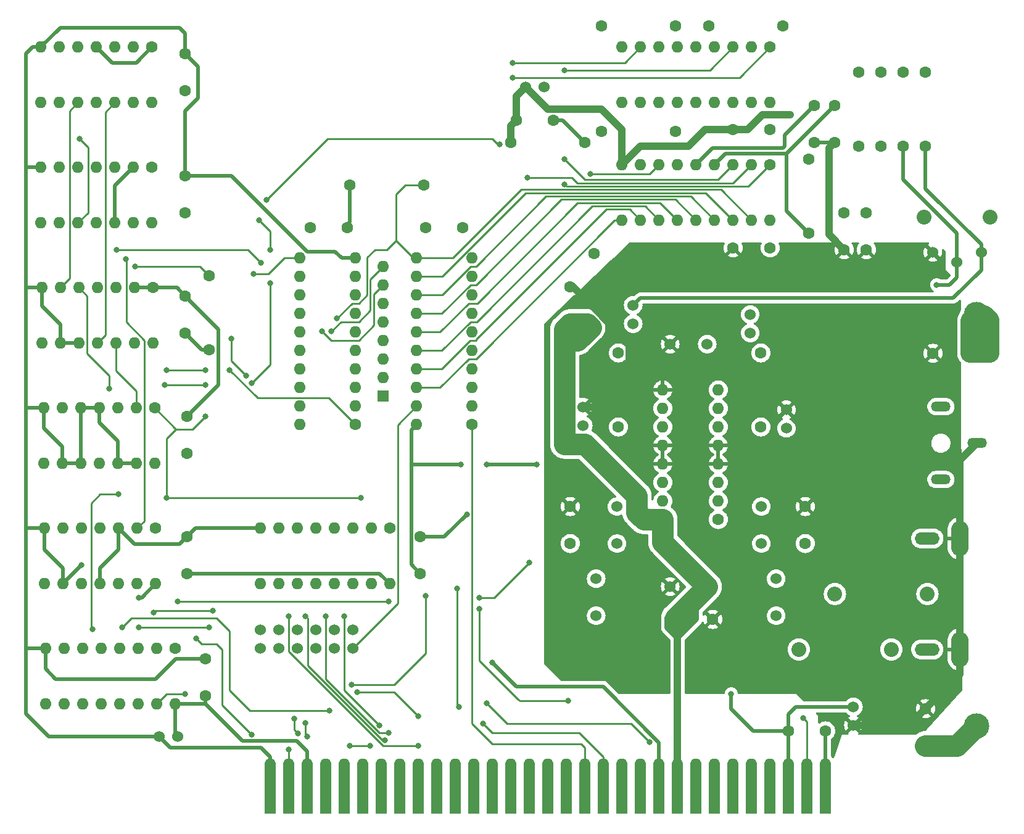
<source format=gbr>
%TF.GenerationSoftware,KiCad,Pcbnew,(6.0.11)*%
%TF.CreationDate,2023-02-08T11:52:55-07:00*%
%TF.ProjectId,gameblaster,67616d65-626c-4617-9374-65722e6b6963,1*%
%TF.SameCoordinates,Original*%
%TF.FileFunction,Copper,L2,Bot*%
%TF.FilePolarity,Positive*%
%FSLAX46Y46*%
G04 Gerber Fmt 4.6, Leading zero omitted, Abs format (unit mm)*
G04 Created by KiCad (PCBNEW (6.0.11)) date 2023-02-08 11:52:55*
%MOMM*%
%LPD*%
G01*
G04 APERTURE LIST*
G04 Aperture macros list*
%AMFreePoly0*
4,1,18,0.134939,4.178957,0.303847,4.127800,0.456456,4.039157,0.584580,3.917785,0.681346,3.770192,0.741562,3.604298,0.762000,3.429000,0.762000,-3.429000,-0.762000,-3.429000,-0.762000,3.429000,-0.756157,3.523184,-0.714209,3.694612,-0.633949,3.851791,-0.519683,3.986292,-0.377540,4.090897,-0.215144,4.159997,-0.041208,4.189885,0.134939,4.178957,0.134939,4.178957,$1*%
G04 Aperture macros list end*
%TA.AperFunction,ConnectorPad*%
%ADD10FreePoly0,0.000000*%
%TD*%
%TA.AperFunction,ComponentPad*%
%ADD11C,3.500000*%
%TD*%
%TA.AperFunction,ComponentPad*%
%ADD12C,1.600200*%
%TD*%
%TA.AperFunction,ComponentPad*%
%ADD13O,2.400000X4.800000*%
%TD*%
%TA.AperFunction,ComponentPad*%
%ADD14O,3.400000X1.700000*%
%TD*%
%TA.AperFunction,ComponentPad*%
%ADD15C,1.524000*%
%TD*%
%TA.AperFunction,ComponentPad*%
%ADD16C,2.032000*%
%TD*%
%TA.AperFunction,ComponentPad*%
%ADD17C,1.600000*%
%TD*%
%TA.AperFunction,ComponentPad*%
%ADD18O,1.600000X1.600000*%
%TD*%
%TA.AperFunction,ComponentPad*%
%ADD19O,2.700000X1.350000*%
%TD*%
%TA.AperFunction,ComponentPad*%
%ADD20R,1.600000X1.600000*%
%TD*%
%TA.AperFunction,ViaPad*%
%ADD21C,0.800000*%
%TD*%
%TA.AperFunction,Conductor*%
%ADD22C,0.250000*%
%TD*%
%TA.AperFunction,Conductor*%
%ADD23C,0.500000*%
%TD*%
%TA.AperFunction,Conductor*%
%ADD24C,2.500000*%
%TD*%
%TA.AperFunction,Conductor*%
%ADD25C,3.000000*%
%TD*%
%TA.AperFunction,Conductor*%
%ADD26C,1.000000*%
%TD*%
G04 APERTURE END LIST*
D10*
%TO.P,BUS1,31,GND*%
%TO.N,/GND*%
X97028000Y-135001000D03*
%TO.P,BUS1,30,OSC*%
%TO.N,/ISA_CLK*%
X99568000Y-135001000D03*
%TO.P,BUS1,29,VCC*%
%TO.N,/VCC*%
X102108000Y-135001000D03*
%TO.P,BUS1,28,ALE*%
%TO.N,unconnected-(BUS1-Pad28)*%
X104648000Y-135001000D03*
%TO.P,BUS1,27,TC*%
%TO.N,unconnected-(BUS1-Pad27)*%
X107188000Y-135001000D03*
%TO.P,BUS1,26,DACK2*%
%TO.N,unconnected-(BUS1-Pad26)*%
X109728000Y-135001000D03*
%TO.P,BUS1,25,IRQ3*%
%TO.N,unconnected-(BUS1-Pad25)*%
X112268000Y-135001000D03*
%TO.P,BUS1,24,IRQ4*%
%TO.N,unconnected-(BUS1-Pad24)*%
X114808000Y-135001000D03*
%TO.P,BUS1,23,IRQ5*%
%TO.N,unconnected-(BUS1-Pad23)*%
X117348000Y-135001000D03*
%TO.P,BUS1,22,IRQ6*%
%TO.N,unconnected-(BUS1-Pad22)*%
X119888000Y-135001000D03*
%TO.P,BUS1,21,IRQ7*%
%TO.N,unconnected-(BUS1-Pad21)*%
X122428000Y-135001000D03*
%TO.P,BUS1,20,CLK*%
%TO.N,unconnected-(BUS1-Pad20)*%
X124968000Y-135001000D03*
%TO.P,BUS1,19,DACK0*%
%TO.N,unconnected-(BUS1-Pad19)*%
X127508000Y-135001000D03*
%TO.P,BUS1,18,DRQ1*%
%TO.N,unconnected-(BUS1-Pad18)*%
X130048000Y-135001000D03*
%TO.P,BUS1,17,DACK1*%
%TO.N,unconnected-(BUS1-Pad17)*%
X132588000Y-135001000D03*
%TO.P,BUS1,16,DRQ3*%
%TO.N,unconnected-(BUS1-Pad16)*%
X135128000Y-135001000D03*
%TO.P,BUS1,15,DACK3*%
%TO.N,unconnected-(BUS1-Pad15)*%
X137668000Y-135001000D03*
%TO.P,BUS1,14,IOR*%
%TO.N,/IOR*%
X140208000Y-135001000D03*
%TO.P,BUS1,13,IOW*%
%TO.N,/IOW*%
X142748000Y-135001000D03*
%TO.P,BUS1,12,MEM*%
%TO.N,unconnected-(BUS1-Pad12)*%
X145288000Y-135001000D03*
%TO.P,BUS1,11,MEM*%
%TO.N,unconnected-(BUS1-Pad11)*%
X147828000Y-135001000D03*
%TO.P,BUS1,10,GND*%
%TO.N,/GND*%
X150368000Y-135001000D03*
%TO.P,BUS1,9,+12V*%
%TO.N,/+12V*%
X152908000Y-135001000D03*
%TO.P,BUS1,8,UNUSED*%
%TO.N,unconnected-(BUS1-Pad8)*%
X155448000Y-135001000D03*
%TO.P,BUS1,7,-12V*%
%TO.N,unconnected-(BUS1-Pad7)*%
X157988000Y-135001000D03*
%TO.P,BUS1,6,DRQ2*%
%TO.N,unconnected-(BUS1-Pad6)*%
X160528000Y-135001000D03*
%TO.P,BUS1,5,-5V*%
%TO.N,unconnected-(BUS1-Pad5)*%
X163068000Y-135001000D03*
%TO.P,BUS1,4,INQ2*%
%TO.N,unconnected-(BUS1-Pad4)*%
X165608000Y-135001000D03*
%TO.P,BUS1,3,VCC*%
%TO.N,/VCC*%
X168148000Y-135001000D03*
%TO.P,BUS1,2,RESET*%
%TO.N,/ISA_RST*%
X170688000Y-135001000D03*
%TO.P,BUS1,1,GND*%
%TO.N,/GND*%
X173228000Y-135001000D03*
%TD*%
D11*
%TO.P,F1,1,1*%
%TO.N,/CHASSIS*%
X193929000Y-69850000D03*
X193929000Y-126365000D03*
%TD*%
D12*
%TO.P,R4,1*%
%TO.N,Net-(IC1-Pad11)*%
X144780000Y-75120500D03*
%TO.P,R4,2*%
%TO.N,Net-(C2-Pad1)*%
X144780000Y-85280500D03*
%TD*%
%TO.P,C15,1*%
%TO.N,/GND*%
X85344000Y-50800000D03*
%TO.P,C15,2*%
%TO.N,/VCC*%
X85344000Y-55880000D03*
%TD*%
%TO.P,C32,1*%
%TO.N,/GND*%
X85344000Y-34036000D03*
%TO.P,C32,2*%
%TO.N,/VCC*%
X85344000Y-39116000D03*
%TD*%
D13*
%TO.P,S2,1*%
%TO.N,/AGND*%
X191676000Y-100584000D03*
D14*
%TO.P,S2,2*%
%TO.N,Net-(L2-Pad1)*%
X187176000Y-100584000D03*
%TD*%
D12*
%TO.P,C13,1*%
%TO.N,/+12V*%
X152654000Y-111696500D03*
%TO.P,C13,2*%
%TO.N,/AGND*%
X157734000Y-111696500D03*
%TD*%
D15*
%TO.P,RP1,1,1*%
%TO.N,/AGND*%
X187938598Y-61329402D03*
D16*
%TO.P,RP1,2A,2A*%
%TO.N,Net-(C26-Pad1)*%
X195762000Y-56506000D03*
%TO.P,RP1,2B,2B*%
%TO.N,Net-(C25-Pad1)*%
X186762000Y-56506000D03*
D15*
%TO.P,RP1,3A,3A*%
%TO.N,/LEFT_IN*%
X191262000Y-62706000D03*
%TO.P,RP1,3B,3B*%
%TO.N,/RIGHT_IN*%
X194585402Y-61329402D03*
%TD*%
D12*
%TO.P,R1,1*%
%TO.N,Net-(C25-Pad1)*%
X186944000Y-36576000D03*
%TO.P,R1,2*%
%TO.N,/RIGHT_IN*%
X186944000Y-46736000D03*
%TD*%
%TO.P,C24,1*%
%TO.N,/RIGHT_RAW*%
X174498000Y-41148000D03*
%TO.P,C24,2*%
%TO.N,/AGND*%
X174498000Y-46228000D03*
%TD*%
D17*
%TO.P,IC5,1,A0*%
%TO.N,/ISA_A04*%
X113411000Y-99187000D03*
D18*
%TO.P,IC5,2,A1*%
%TO.N,/ISA_A05*%
X110871000Y-99187000D03*
%TO.P,IC5,3,A2*%
%TO.N,/ISA_A06*%
X108331000Y-99187000D03*
%TO.P,IC5,4,E1*%
%TO.N,/ISA_A08*%
X105791000Y-99187000D03*
%TO.P,IC5,5,E2*%
%TO.N,/ISA_A07*%
X103251000Y-99187000D03*
%TO.P,IC5,6,E3*%
%TO.N,/ISA_A09*%
X100711000Y-99187000D03*
%TO.P,IC5,7,O7*%
%TO.N,unconnected-(IC5-Pad7)*%
X98171000Y-99187000D03*
%TO.P,IC5,8,GND*%
%TO.N,/GND*%
X95631000Y-99187000D03*
%TO.P,IC5,9,O6*%
%TO.N,Net-(IC5-Pad9)*%
X95631000Y-106807000D03*
%TO.P,IC5,10,O5*%
%TO.N,Net-(IC5-Pad10)*%
X98171000Y-106807000D03*
%TO.P,IC5,11,O4*%
%TO.N,Net-(IC5-Pad11)*%
X100711000Y-106807000D03*
%TO.P,IC5,12,O3*%
%TO.N,Net-(IC5-Pad12)*%
X103251000Y-106807000D03*
%TO.P,IC5,13,O2*%
%TO.N,Net-(IC5-Pad13)*%
X105791000Y-106807000D03*
%TO.P,IC5,14,O1*%
%TO.N,Net-(IC5-Pad14)*%
X108331000Y-106807000D03*
%TO.P,IC5,15,O0*%
%TO.N,unconnected-(IC5-Pad15)*%
X110871000Y-106807000D03*
%TO.P,IC5,16,VCC*%
%TO.N,/VCC*%
X113411000Y-106807000D03*
%TD*%
D12*
%TO.P,C21,1*%
%TO.N,/GND*%
X85598000Y-83820000D03*
%TO.P,C21,2*%
%TO.N,/VCC*%
X85598000Y-88900000D03*
%TD*%
%TO.P,R7,1*%
%TO.N,/+5VD*%
X142494000Y-44704000D03*
%TO.P,R7,2*%
%TO.N,Net-(IC2-Pad6)*%
X152654000Y-44704000D03*
%TD*%
%TO.P,ZD1,1,K*%
%TO.N,/+5VD*%
X140208000Y-46228000D03*
%TO.P,ZD1,2,A*%
%TO.N,/AGND*%
X130048000Y-46228000D03*
%TD*%
D17*
%TO.P,IC3,1,~{WR}*%
%TO.N,/2x2_2x3*%
X165608000Y-33147000D03*
D18*
%TO.P,IC3,2,~{CS}*%
%TO.N,/IOW*%
X163068000Y-33147000D03*
%TO.P,IC3,3,A0*%
%TO.N,/ISA_A00*%
X160528000Y-33147000D03*
%TO.P,IC3,4,OUTR*%
%TO.N,/RIGHT_RAW*%
X157988000Y-33147000D03*
%TO.P,IC3,5,OUTL*%
%TO.N,/LEFT_RAW*%
X155448000Y-33147000D03*
%TO.P,IC3,6,IREF*%
%TO.N,Net-(IC3-Pad6)*%
X152908000Y-33147000D03*
%TO.P,IC3,7,~{DTACK}*%
%TO.N,/~{DTACK}*%
X150368000Y-33147000D03*
%TO.P,IC3,8,CLK*%
%TO.N,/SAA_CLK*%
X147828000Y-33147000D03*
%TO.P,IC3,9,VSS*%
%TO.N,/AGND*%
X145288000Y-33147000D03*
%TO.P,IC3,10,D0*%
%TO.N,/DB0*%
X145288000Y-40767000D03*
%TO.P,IC3,11,D1*%
%TO.N,/DB1*%
X147828000Y-40767000D03*
%TO.P,IC3,12,D2*%
%TO.N,/DB2*%
X150368000Y-40767000D03*
%TO.P,IC3,13,D3*%
%TO.N,/DB3*%
X152908000Y-40767000D03*
%TO.P,IC3,14,D4*%
%TO.N,/DB4*%
X155448000Y-40767000D03*
%TO.P,IC3,15,D5*%
%TO.N,/DB5*%
X157988000Y-40767000D03*
%TO.P,IC3,16,D6*%
%TO.N,/DB6*%
X160528000Y-40767000D03*
%TO.P,IC3,17,D7*%
%TO.N,/DB7*%
X163068000Y-40767000D03*
%TO.P,IC3,18,VDD*%
%TO.N,/+5VD*%
X165608000Y-40767000D03*
%TD*%
D15*
%TO.P,C9,1*%
%TO.N,Net-(C6-Pad1)*%
X166433500Y-106108500D03*
%TO.P,C9,2*%
%TO.N,Net-(C9-Pad2)*%
X166433500Y-111188500D03*
%TD*%
D12*
%TO.P,R10,1*%
%TO.N,/+5VD*%
X170942000Y-48514000D03*
%TO.P,R10,2*%
%TO.N,/RIGHT_RAW*%
X170942000Y-58674000D03*
%TD*%
%TO.P,C23,1*%
%TO.N,/LEFT_RAW*%
X171704000Y-41148000D03*
%TO.P,C23,2*%
%TO.N,/AGND*%
X171704000Y-46228000D03*
%TD*%
%TO.P,R6,1*%
%TO.N,/DB7*%
X118110000Y-52070000D03*
%TO.P,R6,2*%
%TO.N,/GND*%
X107950000Y-52070000D03*
%TD*%
%TO.P,C33,1*%
%TO.N,/+5VD*%
X135890000Y-43180000D03*
%TO.P,C33,2*%
%TO.N,/AGND*%
X130810000Y-43180000D03*
%TD*%
%TO.P,C8,1*%
%TO.N,Net-(C6-Pad1)*%
X170434000Y-101282500D03*
%TO.P,C8,2*%
%TO.N,/AGND*%
X170434000Y-96202500D03*
%TD*%
D19*
%TO.P,S3,1*%
%TO.N,/AGND*%
X194040000Y-87503000D03*
%TO.P,S3,2*%
%TO.N,Net-(L1-Pad1)*%
X189040000Y-82503000D03*
%TO.P,S3,3*%
%TO.N,Net-(L2-Pad1)*%
X189040000Y-92503000D03*
%TD*%
D17*
%TO.P,IC1,1,BRIDGE*%
%TO.N,unconnected-(IC1-Pad1)*%
X158496000Y-97980500D03*
D18*
%TO.P,IC1,2,OUT2*%
%TO.N,Net-(C6-Pad2)*%
X158496000Y-95440500D03*
%TO.P,IC1,3,BOOT2*%
%TO.N,Net-(C6-Pad1)*%
X158496000Y-92900500D03*
%TO.P,IC1,4,GND*%
%TO.N,/AGND*%
X158496000Y-90360500D03*
%TO.P,IC1,5,GND*%
X158496000Y-87820500D03*
%TO.P,IC1,6,FEEDBACK2*%
%TO.N,Net-(IC1-Pad6)*%
X158496000Y-85280500D03*
%TO.P,IC1,7,IN2+*%
%TO.N,Net-(C11-Pad2)*%
X158496000Y-82740500D03*
%TO.P,IC1,8,SVR*%
%TO.N,Net-(C12-Pad1)*%
X158496000Y-80200500D03*
%TO.P,IC1,9,GND*%
%TO.N,/AGND*%
X150876000Y-80200500D03*
%TO.P,IC1,10,IN1+*%
%TO.N,Net-(C1-Pad2)*%
X150876000Y-82740500D03*
%TO.P,IC1,11,FEEDBACK1*%
%TO.N,Net-(IC1-Pad11)*%
X150876000Y-85280500D03*
%TO.P,IC1,12,GND*%
%TO.N,/AGND*%
X150876000Y-87820500D03*
%TO.P,IC1,13,GND*%
X150876000Y-90360500D03*
%TO.P,IC1,14,BOOT1*%
%TO.N,Net-(C3-Pad1)*%
X150876000Y-92900500D03*
%TO.P,IC1,15,OUT1*%
%TO.N,Net-(C3-Pad2)*%
X150876000Y-95440500D03*
%TO.P,IC1,16,+VS*%
%TO.N,/+12V*%
X150876000Y-97980500D03*
%TD*%
D12*
%TO.P,C28,1*%
%TO.N,/VCC*%
X118364000Y-57912000D03*
%TO.P,C28,2*%
%TO.N,/GND*%
X123444000Y-57912000D03*
%TD*%
%TO.P,C22,1*%
%TO.N,/AGND*%
X187960000Y-75184000D03*
%TO.P,C22,2*%
%TO.N,/CHASSIS*%
X193040000Y-75184000D03*
%TD*%
D15*
%TO.P,C29,1*%
%TO.N,/VCC*%
X177038000Y-123698000D03*
%TO.P,C29,2*%
%TO.N,/AGND*%
X177038000Y-126238000D03*
%TD*%
%TO.P,C7,1*%
%TO.N,/+12V*%
X156972000Y-107188000D03*
%TO.P,C7,2*%
%TO.N,/AGND*%
X151892000Y-107188000D03*
%TD*%
D12*
%TO.P,C37,1*%
%TO.N,/GND*%
X173228000Y-127000000D03*
%TO.P,C37,2*%
%TO.N,/VCC*%
X168148000Y-127000000D03*
%TD*%
D17*
%TO.P,IC12,1*%
%TO.N,/IOW*%
X81280000Y-99187000D03*
D18*
%TO.P,IC12,2*%
%TO.N,Net-(IC12-Pad2)*%
X78740000Y-99187000D03*
%TO.P,IC12,3*%
%TO.N,/GND*%
X76200000Y-99187000D03*
%TO.P,IC12,4*%
%TO.N,unconnected-(IC12-Pad4)*%
X73660000Y-99187000D03*
%TO.P,IC12,5*%
%TO.N,/GND*%
X71120000Y-99187000D03*
%TO.P,IC12,6*%
%TO.N,unconnected-(IC12-Pad6)*%
X68580000Y-99187000D03*
%TO.P,IC12,7,GND*%
%TO.N,/GND*%
X66040000Y-99187000D03*
%TO.P,IC12,8*%
%TO.N,unconnected-(IC12-Pad8)*%
X66040000Y-106807000D03*
%TO.P,IC12,9*%
%TO.N,/GND*%
X68580000Y-106807000D03*
%TO.P,IC12,10*%
%TO.N,unconnected-(IC12-Pad10)*%
X71120000Y-106807000D03*
%TO.P,IC12,11*%
%TO.N,/GND*%
X73660000Y-106807000D03*
%TO.P,IC12,12*%
%TO.N,/~{RESET}*%
X76200000Y-106807000D03*
%TO.P,IC12,13*%
%TO.N,/ISA_RST*%
X78740000Y-106807000D03*
%TO.P,IC12,14,VCC*%
%TO.N,/VCC*%
X81280000Y-106807000D03*
%TD*%
D17*
%TO.P,IC11,1*%
%TO.N,/GND*%
X80899000Y-66167000D03*
D18*
%TO.P,IC11,2*%
X78359000Y-66167000D03*
%TO.P,IC11,3*%
%TO.N,unconnected-(IC11-Pad3)*%
X75819000Y-66167000D03*
%TO.P,IC11,4*%
%TO.N,/~{DTACK}*%
X73279000Y-66167000D03*
%TO.P,IC11,5*%
%TO.N,/~{RESET}*%
X70739000Y-66167000D03*
%TO.P,IC11,6*%
%TO.N,Net-(IC11-Pad6)*%
X68199000Y-66167000D03*
%TO.P,IC11,7,GND*%
%TO.N,/GND*%
X65659000Y-66167000D03*
%TO.P,IC11,8*%
%TO.N,unconnected-(IC11-Pad8)*%
X65659000Y-73787000D03*
%TO.P,IC11,9*%
%TO.N,/GND*%
X68199000Y-73787000D03*
%TO.P,IC11,10*%
X70739000Y-73787000D03*
%TO.P,IC11,11*%
%TO.N,Net-(IC11-Pad11)*%
X73279000Y-73787000D03*
%TO.P,IC11,12*%
%TO.N,/2x6_2x7*%
X75819000Y-73787000D03*
%TO.P,IC11,13*%
%TO.N,/2xA_2xB*%
X78359000Y-73787000D03*
%TO.P,IC11,14,VCC*%
%TO.N,/VCC*%
X80899000Y-73787000D03*
%TD*%
D12*
%TO.P,R11,1*%
%TO.N,/LEFT_RAW*%
X177800000Y-36576000D03*
%TO.P,R11,2*%
%TO.N,Net-(C26-Pad1)*%
X177800000Y-46736000D03*
%TD*%
%TO.P,C27,1*%
%TO.N,/GND*%
X88138000Y-117094000D03*
%TO.P,C27,2*%
%TO.N,/VCC*%
X88138000Y-122174000D03*
%TD*%
D20*
%TO.P,RN1,1,common*%
%TO.N,/VCC*%
X112522000Y-81026000D03*
D18*
%TO.P,RN1,2,R1*%
%TO.N,/DB0*%
X112522000Y-78486000D03*
%TO.P,RN1,3,R2*%
%TO.N,/DB1*%
X112522000Y-75946000D03*
%TO.P,RN1,4,R3*%
%TO.N,/DB2*%
X112522000Y-73406000D03*
%TO.P,RN1,5,R4*%
%TO.N,/DB3*%
X112522000Y-70866000D03*
%TO.P,RN1,6,R5*%
%TO.N,/DB4*%
X112522000Y-68326000D03*
%TO.P,RN1,7,R6*%
%TO.N,/DB5*%
X112522000Y-65786000D03*
%TO.P,RN1,8,R7*%
%TO.N,/DB6*%
X112522000Y-63246000D03*
%TD*%
D17*
%TO.P,IC10,1,A0*%
%TO.N,/ISA_A01*%
X83947000Y-115697000D03*
D18*
%TO.P,IC10,2,A1*%
%TO.N,/ISA_A02*%
X81407000Y-115697000D03*
%TO.P,IC10,3,A2*%
%TO.N,/ISA_A03*%
X78867000Y-115697000D03*
%TO.P,IC10,4,E1*%
%TO.N,/ADDR_RANGE*%
X76327000Y-115697000D03*
%TO.P,IC10,5,E2*%
%TO.N,/ISA_AEN*%
X73787000Y-115697000D03*
%TO.P,IC10,6,E3*%
%TO.N,/VCC*%
X71247000Y-115697000D03*
%TO.P,IC10,7,O7*%
%TO.N,unconnected-(IC10-Pad7)*%
X68707000Y-115697000D03*
%TO.P,IC10,8,GND*%
%TO.N,/GND*%
X66167000Y-115697000D03*
%TO.P,IC10,9,O6*%
%TO.N,unconnected-(IC10-Pad9)*%
X66167000Y-123317000D03*
%TO.P,IC10,10,O5*%
%TO.N,/2xA_2xB*%
X68707000Y-123317000D03*
%TO.P,IC10,11,O4*%
%TO.N,unconnected-(IC10-Pad11)*%
X71247000Y-123317000D03*
%TO.P,IC10,12,O3*%
%TO.N,unconnected-(IC10-Pad12)*%
X73787000Y-123317000D03*
%TO.P,IC10,13,O2*%
%TO.N,/2x6_2x7*%
X76327000Y-123317000D03*
%TO.P,IC10,14,O1*%
%TO.N,/2x2_2x3*%
X78867000Y-123317000D03*
%TO.P,IC10,15,O0*%
%TO.N,/2x0_2x1*%
X81407000Y-123317000D03*
%TO.P,IC10,16,VCC*%
%TO.N,/VCC*%
X83947000Y-123317000D03*
%TD*%
D12*
%TO.P,R2,1*%
%TO.N,Net-(C26-Pad1)*%
X183896000Y-36576000D03*
%TO.P,R2,2*%
%TO.N,/LEFT_IN*%
X183896000Y-46736000D03*
%TD*%
D15*
%TO.P,C1,1*%
%TO.N,/RIGHT_IN*%
X146812000Y-68580000D03*
%TO.P,C1,2*%
%TO.N,Net-(C1-Pad2)*%
X146812000Y-71120000D03*
%TD*%
D17*
%TO.P,IC8,1*%
%TO.N,/IOW*%
X81153000Y-82677000D03*
D18*
%TO.P,IC8,2*%
%TO.N,/2x6_2x7*%
X78613000Y-82677000D03*
%TO.P,IC8,3*%
%TO.N,/REG_CLOCK*%
X76073000Y-82677000D03*
%TO.P,IC8,4*%
%TO.N,/GND*%
X73533000Y-82677000D03*
%TO.P,IC8,5*%
X70993000Y-82677000D03*
%TO.P,IC8,6*%
%TO.N,unconnected-(IC8-Pad6)*%
X68453000Y-82677000D03*
%TO.P,IC8,7,GND*%
%TO.N,/GND*%
X65913000Y-82677000D03*
%TO.P,IC8,8*%
%TO.N,unconnected-(IC8-Pad8)*%
X65913000Y-90297000D03*
%TO.P,IC8,9*%
%TO.N,/GND*%
X68453000Y-90297000D03*
%TO.P,IC8,10*%
X70993000Y-90297000D03*
%TO.P,IC8,11*%
%TO.N,unconnected-(IC8-Pad11)*%
X73533000Y-90297000D03*
%TO.P,IC8,12*%
%TO.N,/GND*%
X76073000Y-90297000D03*
%TO.P,IC8,13*%
X78613000Y-90297000D03*
%TO.P,IC8,14,VCC*%
%TO.N,/VCC*%
X81153000Y-90297000D03*
%TD*%
D17*
%TO.P,IC2,1,~{WR}*%
%TO.N,/2x0_2x1*%
X165608000Y-49276000D03*
D18*
%TO.P,IC2,2,~{CS}*%
%TO.N,/IOW*%
X163068000Y-49276000D03*
%TO.P,IC2,3,A0*%
%TO.N,/ISA_A00*%
X160528000Y-49276000D03*
%TO.P,IC2,4,OUTR*%
%TO.N,/RIGHT_RAW*%
X157988000Y-49276000D03*
%TO.P,IC2,5,OUTL*%
%TO.N,/LEFT_RAW*%
X155448000Y-49276000D03*
%TO.P,IC2,6,IREF*%
%TO.N,Net-(IC2-Pad6)*%
X152908000Y-49276000D03*
%TO.P,IC2,7,~{DTACK}*%
%TO.N,/~{DTACK}*%
X150368000Y-49276000D03*
%TO.P,IC2,8,CLK*%
%TO.N,/SAA_CLK*%
X147828000Y-49276000D03*
%TO.P,IC2,9,VSS*%
%TO.N,/AGND*%
X145288000Y-49276000D03*
%TO.P,IC2,10,D0*%
%TO.N,/DB0*%
X145288000Y-56896000D03*
%TO.P,IC2,11,D1*%
%TO.N,/DB1*%
X147828000Y-56896000D03*
%TO.P,IC2,12,D2*%
%TO.N,/DB2*%
X150368000Y-56896000D03*
%TO.P,IC2,13,D3*%
%TO.N,/DB3*%
X152908000Y-56896000D03*
%TO.P,IC2,14,D4*%
%TO.N,/DB4*%
X155448000Y-56896000D03*
%TO.P,IC2,15,D5*%
%TO.N,/DB5*%
X157988000Y-56896000D03*
%TO.P,IC2,16,D6*%
%TO.N,/DB6*%
X160528000Y-56896000D03*
%TO.P,IC2,17,D7*%
%TO.N,/DB7*%
X163068000Y-56896000D03*
%TO.P,IC2,18,VDD*%
%TO.N,/+5VD*%
X165608000Y-56896000D03*
%TD*%
D12*
%TO.P,C26,1*%
%TO.N,Net-(C26-Pad1)*%
X175768000Y-55880000D03*
%TO.P,C26,2*%
%TO.N,/AGND*%
X175768000Y-60960000D03*
%TD*%
D15*
%TO.P,C3,1*%
%TO.N,Net-(C3-Pad1)*%
X144589500Y-96202500D03*
%TO.P,C3,2*%
%TO.N,Net-(C3-Pad2)*%
X144589500Y-101282500D03*
%TD*%
D12*
%TO.P,C25,1*%
%TO.N,Net-(C25-Pad1)*%
X178816000Y-55880000D03*
%TO.P,C25,2*%
%TO.N,/AGND*%
X178816000Y-60960000D03*
%TD*%
%TO.P,R3,1*%
%TO.N,Net-(IC1-Pad6)*%
X164338000Y-75120500D03*
%TO.P,R3,2*%
%TO.N,Net-(C10-Pad1)*%
X164338000Y-85280500D03*
%TD*%
D15*
%TO.P,C11,1*%
%TO.N,/LEFT_IN*%
X162877500Y-69850000D03*
%TO.P,C11,2*%
%TO.N,Net-(C11-Pad2)*%
X162877500Y-72390000D03*
%TD*%
D12*
%TO.P,C16,1*%
%TO.N,/GND*%
X85344000Y-67310000D03*
%TO.P,C16,2*%
%TO.N,/VCC*%
X85344000Y-72390000D03*
%TD*%
%TO.P,R5,1*%
%TO.N,/+5VD*%
X142494000Y-30226000D03*
%TO.P,R5,2*%
%TO.N,Net-(IC3-Pad6)*%
X152654000Y-30226000D03*
%TD*%
%TO.P,C19,1*%
%TO.N,/+5VD*%
X165608000Y-60706000D03*
%TO.P,C19,2*%
%TO.N,/AGND*%
X160528000Y-60706000D03*
%TD*%
%TO.P,C38,1*%
%TO.N,/AGND*%
X186944000Y-123952000D03*
%TO.P,C38,2*%
%TO.N,/CHASSIS*%
X186944000Y-129032000D03*
%TD*%
%TO.P,C18,1*%
%TO.N,/AGND*%
X160528000Y-44450000D03*
%TO.P,C18,2*%
%TO.N,/+5VD*%
X165608000Y-44450000D03*
%TD*%
D15*
%TO.P,C10,1*%
%TO.N,Net-(C10-Pad1)*%
X167830500Y-85471000D03*
%TO.P,C10,2*%
%TO.N,/AGND*%
X167830500Y-82931000D03*
%TD*%
D17*
%TO.P,IC9,1*%
%TO.N,/VCC*%
X80772000Y-49657000D03*
D18*
%TO.P,IC9,2*%
%TO.N,/GND*%
X78232000Y-49657000D03*
%TO.P,IC9,3*%
%TO.N,unconnected-(IC9-Pad3)*%
X75692000Y-49657000D03*
%TO.P,IC9,4*%
%TO.N,/VCC*%
X73152000Y-49657000D03*
%TO.P,IC9,5*%
%TO.N,/GND*%
X70612000Y-49657000D03*
%TO.P,IC9,6*%
%TO.N,unconnected-(IC9-Pad6)*%
X68072000Y-49657000D03*
%TO.P,IC9,7,GND*%
%TO.N,/GND*%
X65532000Y-49657000D03*
%TO.P,IC9,8*%
%TO.N,/ISA_IO_CH_RDY*%
X65532000Y-57277000D03*
%TO.P,IC9,9*%
%TO.N,/GND*%
X68072000Y-57277000D03*
%TO.P,IC9,10*%
%TO.N,Net-(IC6-Pad9)*%
X70612000Y-57277000D03*
%TO.P,IC9,11*%
%TO.N,unconnected-(IC9-Pad11)*%
X73152000Y-57277000D03*
%TO.P,IC9,12*%
%TO.N,/GND*%
X75692000Y-57277000D03*
%TO.P,IC9,13*%
%TO.N,/VCC*%
X78232000Y-57277000D03*
%TO.P,IC9,14,VCC*%
X80772000Y-57277000D03*
%TD*%
D13*
%TO.P,S1,1*%
%TO.N,/AGND*%
X191676000Y-115824000D03*
D14*
%TO.P,S1,2*%
%TO.N,Net-(L1-Pad1)*%
X187176000Y-115824000D03*
%TD*%
D12*
%TO.P,R19,1*%
%TO.N,/VCC*%
X88646000Y-74676000D03*
%TO.P,R19,2*%
%TO.N,/~{DTACK}*%
X88646000Y-64516000D03*
%TD*%
%TO.P,C31,1*%
%TO.N,/+12V*%
X138176000Y-71120000D03*
%TO.P,C31,2*%
%TO.N,/AGND*%
X138176000Y-66040000D03*
%TD*%
D15*
%TO.P,C6,1*%
%TO.N,Net-(C6-Pad1)*%
X164401500Y-96202500D03*
%TO.P,C6,2*%
%TO.N,Net-(C6-Pad2)*%
X164401500Y-101282500D03*
%TD*%
D12*
%TO.P,C20,1*%
%TO.N,/GND*%
X107569000Y-57912000D03*
%TO.P,C20,2*%
%TO.N,/VCC*%
X102489000Y-57912000D03*
%TD*%
D17*
%TO.P,IC6,1,~{R}*%
%TO.N,/VCC*%
X80772000Y-33147000D03*
D18*
%TO.P,IC6,2,D*%
%TO.N,Net-(IC6-Pad2)*%
X78232000Y-33147000D03*
%TO.P,IC6,3,C*%
%TO.N,/ISA_CLK*%
X75692000Y-33147000D03*
%TO.P,IC6,4,~{S}*%
%TO.N,/VCC*%
X73152000Y-33147000D03*
%TO.P,IC6,5,Q*%
%TO.N,/SAA_CLK*%
X70612000Y-33147000D03*
%TO.P,IC6,6,~{Q}*%
%TO.N,Net-(IC6-Pad2)*%
X68072000Y-33147000D03*
%TO.P,IC6,7,GND*%
%TO.N,/GND*%
X65532000Y-33147000D03*
%TO.P,IC6,8,~{Q}*%
%TO.N,unconnected-(IC6-Pad8)*%
X65532000Y-40767000D03*
%TO.P,IC6,9,Q*%
%TO.N,Net-(IC6-Pad9)*%
X68072000Y-40767000D03*
%TO.P,IC6,10,~{S}*%
%TO.N,Net-(IC11-Pad6)*%
X70612000Y-40767000D03*
%TO.P,IC6,11,C*%
%TO.N,Net-(IC12-Pad2)*%
X73152000Y-40767000D03*
%TO.P,IC6,12,D*%
%TO.N,Net-(IC11-Pad11)*%
X75692000Y-40767000D03*
%TO.P,IC6,13,~{R}*%
%TO.N,/VCC*%
X78232000Y-40767000D03*
%TO.P,IC6,14,VCC*%
X80772000Y-40767000D03*
%TD*%
D12*
%TO.P,R12,1*%
%TO.N,/RIGHT_RAW*%
X180848000Y-36576000D03*
%TO.P,R12,2*%
%TO.N,Net-(C25-Pad1)*%
X180848000Y-46736000D03*
%TD*%
%TO.P,C17,1*%
%TO.N,/GND*%
X85598000Y-100330000D03*
%TO.P,C17,2*%
%TO.N,/VCC*%
X85598000Y-105410000D03*
%TD*%
D17*
%TO.P,IC7,1,A->B*%
%TO.N,/IOR*%
X124714000Y-84963000D03*
D18*
%TO.P,IC7,2,A0*%
%TO.N,/D0*%
X124714000Y-82423000D03*
%TO.P,IC7,3,A1*%
%TO.N,/D1*%
X124714000Y-79883000D03*
%TO.P,IC7,4,A2*%
%TO.N,/D2*%
X124714000Y-77343000D03*
%TO.P,IC7,5,A3*%
%TO.N,/D3*%
X124714000Y-74803000D03*
%TO.P,IC7,6,A4*%
%TO.N,/D4*%
X124714000Y-72263000D03*
%TO.P,IC7,7,A5*%
%TO.N,/D5*%
X124714000Y-69723000D03*
%TO.P,IC7,8,A6*%
%TO.N,/D6*%
X124714000Y-67183000D03*
%TO.P,IC7,9,A7*%
%TO.N,/D7*%
X124714000Y-64643000D03*
%TO.P,IC7,10,GND*%
%TO.N,/GND*%
X124714000Y-62103000D03*
%TO.P,IC7,11,B7*%
%TO.N,/DB7*%
X117094000Y-62103000D03*
%TO.P,IC7,12,B6*%
%TO.N,/DB6*%
X117094000Y-64643000D03*
%TO.P,IC7,13,B5*%
%TO.N,/DB5*%
X117094000Y-67183000D03*
%TO.P,IC7,14,B4*%
%TO.N,/DB4*%
X117094000Y-69723000D03*
%TO.P,IC7,15,B3*%
%TO.N,/DB3*%
X117094000Y-72263000D03*
%TO.P,IC7,16,B2*%
%TO.N,/DB2*%
X117094000Y-74803000D03*
%TO.P,IC7,17,B1*%
%TO.N,/DB1*%
X117094000Y-77343000D03*
%TO.P,IC7,18,B0*%
%TO.N,/DB0*%
X117094000Y-79883000D03*
%TO.P,IC7,19,CE*%
%TO.N,/ADDR_RANGE*%
X117094000Y-82423000D03*
%TO.P,IC7,20,VCC*%
%TO.N,/VCC*%
X117094000Y-84963000D03*
%TD*%
D15*
%TO.P,C5,1*%
%TO.N,Net-(C3-Pad1)*%
X141732000Y-106108500D03*
%TO.P,C5,2*%
%TO.N,Net-(C5-Pad2)*%
X141732000Y-111188500D03*
%TD*%
D12*
%TO.P,R8,1*%
%TO.N,/+12V*%
X141478000Y-71628000D03*
%TO.P,R8,2*%
%TO.N,/+5VD*%
X141478000Y-61468000D03*
%TD*%
%TO.P,C4,1*%
%TO.N,Net-(C3-Pad1)*%
X138176000Y-101282500D03*
%TO.P,C4,2*%
%TO.N,/AGND*%
X138176000Y-96202500D03*
%TD*%
D15*
%TO.P,C2,1*%
%TO.N,Net-(C2-Pad1)*%
X139954000Y-85090000D03*
%TO.P,C2,2*%
%TO.N,/AGND*%
X139954000Y-82550000D03*
%TD*%
%TO.P,C34,1*%
%TO.N,/+5VD*%
X134620000Y-38608000D03*
%TO.P,C34,2*%
%TO.N,/AGND*%
X132080000Y-38608000D03*
%TD*%
%TO.P,C30,1*%
%TO.N,/VCC*%
X84328000Y-127762000D03*
%TO.P,C30,2*%
%TO.N,/GND*%
X81788000Y-127762000D03*
%TD*%
%TO.P,C12,1*%
%TO.N,Net-(C12-Pad1)*%
X156972000Y-73914000D03*
%TO.P,C12,2*%
%TO.N,/AGND*%
X151892000Y-73914000D03*
%TD*%
D17*
%TO.P,IC4,1,OE*%
%TO.N,/2xA_2xB*%
X108712000Y-84963000D03*
D18*
%TO.P,IC4,2,O0*%
%TO.N,/DB0*%
X108712000Y-82423000D03*
%TO.P,IC4,3,D0*%
X108712000Y-79883000D03*
%TO.P,IC4,4,D1*%
%TO.N,/DB1*%
X108712000Y-77343000D03*
%TO.P,IC4,5,O1*%
X108712000Y-74803000D03*
%TO.P,IC4,6,O2*%
%TO.N,/DB2*%
X108712000Y-72263000D03*
%TO.P,IC4,7,D2*%
X108712000Y-69723000D03*
%TO.P,IC4,8,D3*%
%TO.N,/DB3*%
X108712000Y-67183000D03*
%TO.P,IC4,9,O3*%
X108712000Y-64643000D03*
%TO.P,IC4,10,GND*%
%TO.N,/GND*%
X108712000Y-62103000D03*
%TO.P,IC4,11,Cp*%
%TO.N,/REG_CLOCK*%
X101092000Y-62103000D03*
%TO.P,IC4,12,O4*%
%TO.N,/DB4*%
X101092000Y-64643000D03*
%TO.P,IC4,13,D4*%
X101092000Y-67183000D03*
%TO.P,IC4,14,D5*%
%TO.N,/DB5*%
X101092000Y-69723000D03*
%TO.P,IC4,15,O5*%
X101092000Y-72263000D03*
%TO.P,IC4,16,O6*%
%TO.N,/DB6*%
X101092000Y-74803000D03*
%TO.P,IC4,17,D6*%
X101092000Y-77343000D03*
%TO.P,IC4,18,D7*%
%TO.N,/DB7*%
X101092000Y-79883000D03*
%TO.P,IC4,19,O7*%
X101092000Y-82423000D03*
%TO.P,IC4,20,VCC*%
%TO.N,/VCC*%
X101092000Y-84963000D03*
%TD*%
D12*
%TO.P,R9,1*%
%TO.N,/+5VD*%
X167386000Y-30226000D03*
%TO.P,R9,2*%
%TO.N,/LEFT_RAW*%
X157226000Y-30226000D03*
%TD*%
D16*
%TO.P,L1,1*%
%TO.N,Net-(L1-Pad1)*%
X182245000Y-115824000D03*
%TO.P,L1,2*%
%TO.N,Net-(C5-Pad2)*%
X169545000Y-115824000D03*
%TD*%
D12*
%TO.P,C14,1*%
%TO.N,/GND*%
X117602000Y-100330000D03*
%TO.P,C14,2*%
%TO.N,/VCC*%
X117602000Y-105410000D03*
%TD*%
D15*
%TO.P,J1,1,Pin_1*%
%TO.N,/ADDR_RANGE*%
X95631000Y-115697000D03*
%TO.P,J1,2,Pin_2*%
%TO.N,Net-(IC5-Pad9)*%
X95631000Y-113157000D03*
%TO.P,J1,3,Pin_3*%
%TO.N,/ADDR_RANGE*%
X98171000Y-115697000D03*
%TO.P,J1,4,Pin_4*%
%TO.N,Net-(IC5-Pad10)*%
X98171000Y-113157000D03*
%TO.P,J1,5,Pin_5*%
%TO.N,/ADDR_RANGE*%
X100711000Y-115697000D03*
%TO.P,J1,6,Pin_6*%
%TO.N,Net-(IC5-Pad11)*%
X100711000Y-113157000D03*
%TO.P,J1,7,Pin_7*%
%TO.N,/ADDR_RANGE*%
X103251000Y-115697000D03*
%TO.P,J1,8,Pin_8*%
%TO.N,Net-(IC5-Pad12)*%
X103251000Y-113157000D03*
%TO.P,J1,9,Pin_9*%
%TO.N,/ADDR_RANGE*%
X105791000Y-115697000D03*
%TO.P,J1,10,Pin_10*%
%TO.N,Net-(IC5-Pad13)*%
X105791000Y-113157000D03*
%TO.P,J1,11,Pin_11*%
%TO.N,/ADDR_RANGE*%
X108331000Y-115697000D03*
%TO.P,J1,12,Pin_12*%
%TO.N,Net-(IC5-Pad14)*%
X108331000Y-113157000D03*
%TD*%
D16*
%TO.P,L2,1*%
%TO.N,Net-(L2-Pad1)*%
X187198000Y-108204000D03*
%TO.P,L2,2*%
%TO.N,Net-(C9-Pad2)*%
X174498000Y-108204000D03*
%TD*%
D21*
%TO.N,/ISA_RST*%
X125730000Y-110236000D03*
X113284000Y-109220000D03*
X170180000Y-125222000D03*
X84328000Y-109220000D03*
X137922000Y-122871500D03*
%TO.N,/IOW*%
X91694000Y-73152000D03*
X122936000Y-123698000D03*
X88138000Y-83820000D03*
X122682000Y-107442000D03*
X109474000Y-94996000D03*
X126238000Y-125984000D03*
X132334000Y-51054000D03*
X93726000Y-78232000D03*
X82804000Y-94996000D03*
%TO.N,/ISA_IO_CH_RDY*%
X126746000Y-123190000D03*
X149098000Y-128524000D03*
X75946000Y-60960000D03*
X95758000Y-62738000D03*
%TO.N,/ISA_AEN*%
X105156000Y-124206000D03*
X76708000Y-112776000D03*
X117348000Y-124968000D03*
X108966000Y-121666000D03*
%TO.N,/ISA_A01*%
X100838000Y-127343500D03*
X100330000Y-125310500D03*
%TO.N,/ISA_A00*%
X137414000Y-48514000D03*
X137414000Y-36322000D03*
%TO.N,Net-(IC6-Pad9)*%
X70866000Y-45720000D03*
%TO.N,/2x0_2x1*%
X125730000Y-108712000D03*
X118364000Y-108495500D03*
X132588000Y-103886000D03*
X85344000Y-121920000D03*
X108204000Y-120650000D03*
X137414000Y-51991500D03*
%TO.N,/~{DTACK}*%
X128524000Y-46482000D03*
X78486000Y-63246000D03*
X96520000Y-54102000D03*
X140970000Y-50583500D03*
%TO.N,/DB5*%
X104140000Y-72136000D03*
%TO.N,/DB6*%
X105410000Y-72136000D03*
%TO.N,/DB7*%
X106167560Y-70353842D03*
%TO.N,/2x2_2x3*%
X81026000Y-110744000D03*
X89154000Y-110490000D03*
X97028000Y-60960000D03*
X94488000Y-79248000D03*
X130302000Y-37338000D03*
X95504000Y-56896000D03*
X97028000Y-65532000D03*
%TO.N,/GND*%
X123956299Y-97277701D03*
X71120000Y-104267000D03*
X127508000Y-117602000D03*
%TO.N,/VCC*%
X123190000Y-90424000D03*
X133604000Y-90424000D03*
X78994000Y-108712000D03*
X126746000Y-90424000D03*
X160274000Y-121920000D03*
%TO.N,/2xA_2xB*%
X82804000Y-77470000D03*
X88138000Y-77470000D03*
X91440000Y-77470000D03*
%TO.N,/ISA_CLK*%
X99568000Y-129540000D03*
X94488000Y-127484000D03*
X86868000Y-114300000D03*
%TO.N,/AGND*%
X168402000Y-42418000D03*
%TO.N,/LEFT_IN*%
X188468000Y-65786000D03*
%TO.N,/SAA_CLK*%
X130302000Y-35306000D03*
%TO.N,/REG_CLOCK*%
X82550000Y-79502000D03*
X88138000Y-79502000D03*
X94742000Y-64262000D03*
%TO.N,/ISA_A04*%
X110744000Y-129032000D03*
X107950000Y-129032000D03*
%TO.N,/ISA_A06*%
X107188000Y-111252000D03*
X112014000Y-126238000D03*
%TO.N,/ISA_A08*%
X113284000Y-127254000D03*
X104648000Y-111252000D03*
%TO.N,/ISA_A07*%
X101854000Y-111252000D03*
X112738500Y-128270000D03*
%TO.N,/ISA_A09*%
X99568000Y-111252000D03*
X117348000Y-129032000D03*
%TO.N,Net-(IC12-Pad2)*%
X77216000Y-62230000D03*
%TO.N,/2x6_2x7*%
X72644000Y-113030000D03*
X76200000Y-94488000D03*
%TO.N,/ISA_A02*%
X101854000Y-125894500D03*
X102108000Y-127762000D03*
%TO.N,/ADDR_RANGE*%
X88646000Y-112776000D03*
X78994000Y-112776000D03*
%TO.N,/~{RESET}*%
X74930000Y-80010000D03*
%TD*%
D22*
%TO.N,/ISA_RST*%
X170688000Y-135001000D02*
X170688000Y-129794000D01*
X113284000Y-109220000D02*
X84328000Y-109220000D01*
X125730000Y-110236000D02*
X125730000Y-117348000D01*
X125730000Y-117348000D02*
X131064000Y-122682000D01*
X170688000Y-125730000D02*
X170180000Y-125222000D01*
X170688000Y-129794000D02*
X170688000Y-125730000D01*
X131253500Y-122871500D02*
X137922000Y-122871500D01*
X131064000Y-122682000D02*
X131253500Y-122871500D01*
%TO.N,/IOW*%
X138430000Y-51054000D02*
X132334000Y-51054000D01*
X160528000Y-51816000D02*
X139192000Y-51816000D01*
X142748000Y-135001000D02*
X142748000Y-130556000D01*
X109474000Y-94996000D02*
X82804000Y-94996000D01*
X128270000Y-127254000D02*
X127508000Y-127254000D01*
X139192000Y-51816000D02*
X138684000Y-51308000D01*
X122682000Y-107442000D02*
X122682000Y-123444000D01*
X82804000Y-86868000D02*
X84074000Y-85598000D01*
X86360000Y-85598000D02*
X84074000Y-85598000D01*
X91694000Y-76200000D02*
X93726000Y-78232000D01*
X127508000Y-127254000D02*
X126238000Y-125984000D01*
X163068000Y-49276000D02*
X160528000Y-51816000D01*
X138684000Y-51308000D02*
X138430000Y-51054000D01*
X81153000Y-82677000D02*
X84074000Y-85598000D01*
X82804000Y-94996000D02*
X82804000Y-86868000D01*
X122682000Y-123444000D02*
X122936000Y-123698000D01*
X139446000Y-127254000D02*
X128270000Y-127254000D01*
X91694000Y-73152000D02*
X91694000Y-75946000D01*
X142748000Y-130556000D02*
X139446000Y-127254000D01*
X91694000Y-75946000D02*
X91694000Y-76200000D01*
X88138000Y-83820000D02*
X86360000Y-85598000D01*
%TO.N,/IOR*%
X139700000Y-128778000D02*
X140208000Y-129286000D01*
X124714000Y-84963000D02*
X124714000Y-125984000D01*
X140208000Y-129286000D02*
X140208000Y-135001000D01*
X127508000Y-128778000D02*
X139700000Y-128778000D01*
X124714000Y-125984000D02*
X127508000Y-128778000D01*
%TO.N,/ISA_IO_CH_RDY*%
X129540000Y-125984000D02*
X146558000Y-125984000D01*
X146558000Y-125984000D02*
X149098000Y-128524000D01*
X126746000Y-123190000D02*
X128778000Y-125222000D01*
X93980000Y-60960000D02*
X95758000Y-62738000D01*
X75946000Y-60960000D02*
X93980000Y-60960000D01*
X128778000Y-125222000D02*
X129540000Y-125984000D01*
%TO.N,/ISA_AEN*%
X77978000Y-111506000D02*
X89662000Y-111506000D01*
X91440000Y-121412000D02*
X94234000Y-124206000D01*
X108966000Y-121666000D02*
X110998000Y-121666000D01*
X76708000Y-112776000D02*
X77978000Y-111506000D01*
X114046000Y-121666000D02*
X117348000Y-124968000D01*
X110998000Y-121666000D02*
X114046000Y-121666000D01*
X91440000Y-113284000D02*
X91440000Y-121412000D01*
X89662000Y-111506000D02*
X91440000Y-113284000D01*
X94234000Y-124206000D02*
X105156000Y-124206000D01*
%TO.N,/ISA_A01*%
X100330000Y-125310500D02*
X100330000Y-126835500D01*
X100330000Y-126835500D02*
X100838000Y-127343500D01*
%TO.N,/ISA_A00*%
X158496000Y-51308000D02*
X160528000Y-49276000D01*
X140208000Y-51308000D02*
X158496000Y-51308000D01*
X139954000Y-51054000D02*
X137414000Y-48514000D01*
X157353000Y-36322000D02*
X137414000Y-36322000D01*
X160528000Y-33147000D02*
X157353000Y-36322000D01*
X139954000Y-51054000D02*
X140208000Y-51308000D01*
D23*
%TO.N,/LEFT_RAW*%
X167640000Y-46736000D02*
X167386000Y-46990000D01*
X167386000Y-46990000D02*
X157734000Y-46990000D01*
X157734000Y-46990000D02*
X155448000Y-49276000D01*
X167640000Y-45212000D02*
X167640000Y-46736000D01*
X171704000Y-41148000D02*
X167640000Y-45212000D01*
%TO.N,/RIGHT_RAW*%
X167894000Y-47752000D02*
X159512000Y-47752000D01*
X174498000Y-41148000D02*
X167894000Y-47752000D01*
X170942000Y-58674000D02*
X167894000Y-55626000D01*
X159512000Y-47752000D02*
X157988000Y-49276000D01*
X167894000Y-55626000D02*
X167894000Y-47752000D01*
D24*
%TO.N,/CHASSIS*%
X193040000Y-75184000D02*
X195834000Y-75184000D01*
X193040000Y-75184000D02*
X194310000Y-73914000D01*
X195834000Y-70612000D02*
X195072000Y-69850000D01*
X195834000Y-75184000D02*
X195834000Y-70612000D01*
X194310000Y-73914000D02*
X193929000Y-73533000D01*
D25*
X186944000Y-129032000D02*
X191262000Y-129032000D01*
D24*
X195072000Y-69850000D02*
X193929000Y-69850000D01*
X193040000Y-75184000D02*
X193040000Y-70739000D01*
X193929000Y-73533000D02*
X193929000Y-69850000D01*
D25*
X191262000Y-129032000D02*
X193929000Y-126365000D01*
D24*
X193040000Y-70739000D02*
X193929000Y-69850000D01*
D22*
%TO.N,Net-(IC6-Pad9)*%
X70612000Y-57277000D02*
X72027000Y-55862000D01*
X72027000Y-55862000D02*
X72027000Y-46881000D01*
X72027000Y-46881000D02*
X70866000Y-45720000D01*
%TO.N,/2x0_2x1*%
X137688500Y-52266000D02*
X137414000Y-51991500D01*
X82804000Y-121920000D02*
X81407000Y-123317000D01*
X118364000Y-108495500D02*
X118364000Y-116332000D01*
X162618000Y-52266000D02*
X139192000Y-52266000D01*
X139192000Y-52266000D02*
X137688500Y-52266000D01*
X114046000Y-120650000D02*
X108204000Y-120650000D01*
X132588000Y-103886000D02*
X127762000Y-108712000D01*
X118364000Y-116332000D02*
X114046000Y-120650000D01*
X165608000Y-49276000D02*
X162618000Y-52266000D01*
X85344000Y-121920000D02*
X82804000Y-121920000D01*
X127762000Y-108712000D02*
X125730000Y-108712000D01*
%TO.N,/~{DTACK}*%
X87376000Y-63246000D02*
X88646000Y-64516000D01*
X150368000Y-49276000D02*
X149060500Y-50583500D01*
X127762000Y-45974000D02*
X127508000Y-45720000D01*
X127508000Y-45720000D02*
X105664000Y-45720000D01*
X78486000Y-63246000D02*
X87376000Y-63246000D01*
X149060500Y-50583500D02*
X140970000Y-50583500D01*
X128524000Y-46482000D02*
X128270000Y-46482000D01*
X104902000Y-45720000D02*
X96520000Y-54102000D01*
X128270000Y-46482000D02*
X127762000Y-45974000D01*
X105664000Y-45720000D02*
X104902000Y-45720000D01*
%TO.N,/DB0*%
X144272000Y-56882000D02*
X145274000Y-56882000D01*
X124248009Y-75928000D02*
X125226000Y-75928000D01*
X117094000Y-79883000D02*
X120293009Y-79883000D01*
X145274000Y-56882000D02*
X145288000Y-56896000D01*
X125226000Y-75928000D02*
X144272000Y-56882000D01*
X120293009Y-79883000D02*
X124248009Y-75928000D01*
%TO.N,/DB1*%
X146348000Y-55416000D02*
X147828000Y-56896000D01*
X124460000Y-73388000D02*
X125284000Y-73388000D01*
X117094000Y-77343000D02*
X120505000Y-77343000D01*
X120505000Y-77343000D02*
X124460000Y-73388000D01*
X125284000Y-73283991D02*
X143151991Y-55416000D01*
X143151991Y-55416000D02*
X146348000Y-55416000D01*
X125284000Y-73388000D02*
X125284000Y-73283991D01*
%TO.N,/DB2*%
X148438000Y-54966000D02*
X150368000Y-56896000D01*
X117094000Y-74803000D02*
X120523000Y-74803000D01*
X124478000Y-70848000D02*
X125342000Y-70848000D01*
X141224000Y-54966000D02*
X148438000Y-54966000D01*
X125342000Y-70848000D02*
X141224000Y-54966000D01*
X120523000Y-74803000D02*
X124478000Y-70848000D01*
%TO.N,/DB3*%
X125400000Y-68308000D02*
X139192000Y-54516000D01*
X120293009Y-72263000D02*
X124248009Y-68308000D01*
X124248009Y-68308000D02*
X125400000Y-68308000D01*
X117094000Y-72263000D02*
X120293009Y-72263000D01*
X139192000Y-54516000D02*
X150528000Y-54516000D01*
X150528000Y-54516000D02*
X152908000Y-56896000D01*
%TO.N,/DB4*%
X120523000Y-69723000D02*
X124478000Y-65768000D01*
X117094000Y-69723000D02*
X120523000Y-69723000D01*
X152618000Y-54066000D02*
X155448000Y-56896000D01*
X124478000Y-65768000D02*
X125240000Y-65768000D01*
X136942000Y-54066000D02*
X152618000Y-54066000D01*
X125240000Y-65768000D02*
X136942000Y-54066000D01*
%TO.N,/DB5*%
X104140000Y-72136000D02*
X105410000Y-73406000D01*
X125244000Y-63246000D02*
X134874000Y-53616000D01*
X111252000Y-71313991D02*
X111252000Y-67056000D01*
X109159991Y-73406000D02*
X111252000Y-71313991D01*
X120583009Y-67183000D02*
X124520009Y-63246000D01*
X105410000Y-73406000D02*
X109159991Y-73406000D01*
X117094000Y-67183000D02*
X120583009Y-67183000D01*
X154708000Y-53616000D02*
X157988000Y-56896000D01*
X134874000Y-53616000D02*
X154708000Y-53616000D01*
X124520009Y-63246000D02*
X125244000Y-63246000D01*
X111252000Y-67056000D02*
X112522000Y-65786000D01*
%TO.N,/DB6*%
X110744000Y-69281991D02*
X110744000Y-65024000D01*
X120583009Y-64643000D02*
X132060009Y-53166000D01*
X110744000Y-65024000D02*
X112522000Y-63246000D01*
X117094000Y-64643000D02*
X120583009Y-64643000D01*
X109177991Y-70848000D02*
X110744000Y-69281991D01*
X156798000Y-53166000D02*
X160528000Y-56896000D01*
X106698000Y-70848000D02*
X109177991Y-70848000D01*
X132060009Y-53166000D02*
X156798000Y-53166000D01*
X105410000Y-72136000D02*
X106698000Y-70848000D01*
%TO.N,/DB7*%
X110294000Y-67191991D02*
X110294000Y-62034000D01*
X158888000Y-52716000D02*
X163068000Y-56896000D01*
X106167560Y-70353842D02*
X108213402Y-68308000D01*
X111368000Y-60960000D02*
X113030000Y-60960000D01*
X114300000Y-53340000D02*
X115570000Y-52070000D01*
X109177991Y-68308000D02*
X110294000Y-67191991D01*
X116967000Y-62230000D02*
X117094000Y-62103000D01*
X110294000Y-62034000D02*
X111368000Y-60960000D01*
X114300000Y-59690000D02*
X114300000Y-53340000D01*
X131434000Y-52716000D02*
X158888000Y-52716000D01*
X122047000Y-62103000D02*
X131434000Y-52716000D01*
X113030000Y-60960000D02*
X114300000Y-59690000D01*
X116840000Y-62230000D02*
X116967000Y-62230000D01*
X117094000Y-62103000D02*
X122047000Y-62103000D01*
X108213402Y-68308000D02*
X109177991Y-68308000D01*
X114300000Y-59690000D02*
X116840000Y-62230000D01*
X115570000Y-52070000D02*
X118110000Y-52070000D01*
%TO.N,/2x2_2x3*%
X165608000Y-33147000D02*
X161417000Y-37338000D01*
X97028000Y-58420000D02*
X95504000Y-56896000D01*
X161417000Y-37338000D02*
X130302000Y-37338000D01*
X94488000Y-79248000D02*
X97028000Y-76708000D01*
X97028000Y-60960000D02*
X97028000Y-58420000D01*
X88900000Y-110490000D02*
X89154000Y-110490000D01*
X81026000Y-110744000D02*
X81280000Y-110490000D01*
X97028000Y-76708000D02*
X97028000Y-65532000D01*
X81280000Y-110490000D02*
X88900000Y-110490000D01*
D23*
%TO.N,/GND*%
X84582000Y-30480000D02*
X85344000Y-31242000D01*
X138176000Y-120904000D02*
X130810000Y-120904000D01*
X89916000Y-79502000D02*
X85598000Y-83820000D01*
X88138000Y-117094000D02*
X84074000Y-117094000D01*
X70993000Y-82677000D02*
X73533000Y-82677000D01*
X95758000Y-129286000D02*
X83280250Y-129286000D01*
X65913000Y-85471000D02*
X68453000Y-88011000D01*
X84074000Y-117094000D02*
X81280000Y-119888000D01*
X65913000Y-82677000D02*
X63627000Y-82677000D01*
X84201000Y-66167000D02*
X85344000Y-67310000D01*
X85598000Y-100330000D02*
X86741000Y-99187000D01*
X80899000Y-66167000D02*
X84201000Y-66167000D01*
X63627000Y-99187000D02*
X66040000Y-99187000D01*
X67564000Y-119888000D02*
X66167000Y-118491000D01*
X68453000Y-90297000D02*
X70993000Y-90297000D01*
X78359000Y-66167000D02*
X80899000Y-66167000D01*
X105918000Y-61214000D02*
X106807000Y-62103000D01*
X85344000Y-41910000D02*
X87122000Y-40132000D01*
X68580000Y-106807000D02*
X68580000Y-104648000D01*
X68580000Y-106807000D02*
X71120000Y-104267000D01*
X142680082Y-120904000D02*
X138176000Y-120904000D01*
X68453000Y-88011000D02*
X68453000Y-90297000D01*
X81280000Y-119888000D02*
X67564000Y-119888000D01*
X78359000Y-101346000D02*
X84582000Y-101346000D01*
X102108000Y-61214000D02*
X91694000Y-50800000D01*
X150368000Y-128591918D02*
X142680082Y-120904000D01*
X150368000Y-135001000D02*
X150368000Y-128591918D01*
X63500000Y-82550000D02*
X63500000Y-66040000D01*
X66611500Y-127793750D02*
X63500000Y-124682250D01*
X65659000Y-68707000D02*
X68199000Y-71247000D01*
X106807000Y-62103000D02*
X108712000Y-62103000D01*
X97028000Y-135001000D02*
X97028000Y-130556000D01*
X76073000Y-87249000D02*
X73533000Y-84709000D01*
X64389000Y-33147000D02*
X65532000Y-33147000D01*
X66167000Y-118491000D02*
X66167000Y-115697000D01*
X89916000Y-71882000D02*
X89916000Y-79502000D01*
X68580000Y-104648000D02*
X66040000Y-102108000D01*
X73660000Y-106807000D02*
X73660000Y-104648000D01*
X68199000Y-73787000D02*
X70739000Y-73787000D01*
X117602000Y-100330000D02*
X120904000Y-100330000D01*
X85344000Y-31242000D02*
X85344000Y-34036000D01*
X81788000Y-127793750D02*
X66611500Y-127793750D01*
X107950000Y-57150000D02*
X107950000Y-52070000D01*
X63627000Y-66167000D02*
X63500000Y-66040000D01*
X107569000Y-57912000D02*
X107569000Y-57531000D01*
X87122000Y-40132000D02*
X87122000Y-35814000D01*
X91694000Y-50800000D02*
X85344000Y-50800000D01*
X63627000Y-49657000D02*
X63500000Y-49530000D01*
X65913000Y-82677000D02*
X65913000Y-85471000D01*
X75692000Y-57277000D02*
X75692000Y-52197000D01*
X63500000Y-115570000D02*
X63500000Y-99314000D01*
X86741000Y-99187000D02*
X95631000Y-99187000D01*
X97028000Y-130556000D02*
X95758000Y-129286000D01*
X65659000Y-66167000D02*
X65659000Y-68707000D01*
X120904000Y-100330000D02*
X123956299Y-97277701D01*
X73660000Y-104648000D02*
X76200000Y-102108000D01*
X173228000Y-135001000D02*
X173228000Y-127000000D01*
X68199000Y-30480000D02*
X84582000Y-30480000D01*
X63500000Y-66040000D02*
X63500000Y-49530000D01*
X70993000Y-90297000D02*
X70993000Y-82677000D01*
X63500000Y-124682250D02*
X63500000Y-115570000D01*
X63627000Y-82677000D02*
X63500000Y-82550000D01*
X87122000Y-35814000D02*
X85344000Y-34036000D01*
X76200000Y-102108000D02*
X76200000Y-99187000D01*
X107569000Y-57531000D02*
X107950000Y-57150000D01*
X65659000Y-66167000D02*
X63627000Y-66167000D01*
X63500000Y-49530000D02*
X63500000Y-34036000D01*
X85344000Y-67310000D02*
X89916000Y-71882000D01*
X84582000Y-101346000D02*
X85598000Y-100330000D01*
X85344000Y-50800000D02*
X85344000Y-41910000D01*
X66040000Y-102108000D02*
X66040000Y-99187000D01*
X130810000Y-120904000D02*
X127508000Y-117602000D01*
X63627000Y-115697000D02*
X66167000Y-115697000D01*
X63500000Y-34036000D02*
X64389000Y-33147000D01*
X68199000Y-71247000D02*
X68199000Y-73787000D01*
X63500000Y-115570000D02*
X63627000Y-115697000D01*
X75692000Y-52197000D02*
X78232000Y-49657000D01*
X83280250Y-129286000D02*
X81788000Y-127793750D01*
X76200000Y-99187000D02*
X78359000Y-101346000D01*
X76073000Y-90297000D02*
X76073000Y-87249000D01*
X73533000Y-84709000D02*
X73533000Y-82677000D01*
X76073000Y-90297000D02*
X78613000Y-90297000D01*
X63500000Y-99314000D02*
X63500000Y-82550000D01*
X105918000Y-61214000D02*
X102108000Y-61214000D01*
X65532000Y-49657000D02*
X63627000Y-49657000D01*
X63500000Y-99314000D02*
X63627000Y-99187000D01*
X65532000Y-33147000D02*
X68199000Y-30480000D01*
%TO.N,/VCC*%
X168148000Y-127000000D02*
X168148000Y-124714000D01*
X116351900Y-85705100D02*
X117094000Y-84963000D01*
X112014000Y-105410000D02*
X85598000Y-105410000D01*
X93154500Y-128333500D02*
X100647500Y-128333500D01*
X73152000Y-33147000D02*
X75311000Y-35306000D01*
X79375000Y-108712000D02*
X81280000Y-106807000D01*
X80772000Y-33147000D02*
X78613000Y-35306000D01*
X83947000Y-123317000D02*
X88138000Y-123317000D01*
X169164000Y-123698000D02*
X177038000Y-123698000D01*
X116351900Y-90443900D02*
X116351900Y-85705100D01*
X102108000Y-129794000D02*
X102108000Y-135001000D01*
X160274000Y-123952000D02*
X163322000Y-127000000D01*
X93154500Y-128333500D02*
X88138000Y-123317000D01*
X116351900Y-104159900D02*
X116351900Y-90443900D01*
X163322000Y-127000000D02*
X168148000Y-127000000D01*
X78994000Y-108712000D02*
X79375000Y-108712000D01*
X168148000Y-135001000D02*
X168148000Y-127000000D01*
X88646000Y-74676000D02*
X87630000Y-74676000D01*
X88138000Y-123317000D02*
X88138000Y-122174000D01*
X83947000Y-123317000D02*
X83947000Y-127952500D01*
X116351900Y-90443900D02*
X123170100Y-90443900D01*
X87630000Y-74676000D02*
X85344000Y-72390000D01*
X126746000Y-90424000D02*
X133604000Y-90424000D01*
X160274000Y-121920000D02*
X160274000Y-123952000D01*
X168148000Y-124714000D02*
X169164000Y-123698000D01*
X117602000Y-105410000D02*
X116351900Y-104159900D01*
X75311000Y-35306000D02*
X78613000Y-35306000D01*
X100647500Y-128333500D02*
X102108000Y-129794000D01*
X123170100Y-90443900D02*
X123190000Y-90424000D01*
X113411000Y-106807000D02*
X112014000Y-105410000D01*
D22*
%TO.N,/2xA_2xB*%
X88138000Y-77470000D02*
X82804000Y-77470000D01*
X95268000Y-81298000D02*
X91440000Y-77470000D01*
X107569000Y-83820000D02*
X105047000Y-81298000D01*
X108712000Y-84963000D02*
X107569000Y-83820000D01*
X105047000Y-81298000D02*
X95268000Y-81298000D01*
D25*
%TO.N,/+12V*%
X137414000Y-73406000D02*
X137414000Y-71882000D01*
D26*
X152908000Y-121666000D02*
X152908000Y-114046000D01*
D25*
X147320000Y-97028000D02*
X148272500Y-97980500D01*
X140488192Y-71120000D02*
X140983096Y-71614904D01*
D23*
X152908000Y-135001000D02*
X152654000Y-134747000D01*
D26*
X152908000Y-114046000D02*
X155321000Y-111633000D01*
X152908000Y-114046000D02*
X152908000Y-111696500D01*
X152908000Y-114046000D02*
X151638000Y-112776000D01*
X151638000Y-112776000D02*
X151638000Y-111506000D01*
D25*
X150876000Y-101092000D02*
X156972000Y-107188000D01*
X137414000Y-73406000D02*
X139192000Y-73406000D01*
X152654000Y-111696500D02*
X152654000Y-111506000D01*
X139192000Y-73406000D02*
X140983096Y-71614904D01*
D26*
X155321000Y-111633000D02*
X155321000Y-108839000D01*
D25*
X156972000Y-107188000D02*
X155321000Y-108839000D01*
X137414000Y-87630000D02*
X140208000Y-87630000D01*
X148272500Y-97980500D02*
X150876000Y-97980500D01*
D26*
X152908000Y-134747000D02*
X152908000Y-121666000D01*
D25*
X140208000Y-87630000D02*
X147320000Y-94742000D01*
X138176000Y-71120000D02*
X140488192Y-71120000D01*
X152654000Y-111506000D02*
X155321000Y-108839000D01*
X150876000Y-97980500D02*
X150876000Y-101092000D01*
X137414000Y-71882000D02*
X138176000Y-71120000D01*
X147320000Y-94742000D02*
X147320000Y-97028000D01*
X137414000Y-87630000D02*
X137414000Y-73406000D01*
D22*
%TO.N,/ISA_CLK*%
X90424000Y-115824000D02*
X89662000Y-115062000D01*
X87630000Y-115062000D02*
X86868000Y-114300000D01*
X99568000Y-135001000D02*
X99568000Y-129540000D01*
X94488000Y-127484000D02*
X90424000Y-123420000D01*
X89662000Y-115062000D02*
X87630000Y-115062000D01*
X90424000Y-123420000D02*
X90424000Y-115824000D01*
D23*
%TO.N,/RIGHT_IN*%
X186944000Y-46736000D02*
X186944000Y-52578000D01*
X186944000Y-52578000D02*
X194585402Y-60219402D01*
X194585402Y-63732598D02*
X194585402Y-61329402D01*
X190754000Y-67564000D02*
X194585402Y-63732598D01*
X147828000Y-67564000D02*
X190754000Y-67564000D01*
X194585402Y-60219402D02*
X194585402Y-61329402D01*
X146812000Y-68580000D02*
X147828000Y-67564000D01*
D26*
%TO.N,/AGND*%
X130810000Y-39878000D02*
X132080000Y-38608000D01*
X130048000Y-46228000D02*
X130048000Y-43942000D01*
X146304000Y-78486000D02*
X142240000Y-82550000D01*
X156718000Y-44450000D02*
X154432000Y-46736000D01*
X147828000Y-46736000D02*
X145288000Y-49276000D01*
X130810000Y-43180000D02*
X130810000Y-39878000D01*
X145288000Y-44450000D02*
X145288000Y-49276000D01*
X177038000Y-126238000D02*
X184658000Y-126238000D01*
X162560000Y-44450000D02*
X164592000Y-42418000D01*
X191676000Y-119220000D02*
X191676000Y-115824000D01*
X154432000Y-46736000D02*
X147828000Y-46736000D01*
X173697900Y-47028100D02*
X174498000Y-46228000D01*
X146304000Y-73824538D02*
X138519462Y-66040000D01*
X186944000Y-123952000D02*
X191676000Y-119220000D01*
X142240000Y-82550000D02*
X139954000Y-82550000D01*
X160528000Y-44450000D02*
X156718000Y-44450000D01*
X135128000Y-41656000D02*
X142494000Y-41656000D01*
X164592000Y-42418000D02*
X168402000Y-42418000D01*
X191676000Y-115824000D02*
X191676000Y-100584000D01*
X160528000Y-44450000D02*
X162560000Y-44450000D01*
X142494000Y-41656000D02*
X145288000Y-44450000D01*
X191676000Y-100584000D02*
X191676000Y-89867000D01*
X173697900Y-58889900D02*
X173697900Y-47028100D01*
X175768000Y-60960000D02*
X173697900Y-58889900D01*
X130048000Y-43942000D02*
X130810000Y-43180000D01*
X132080000Y-38608000D02*
X135128000Y-41656000D01*
X184658000Y-126238000D02*
X186944000Y-123952000D01*
X191676000Y-89867000D02*
X194040000Y-87503000D01*
X138519462Y-66040000D02*
X138176000Y-66040000D01*
X146304000Y-78486000D02*
X146304000Y-73824538D01*
X160528000Y-60706000D02*
X160528000Y-60960000D01*
D23*
X171704000Y-46228000D02*
X174498000Y-46228000D01*
%TO.N,/LEFT_IN*%
X188468000Y-65786000D02*
X190246000Y-65786000D01*
X190246000Y-65786000D02*
X191262000Y-64770000D01*
X191262000Y-58674000D02*
X191262000Y-62706000D01*
X183896000Y-51308000D02*
X191262000Y-58674000D01*
X183896000Y-46736000D02*
X183896000Y-51308000D01*
X191262000Y-64770000D02*
X191262000Y-62706000D01*
D22*
%TO.N,/SAA_CLK*%
X130302000Y-35306000D02*
X145669000Y-35306000D01*
X145669000Y-35306000D02*
X147828000Y-33147000D01*
%TO.N,/REG_CLOCK*%
X96774000Y-64262000D02*
X98933000Y-62103000D01*
X94742000Y-64262000D02*
X96774000Y-64262000D01*
X98933000Y-62103000D02*
X101092000Y-62103000D01*
X82550000Y-79502000D02*
X88138000Y-79502000D01*
%TO.N,/ISA_A04*%
X110744000Y-129032000D02*
X107950000Y-129032000D01*
%TO.N,/ISA_A06*%
X107188000Y-111252000D02*
X107188000Y-121412000D01*
X107188000Y-121412000D02*
X112014000Y-126238000D01*
%TO.N,/ISA_A08*%
X112776000Y-127254000D02*
X113284000Y-127254000D01*
X104648000Y-111252000D02*
X104648000Y-119897305D01*
X104648000Y-119897305D02*
X112004695Y-127254000D01*
X112004695Y-127254000D02*
X112776000Y-127254000D01*
%TO.N,/ISA_A07*%
X112384299Y-128270000D02*
X112738500Y-128270000D01*
X102164000Y-118049701D02*
X112384299Y-128270000D01*
X101854000Y-111252000D02*
X102164000Y-111562000D01*
X102164000Y-111562000D02*
X102164000Y-118049701D01*
%TO.N,/ISA_A09*%
X99568000Y-116124805D02*
X112475195Y-129032000D01*
X112475195Y-129032000D02*
X117348000Y-129032000D01*
X99568000Y-111252000D02*
X99568000Y-116124805D01*
%TO.N,Net-(IC11-Pad6)*%
X69487000Y-41892000D02*
X70612000Y-40767000D01*
X69487000Y-64879000D02*
X69487000Y-41892000D01*
X68199000Y-66167000D02*
X69487000Y-64879000D01*
%TO.N,Net-(IC12-Pad2)*%
X79738000Y-98189000D02*
X79738000Y-73388000D01*
X77234000Y-62248000D02*
X77216000Y-62230000D01*
X79738000Y-73388000D02*
X77234000Y-70884000D01*
X77234000Y-70884000D02*
X77234000Y-62248000D01*
X78740000Y-99187000D02*
X79738000Y-98189000D01*
%TO.N,Net-(IC11-Pad11)*%
X74404000Y-72662000D02*
X74404000Y-42055000D01*
X73279000Y-73787000D02*
X74404000Y-72662000D01*
X74404000Y-42055000D02*
X75692000Y-40767000D01*
%TO.N,/2x6_2x7*%
X72408000Y-112794000D02*
X72408000Y-95740000D01*
X78613000Y-80391000D02*
X75819000Y-77597000D01*
X75819000Y-77597000D02*
X75819000Y-73787000D01*
X76200000Y-94488000D02*
X73660000Y-94488000D01*
X72644000Y-113030000D02*
X72408000Y-112794000D01*
X73660000Y-94488000D02*
X72408000Y-95740000D01*
X78613000Y-82677000D02*
X78613000Y-80391000D01*
%TO.N,/ISA_A02*%
X101854000Y-127508000D02*
X102108000Y-127762000D01*
X101854000Y-125894500D02*
X101854000Y-127508000D01*
%TO.N,/ADDR_RANGE*%
X88646000Y-112776000D02*
X78994000Y-112776000D01*
X114536000Y-84981000D02*
X117094000Y-82423000D01*
X114536000Y-109492000D02*
X114536000Y-84981000D01*
X108331000Y-115697000D02*
X114536000Y-109492000D01*
%TO.N,/~{RESET}*%
X74930000Y-78232000D02*
X71882000Y-75184000D01*
X71882000Y-67310000D02*
X70739000Y-66167000D01*
X74930000Y-80010000D02*
X74930000Y-78232000D01*
X71882000Y-75184000D02*
X71882000Y-67310000D01*
D23*
%TO.N,/+5VD*%
X135890000Y-43180000D02*
X137160000Y-43180000D01*
X137160000Y-43180000D02*
X140208000Y-46228000D01*
%TD*%
%TA.AperFunction,Conductor*%
%TO.N,/AGND*%
G36*
X159310338Y-59964002D02*
G01*
X159356831Y-60017658D01*
X159366935Y-60087932D01*
X159356412Y-60123250D01*
X159296415Y-60251912D01*
X159292669Y-60262204D01*
X159236276Y-60472668D01*
X159234373Y-60483463D01*
X159215382Y-60700525D01*
X159215382Y-60711475D01*
X159234373Y-60928537D01*
X159236276Y-60939332D01*
X159292669Y-61149796D01*
X159296415Y-61160088D01*
X159388499Y-61357560D01*
X159393982Y-61367057D01*
X159430438Y-61419121D01*
X159440915Y-61427496D01*
X159454363Y-61420427D01*
X160438905Y-60435885D01*
X160501217Y-60401859D01*
X160572032Y-60406924D01*
X160617095Y-60435885D01*
X161602359Y-61421149D01*
X161614134Y-61427579D01*
X161626149Y-61418283D01*
X161662018Y-61367057D01*
X161667501Y-61357560D01*
X161759585Y-61160088D01*
X161763331Y-61149796D01*
X161819724Y-60939332D01*
X161821627Y-60928537D01*
X161840618Y-60711475D01*
X161840618Y-60700525D01*
X161821627Y-60483463D01*
X161819724Y-60472668D01*
X161763331Y-60262204D01*
X161759585Y-60251912D01*
X161699588Y-60123250D01*
X161688927Y-60053059D01*
X161717907Y-59988246D01*
X161777326Y-59949389D01*
X161813783Y-59944000D01*
X164321665Y-59944000D01*
X164389786Y-59964002D01*
X164436279Y-60017658D01*
X164446383Y-60087932D01*
X164435860Y-60123250D01*
X164378596Y-60246053D01*
X164373621Y-60256723D01*
X164314358Y-60477896D01*
X164294401Y-60706000D01*
X164314358Y-60934104D01*
X164315782Y-60939417D01*
X164315782Y-60939419D01*
X164362429Y-61113506D01*
X164373621Y-61155277D01*
X164375943Y-61160258D01*
X164375944Y-61160259D01*
X164468064Y-61357812D01*
X164468067Y-61357817D01*
X164470390Y-61362799D01*
X164473546Y-61367306D01*
X164473547Y-61367308D01*
X164510742Y-61420427D01*
X164601725Y-61550365D01*
X164763635Y-61712275D01*
X164768143Y-61715432D01*
X164768146Y-61715434D01*
X164831960Y-61760117D01*
X164951200Y-61843610D01*
X164956182Y-61845933D01*
X164956187Y-61845936D01*
X165109180Y-61917277D01*
X165158723Y-61940379D01*
X165164031Y-61941801D01*
X165164033Y-61941802D01*
X165374581Y-61998218D01*
X165374583Y-61998218D01*
X165379896Y-61999642D01*
X165608000Y-62019599D01*
X165836104Y-61999642D01*
X165841417Y-61998218D01*
X165841419Y-61998218D01*
X166051967Y-61941802D01*
X166051969Y-61941801D01*
X166057277Y-61940379D01*
X166106820Y-61917277D01*
X166259813Y-61845936D01*
X166259818Y-61845933D01*
X166264800Y-61843610D01*
X166384040Y-61760117D01*
X166447854Y-61715434D01*
X166447857Y-61715432D01*
X166452365Y-61712275D01*
X166614275Y-61550365D01*
X166705259Y-61420427D01*
X166742453Y-61367308D01*
X166742454Y-61367306D01*
X166745610Y-61362799D01*
X166747933Y-61357817D01*
X166747936Y-61357812D01*
X166840056Y-61160259D01*
X166840057Y-61160258D01*
X166842379Y-61155277D01*
X166853572Y-61113506D01*
X166900218Y-60939419D01*
X166900218Y-60939417D01*
X166901642Y-60934104D01*
X166921599Y-60706000D01*
X166901642Y-60477896D01*
X166842379Y-60256723D01*
X166837404Y-60246053D01*
X166780140Y-60123250D01*
X166769479Y-60053058D01*
X166798459Y-59988245D01*
X166857879Y-59949389D01*
X166894335Y-59944000D01*
X170609074Y-59944000D01*
X170641684Y-59948293D01*
X170645775Y-59949389D01*
X170708581Y-59966218D01*
X170708583Y-59966218D01*
X170713896Y-59967642D01*
X170942000Y-59987599D01*
X171170104Y-59967642D01*
X171175417Y-59966218D01*
X171175419Y-59966218D01*
X171238225Y-59949389D01*
X171242316Y-59948293D01*
X171274926Y-59944000D01*
X174640472Y-59944000D01*
X174708593Y-59964002D01*
X174755086Y-60017658D01*
X174765190Y-60087932D01*
X174743685Y-60142270D01*
X174633980Y-60298947D01*
X174628502Y-60308433D01*
X174536415Y-60505912D01*
X174532669Y-60516204D01*
X174476276Y-60726668D01*
X174474373Y-60737463D01*
X174455382Y-60954525D01*
X174455382Y-60965475D01*
X174474373Y-61182537D01*
X174476276Y-61193332D01*
X174532669Y-61403796D01*
X174536415Y-61414088D01*
X174628499Y-61611560D01*
X174633982Y-61621057D01*
X174670438Y-61673121D01*
X174680915Y-61681496D01*
X174694363Y-61674427D01*
X175678905Y-60689885D01*
X175741217Y-60655859D01*
X175812032Y-60660924D01*
X175857095Y-60689885D01*
X176842359Y-61675149D01*
X176854134Y-61681579D01*
X176866149Y-61672283D01*
X176902018Y-61621057D01*
X176907501Y-61611560D01*
X176999585Y-61414088D01*
X177003331Y-61403796D01*
X177059724Y-61193332D01*
X177061627Y-61182537D01*
X177080618Y-60965475D01*
X177080618Y-60954525D01*
X177061627Y-60737463D01*
X177059724Y-60726668D01*
X177003331Y-60516204D01*
X176999585Y-60505912D01*
X176907498Y-60308433D01*
X176902020Y-60298947D01*
X176792315Y-60142270D01*
X176769627Y-60074996D01*
X176786912Y-60006136D01*
X176838682Y-59957552D01*
X176895528Y-59944000D01*
X177688472Y-59944000D01*
X177756593Y-59964002D01*
X177803086Y-60017658D01*
X177813190Y-60087932D01*
X177791685Y-60142270D01*
X177681980Y-60298947D01*
X177676502Y-60308433D01*
X177584415Y-60505912D01*
X177580669Y-60516204D01*
X177524276Y-60726668D01*
X177522373Y-60737463D01*
X177503382Y-60954525D01*
X177503382Y-60965475D01*
X177522373Y-61182537D01*
X177524276Y-61193332D01*
X177580669Y-61403796D01*
X177584415Y-61414088D01*
X177676499Y-61611560D01*
X177681982Y-61621057D01*
X177718438Y-61673121D01*
X177728915Y-61681496D01*
X177742363Y-61674427D01*
X178726905Y-60689885D01*
X178789217Y-60655859D01*
X178860032Y-60660924D01*
X178905095Y-60689885D01*
X179890359Y-61675149D01*
X179902134Y-61681579D01*
X179914149Y-61672283D01*
X179950018Y-61621057D01*
X179955501Y-61611560D01*
X180047585Y-61414088D01*
X180051331Y-61403796D01*
X180069798Y-61334877D01*
X186664226Y-61334877D01*
X186682636Y-61545298D01*
X186684539Y-61556093D01*
X186739207Y-61760117D01*
X186742953Y-61770409D01*
X186832221Y-61961843D01*
X186837701Y-61971334D01*
X186868392Y-62015167D01*
X186878869Y-62023542D01*
X186892316Y-62016474D01*
X187566576Y-61342214D01*
X187574190Y-61328270D01*
X187574059Y-61326437D01*
X187569808Y-61319822D01*
X186891595Y-60641609D01*
X186879821Y-60635179D01*
X186867805Y-60644476D01*
X186837701Y-60687470D01*
X186832221Y-60696961D01*
X186742953Y-60888395D01*
X186739207Y-60898687D01*
X186684539Y-61102711D01*
X186682636Y-61113506D01*
X186664226Y-61323927D01*
X186664226Y-61334877D01*
X180069798Y-61334877D01*
X180107724Y-61193332D01*
X180109627Y-61182537D01*
X180128618Y-60965475D01*
X180128618Y-60954525D01*
X180109627Y-60737463D01*
X180107724Y-60726668D01*
X180051331Y-60516204D01*
X180047585Y-60505912D01*
X179955498Y-60308433D01*
X179950020Y-60298947D01*
X179840315Y-60142270D01*
X179817627Y-60074996D01*
X179834912Y-60006136D01*
X179886682Y-59957552D01*
X179943528Y-59944000D01*
X187336177Y-59944000D01*
X187404298Y-59964002D01*
X187450791Y-60017658D01*
X187460895Y-60087932D01*
X187431401Y-60152512D01*
X187389427Y-60184195D01*
X187306157Y-60223025D01*
X187296666Y-60228505D01*
X187252833Y-60259196D01*
X187244458Y-60269673D01*
X187251526Y-60283120D01*
X188985601Y-62017195D01*
X188997375Y-62023625D01*
X189009391Y-62014328D01*
X189039495Y-61971334D01*
X189044975Y-61961843D01*
X189134243Y-61770409D01*
X189137989Y-61760117D01*
X189192657Y-61556093D01*
X189194560Y-61545298D01*
X189212970Y-61334877D01*
X189212970Y-61323927D01*
X189194560Y-61113506D01*
X189192657Y-61102711D01*
X189177093Y-61044626D01*
X189178783Y-60973650D01*
X189218577Y-60914854D01*
X189283841Y-60886906D01*
X189353855Y-60898679D01*
X189379462Y-60915218D01*
X189673306Y-61160088D01*
X189692663Y-61176219D01*
X189732190Y-61235195D01*
X189738000Y-61273015D01*
X189738000Y-63754000D01*
X189745943Y-63762936D01*
X190349573Y-64442020D01*
X190379880Y-64506223D01*
X190370665Y-64576619D01*
X190344494Y-64614825D01*
X189968724Y-64990595D01*
X189906412Y-65024621D01*
X189879629Y-65027500D01*
X189010587Y-65027500D01*
X188936528Y-65003437D01*
X188930098Y-64998765D01*
X188930091Y-64998761D01*
X188924752Y-64994882D01*
X188918724Y-64992198D01*
X188918722Y-64992197D01*
X188756319Y-64919891D01*
X188756318Y-64919891D01*
X188750288Y-64917206D01*
X188656888Y-64897353D01*
X188569944Y-64878872D01*
X188569939Y-64878872D01*
X188563487Y-64877500D01*
X188372513Y-64877500D01*
X188366061Y-64878872D01*
X188366056Y-64878872D01*
X188279112Y-64897353D01*
X188185712Y-64917206D01*
X188179682Y-64919891D01*
X188179681Y-64919891D01*
X188017278Y-64992197D01*
X188017276Y-64992198D01*
X188011248Y-64994882D01*
X188005907Y-64998762D01*
X188005906Y-64998763D01*
X187999473Y-65003437D01*
X187856747Y-65107134D01*
X187728960Y-65249056D01*
X187633473Y-65414444D01*
X187574458Y-65596072D01*
X187554496Y-65786000D01*
X187574458Y-65975928D01*
X187633473Y-66157556D01*
X187728960Y-66322944D01*
X187733378Y-66327851D01*
X187733379Y-66327852D01*
X187852325Y-66459955D01*
X187856747Y-66464866D01*
X187966925Y-66544915D01*
X188011248Y-66577118D01*
X188009580Y-66579413D01*
X188049968Y-66621795D01*
X188063385Y-66691512D01*
X188036980Y-66757416D01*
X187979137Y-66798582D01*
X187937959Y-66805500D01*
X147895070Y-66805500D01*
X147876120Y-66804067D01*
X147861885Y-66801901D01*
X147861881Y-66801901D01*
X147854651Y-66800801D01*
X147847359Y-66801394D01*
X147847356Y-66801394D01*
X147801982Y-66805085D01*
X147791767Y-66805500D01*
X147783707Y-66805500D01*
X147770417Y-66807049D01*
X147755493Y-66808789D01*
X147751118Y-66809222D01*
X147685661Y-66814546D01*
X147685658Y-66814547D01*
X147678363Y-66815140D01*
X147671399Y-66817396D01*
X147665440Y-66818587D01*
X147659585Y-66819971D01*
X147652319Y-66820818D01*
X147583673Y-66845735D01*
X147579545Y-66847152D01*
X147517064Y-66867393D01*
X147517062Y-66867394D01*
X147510101Y-66869649D01*
X147503846Y-66873445D01*
X147498372Y-66875951D01*
X147492942Y-66878670D01*
X147486063Y-66881167D01*
X147479943Y-66885180D01*
X147479942Y-66885180D01*
X147425024Y-66921186D01*
X147421320Y-66923523D01*
X147358893Y-66961405D01*
X147350516Y-66968803D01*
X147350492Y-66968776D01*
X147347500Y-66971429D01*
X147344267Y-66974132D01*
X147338148Y-66978144D01*
X147333116Y-66983456D01*
X147284872Y-67034383D01*
X147282494Y-67036825D01*
X147039914Y-67279405D01*
X146977602Y-67313431D01*
X146939838Y-67315831D01*
X146817476Y-67305126D01*
X146817475Y-67305126D01*
X146812000Y-67304647D01*
X146590537Y-67324022D01*
X146446949Y-67362497D01*
X146381114Y-67380137D01*
X146381112Y-67380138D01*
X146375804Y-67381560D01*
X146370823Y-67383882D01*
X146370822Y-67383883D01*
X146179311Y-67473186D01*
X146179306Y-67473189D01*
X146174324Y-67475512D01*
X146169817Y-67478668D01*
X146169815Y-67478669D01*
X145996730Y-67599864D01*
X145996727Y-67599866D01*
X145992219Y-67603023D01*
X145835023Y-67760219D01*
X145831866Y-67764727D01*
X145831864Y-67764730D01*
X145710669Y-67937815D01*
X145707512Y-67942324D01*
X145705189Y-67947306D01*
X145705186Y-67947311D01*
X145615883Y-68138822D01*
X145613560Y-68143804D01*
X145556022Y-68358537D01*
X145536647Y-68580000D01*
X145556022Y-68801463D01*
X145613560Y-69016196D01*
X145615882Y-69021177D01*
X145615883Y-69021178D01*
X145705186Y-69212689D01*
X145705189Y-69212694D01*
X145707512Y-69217676D01*
X145710668Y-69222183D01*
X145710669Y-69222185D01*
X145808172Y-69361433D01*
X145835023Y-69399781D01*
X145992219Y-69556977D01*
X145996727Y-69560134D01*
X145996730Y-69560136D01*
X146050537Y-69597812D01*
X146174323Y-69684488D01*
X146179305Y-69686811D01*
X146179310Y-69686814D01*
X146284373Y-69735805D01*
X146337658Y-69782722D01*
X146357119Y-69850999D01*
X146336577Y-69918959D01*
X146284373Y-69964195D01*
X146179311Y-70013186D01*
X146179306Y-70013189D01*
X146174324Y-70015512D01*
X146169817Y-70018668D01*
X146169815Y-70018669D01*
X145996730Y-70139864D01*
X145996727Y-70139866D01*
X145992219Y-70143023D01*
X145835023Y-70300219D01*
X145831866Y-70304727D01*
X145831864Y-70304730D01*
X145710669Y-70477815D01*
X145707512Y-70482324D01*
X145705189Y-70487306D01*
X145705186Y-70487311D01*
X145615985Y-70678603D01*
X145613560Y-70683804D01*
X145612138Y-70689112D01*
X145612137Y-70689114D01*
X145609609Y-70698550D01*
X145556022Y-70898537D01*
X145536647Y-71120000D01*
X145556022Y-71341463D01*
X145573614Y-71407115D01*
X145599888Y-71505170D01*
X145613560Y-71556196D01*
X145615882Y-71561177D01*
X145615883Y-71561178D01*
X145705186Y-71752689D01*
X145705189Y-71752694D01*
X145707512Y-71757676D01*
X145710668Y-71762183D01*
X145710669Y-71762185D01*
X145783019Y-71865511D01*
X145835023Y-71939781D01*
X145992219Y-72096977D01*
X145996727Y-72100134D01*
X145996730Y-72100136D01*
X146053899Y-72140166D01*
X146174323Y-72224488D01*
X146179305Y-72226811D01*
X146179310Y-72226814D01*
X146370822Y-72316117D01*
X146375804Y-72318440D01*
X146381112Y-72319862D01*
X146381114Y-72319863D01*
X146427257Y-72332227D01*
X146590537Y-72375978D01*
X146812000Y-72395353D01*
X146873187Y-72390000D01*
X161602147Y-72390000D01*
X161621522Y-72611463D01*
X161632353Y-72651884D01*
X161674084Y-72807624D01*
X161679060Y-72826196D01*
X161681382Y-72831177D01*
X161681383Y-72831178D01*
X161770686Y-73022689D01*
X161770689Y-73022694D01*
X161773012Y-73027676D01*
X161776168Y-73032183D01*
X161776169Y-73032185D01*
X161827440Y-73105407D01*
X161900523Y-73209781D01*
X162057719Y-73366977D01*
X162062227Y-73370134D01*
X162062230Y-73370136D01*
X162137995Y-73423187D01*
X162239823Y-73494488D01*
X162244805Y-73496811D01*
X162244810Y-73496814D01*
X162410080Y-73573880D01*
X162441304Y-73588440D01*
X162446612Y-73589862D01*
X162446614Y-73589863D01*
X162512449Y-73607503D01*
X162656037Y-73645978D01*
X162877500Y-73665353D01*
X163098963Y-73645978D01*
X163242551Y-73607503D01*
X163308386Y-73589863D01*
X163308388Y-73589862D01*
X163313696Y-73588440D01*
X163344920Y-73573880D01*
X163510190Y-73496814D01*
X163510195Y-73496811D01*
X163515177Y-73494488D01*
X163617005Y-73423187D01*
X163692770Y-73370136D01*
X163692773Y-73370134D01*
X163697281Y-73366977D01*
X163854477Y-73209781D01*
X163927561Y-73105407D01*
X163978831Y-73032185D01*
X163978832Y-73032183D01*
X163981988Y-73027676D01*
X163984311Y-73022694D01*
X163984314Y-73022689D01*
X164073617Y-72831178D01*
X164073618Y-72831177D01*
X164075940Y-72826196D01*
X164080917Y-72807624D01*
X164122647Y-72651884D01*
X164133478Y-72611463D01*
X164152853Y-72390000D01*
X164133478Y-72168537D01*
X164075940Y-71953804D01*
X164069225Y-71939404D01*
X163984314Y-71757311D01*
X163984311Y-71757306D01*
X163981988Y-71752324D01*
X163978831Y-71747815D01*
X163857636Y-71574730D01*
X163857634Y-71574727D01*
X163854477Y-71570219D01*
X163697281Y-71413023D01*
X163692773Y-71409866D01*
X163692770Y-71409864D01*
X163587258Y-71335984D01*
X163515177Y-71285512D01*
X163510195Y-71283189D01*
X163510190Y-71283186D01*
X163405127Y-71234195D01*
X163351842Y-71187278D01*
X163332381Y-71119001D01*
X163352923Y-71051041D01*
X163405127Y-71005805D01*
X163510190Y-70956814D01*
X163510195Y-70956811D01*
X163515177Y-70954488D01*
X163646702Y-70862393D01*
X163692770Y-70830136D01*
X163692773Y-70830134D01*
X163697281Y-70826977D01*
X163854477Y-70669781D01*
X163859870Y-70662080D01*
X163978831Y-70492185D01*
X163978832Y-70492183D01*
X163981988Y-70487676D01*
X163984311Y-70482694D01*
X163984314Y-70482689D01*
X164073617Y-70291178D01*
X164073618Y-70291177D01*
X164075940Y-70286196D01*
X164133478Y-70071463D01*
X164152853Y-69850000D01*
X164133478Y-69628537D01*
X164081369Y-69434066D01*
X164077363Y-69419114D01*
X164077362Y-69419112D01*
X164075940Y-69413804D01*
X164069401Y-69399781D01*
X163984314Y-69217311D01*
X163984311Y-69217306D01*
X163981988Y-69212324D01*
X163969253Y-69194136D01*
X163857636Y-69034730D01*
X163857634Y-69034727D01*
X163854477Y-69030219D01*
X163697281Y-68873023D01*
X163692773Y-68869866D01*
X163692770Y-68869864D01*
X163587258Y-68795984D01*
X163515177Y-68745512D01*
X163510195Y-68743189D01*
X163510190Y-68743186D01*
X163318678Y-68653883D01*
X163318677Y-68653882D01*
X163313696Y-68651560D01*
X163308388Y-68650138D01*
X163308386Y-68650137D01*
X163242551Y-68632497D01*
X163098963Y-68594022D01*
X162877500Y-68574647D01*
X162656037Y-68594022D01*
X162512449Y-68632497D01*
X162446614Y-68650137D01*
X162446612Y-68650138D01*
X162441304Y-68651560D01*
X162436323Y-68653882D01*
X162436322Y-68653883D01*
X162244811Y-68743186D01*
X162244806Y-68743189D01*
X162239824Y-68745512D01*
X162235317Y-68748668D01*
X162235315Y-68748669D01*
X162062230Y-68869864D01*
X162062227Y-68869866D01*
X162057719Y-68873023D01*
X161900523Y-69030219D01*
X161897366Y-69034727D01*
X161897364Y-69034730D01*
X161785747Y-69194136D01*
X161773012Y-69212324D01*
X161770689Y-69217306D01*
X161770686Y-69217311D01*
X161685599Y-69399781D01*
X161679060Y-69413804D01*
X161677638Y-69419112D01*
X161677637Y-69419114D01*
X161673631Y-69434066D01*
X161621522Y-69628537D01*
X161602147Y-69850000D01*
X161621522Y-70071463D01*
X161679060Y-70286196D01*
X161681382Y-70291177D01*
X161681383Y-70291178D01*
X161770686Y-70482689D01*
X161770689Y-70482694D01*
X161773012Y-70487676D01*
X161776168Y-70492183D01*
X161776169Y-70492185D01*
X161895131Y-70662080D01*
X161900523Y-70669781D01*
X162057719Y-70826977D01*
X162062227Y-70830134D01*
X162062230Y-70830136D01*
X162108298Y-70862393D01*
X162239823Y-70954488D01*
X162244805Y-70956811D01*
X162244810Y-70956814D01*
X162349873Y-71005805D01*
X162403158Y-71052722D01*
X162422619Y-71120999D01*
X162402077Y-71188959D01*
X162349873Y-71234195D01*
X162244811Y-71283186D01*
X162244806Y-71283189D01*
X162239824Y-71285512D01*
X162235317Y-71288668D01*
X162235315Y-71288669D01*
X162062230Y-71409864D01*
X162062227Y-71409866D01*
X162057719Y-71413023D01*
X161900523Y-71570219D01*
X161897366Y-71574727D01*
X161897364Y-71574730D01*
X161776169Y-71747815D01*
X161773012Y-71752324D01*
X161770689Y-71757306D01*
X161770686Y-71757311D01*
X161685775Y-71939404D01*
X161679060Y-71953804D01*
X161621522Y-72168537D01*
X161602147Y-72390000D01*
X146873187Y-72390000D01*
X147033463Y-72375978D01*
X147196743Y-72332227D01*
X147242886Y-72319863D01*
X147242888Y-72319862D01*
X147248196Y-72318440D01*
X147253178Y-72316117D01*
X147444690Y-72226814D01*
X147444695Y-72226811D01*
X147449677Y-72224488D01*
X147570101Y-72140166D01*
X147627270Y-72100136D01*
X147627273Y-72100134D01*
X147631781Y-72096977D01*
X147788977Y-71939781D01*
X147840982Y-71865511D01*
X147913331Y-71762185D01*
X147913332Y-71762183D01*
X147916488Y-71757676D01*
X147918811Y-71752694D01*
X147918814Y-71752689D01*
X148008117Y-71561178D01*
X148008118Y-71561177D01*
X148010440Y-71556196D01*
X148024113Y-71505170D01*
X148050386Y-71407115D01*
X148067978Y-71341463D01*
X148087353Y-71120000D01*
X148067978Y-70898537D01*
X148014391Y-70698550D01*
X148011863Y-70689114D01*
X148011862Y-70689112D01*
X148010440Y-70683804D01*
X148008015Y-70678603D01*
X147918814Y-70487311D01*
X147918811Y-70487306D01*
X147916488Y-70482324D01*
X147913331Y-70477815D01*
X147792136Y-70304730D01*
X147792134Y-70304727D01*
X147788977Y-70300219D01*
X147631781Y-70143023D01*
X147627273Y-70139866D01*
X147627270Y-70139864D01*
X147490002Y-70043748D01*
X147449677Y-70015512D01*
X147444695Y-70013189D01*
X147444690Y-70013186D01*
X147339627Y-69964195D01*
X147286342Y-69917278D01*
X147266881Y-69849001D01*
X147287423Y-69781041D01*
X147339627Y-69735805D01*
X147444690Y-69686814D01*
X147444695Y-69686811D01*
X147449677Y-69684488D01*
X147573463Y-69597812D01*
X147627270Y-69560136D01*
X147627273Y-69560134D01*
X147631781Y-69556977D01*
X147788977Y-69399781D01*
X147815829Y-69361433D01*
X147913331Y-69222185D01*
X147913332Y-69222183D01*
X147916488Y-69217676D01*
X147918811Y-69212694D01*
X147918814Y-69212689D01*
X148008117Y-69021178D01*
X148008118Y-69021177D01*
X148010440Y-69016196D01*
X148067978Y-68801463D01*
X148087353Y-68580000D01*
X148076809Y-68459482D01*
X148090798Y-68389877D01*
X148140198Y-68338884D01*
X148202330Y-68322500D01*
X190686930Y-68322500D01*
X190705880Y-68323933D01*
X190720115Y-68326099D01*
X190720119Y-68326099D01*
X190727349Y-68327199D01*
X190734641Y-68326606D01*
X190734644Y-68326606D01*
X190780018Y-68322915D01*
X190790233Y-68322500D01*
X190798293Y-68322500D01*
X190811583Y-68320951D01*
X190826507Y-68319211D01*
X190830882Y-68318778D01*
X190896339Y-68313454D01*
X190896342Y-68313453D01*
X190903637Y-68312860D01*
X190910601Y-68310604D01*
X190916560Y-68309413D01*
X190922415Y-68308029D01*
X190929681Y-68307182D01*
X190998327Y-68282265D01*
X191002455Y-68280848D01*
X191064936Y-68260607D01*
X191064938Y-68260606D01*
X191071899Y-68258351D01*
X191078154Y-68254555D01*
X191083628Y-68252049D01*
X191089058Y-68249330D01*
X191095937Y-68246833D01*
X191156976Y-68206814D01*
X191160680Y-68204477D01*
X191223107Y-68166595D01*
X191231484Y-68159197D01*
X191231508Y-68159224D01*
X191234500Y-68156571D01*
X191237733Y-68153868D01*
X191243852Y-68149856D01*
X191297128Y-68093617D01*
X191299506Y-68091175D01*
X191563510Y-67827171D01*
X191625822Y-67793145D01*
X191696637Y-67798210D01*
X191753473Y-67840757D01*
X191778284Y-67907277D01*
X191778604Y-67915688D01*
X191784133Y-69120985D01*
X191777447Y-69162064D01*
X191744102Y-69260295D01*
X191744100Y-69260303D01*
X191742776Y-69264203D01*
X191741973Y-69268241D01*
X191741972Y-69268244D01*
X191692908Y-69514906D01*
X191685017Y-69554574D01*
X191683737Y-69574112D01*
X191683313Y-69580571D01*
X191658898Y-69647238D01*
X191653037Y-69654577D01*
X191625507Y-69686527D01*
X191625503Y-69686533D01*
X191622454Y-69690071D01*
X191619959Y-69694026D01*
X191618635Y-69696124D01*
X191608949Y-69709455D01*
X191607352Y-69711375D01*
X191607346Y-69711383D01*
X191604363Y-69714970D01*
X191601942Y-69718960D01*
X191545071Y-69812679D01*
X191543914Y-69814548D01*
X191482983Y-69911119D01*
X191481101Y-69915396D01*
X191481100Y-69915398D01*
X191480099Y-69917673D01*
X191472490Y-69932290D01*
X191468771Y-69938419D01*
X191466962Y-69942733D01*
X191424603Y-70043748D01*
X191423735Y-70045769D01*
X191377716Y-70150355D01*
X191376487Y-70154862D01*
X191376484Y-70154871D01*
X191375830Y-70157271D01*
X191370467Y-70172848D01*
X191367697Y-70179455D01*
X191366547Y-70183983D01*
X191366546Y-70183986D01*
X191339578Y-70290173D01*
X191339020Y-70292291D01*
X191308968Y-70402521D01*
X191308419Y-70407161D01*
X191308418Y-70407166D01*
X191308127Y-70409627D01*
X191305122Y-70425843D01*
X191303359Y-70432783D01*
X191298561Y-70480434D01*
X191291915Y-70546428D01*
X191291676Y-70548613D01*
X191284130Y-70612374D01*
X191278247Y-70662080D01*
X191279431Y-70700837D01*
X191281441Y-70766606D01*
X191281500Y-70770454D01*
X191281500Y-75072162D01*
X191280627Y-75086972D01*
X191278247Y-75107080D01*
X191280430Y-75178525D01*
X191280982Y-75196596D01*
X191281030Y-75202093D01*
X191279858Y-75291655D01*
X191280488Y-75296283D01*
X191280488Y-75296285D01*
X191284164Y-75323290D01*
X191285256Y-75336433D01*
X191286230Y-75368329D01*
X191287063Y-75372933D01*
X191291908Y-75399727D01*
X191293573Y-75412808D01*
X191295939Y-75444652D01*
X191306620Y-75491855D01*
X191308575Y-75502668D01*
X191315104Y-75550638D01*
X191316410Y-75555118D01*
X191316410Y-75555119D01*
X191324037Y-75581288D01*
X191327059Y-75594122D01*
X191332738Y-75625528D01*
X191337002Y-75638088D01*
X191343000Y-75655759D01*
X191346580Y-75668452D01*
X191353623Y-75699577D01*
X191371172Y-75744704D01*
X191374690Y-75755068D01*
X191388243Y-75801567D01*
X191401612Y-75830568D01*
X191406491Y-75842798D01*
X191407101Y-75844593D01*
X191416753Y-75873027D01*
X191429163Y-75897121D01*
X191431370Y-75901407D01*
X191436779Y-75913415D01*
X191448353Y-75943177D01*
X191450671Y-75947232D01*
X191450673Y-75947237D01*
X191472373Y-75985203D01*
X191477406Y-75994976D01*
X191497668Y-76038928D01*
X191500230Y-76042835D01*
X191500234Y-76042843D01*
X191515172Y-76065627D01*
X191521816Y-76077020D01*
X191533975Y-76100628D01*
X191536428Y-76105390D01*
X191539157Y-76109181D01*
X191539159Y-76109184D01*
X191555075Y-76131292D01*
X191562205Y-76142377D01*
X191578049Y-76170098D01*
X191580941Y-76173767D01*
X191580942Y-76173768D01*
X191608020Y-76208117D01*
X191614440Y-76217036D01*
X191640976Y-76257509D01*
X191644085Y-76260993D01*
X191644094Y-76261004D01*
X191662228Y-76281321D01*
X191670483Y-76291606D01*
X191672036Y-76293763D01*
X191689133Y-76317512D01*
X191708686Y-76337584D01*
X191711412Y-76340382D01*
X191720100Y-76350289D01*
X191739862Y-76375357D01*
X191743265Y-76378558D01*
X191743273Y-76378567D01*
X191775117Y-76408522D01*
X191782790Y-76416398D01*
X191786003Y-76419998D01*
X191816439Y-76484139D01*
X191817997Y-76503317D01*
X191829080Y-78919442D01*
X191914852Y-97617883D01*
X191914853Y-97617885D01*
X191930000Y-100920000D01*
X191930000Y-103455577D01*
X191936795Y-103478718D01*
X191941897Y-103513635D01*
X191960444Y-107556790D01*
X191984658Y-112835573D01*
X191964968Y-112903785D01*
X191942546Y-112930167D01*
X191934146Y-112937662D01*
X191930000Y-112952172D01*
X191930000Y-118695578D01*
X191934475Y-118710817D01*
X191952527Y-118726460D01*
X191967099Y-118732829D01*
X192006452Y-118791921D01*
X192012150Y-118828809D01*
X192018174Y-120142000D01*
X192023199Y-121237251D01*
X192023774Y-121362657D01*
X192004084Y-121430869D01*
X191990659Y-121448372D01*
X187115634Y-126766581D01*
X186914514Y-126985985D01*
X186853739Y-127022685D01*
X186830422Y-127026537D01*
X186668173Y-127037882D01*
X186668168Y-127037883D01*
X186663788Y-127038189D01*
X186389030Y-127096591D01*
X186384901Y-127098094D01*
X186384897Y-127098095D01*
X186129219Y-127191154D01*
X186129215Y-127191156D01*
X186125074Y-127192663D01*
X185877058Y-127324536D01*
X185873499Y-127327122D01*
X185873497Y-127327123D01*
X185657662Y-127483936D01*
X185583601Y-127508000D01*
X177826085Y-127508000D01*
X177757964Y-127487998D01*
X177711471Y-127434342D01*
X177701367Y-127364068D01*
X177727664Y-127303328D01*
X177732140Y-127297729D01*
X177725071Y-127284281D01*
X177050812Y-126610022D01*
X177036868Y-126602408D01*
X177035035Y-126602539D01*
X177028420Y-126606790D01*
X176350207Y-127285003D01*
X176343777Y-127296777D01*
X176350061Y-127304899D01*
X176375924Y-127371017D01*
X176361936Y-127440622D01*
X176312538Y-127491615D01*
X176250404Y-127508000D01*
X175514000Y-127508000D01*
X174452226Y-130480968D01*
X174385233Y-130668548D01*
X174343485Y-130725973D01*
X174277318Y-130751711D01*
X174207740Y-130737591D01*
X174175638Y-130711537D01*
X174174714Y-130712405D01*
X174172202Y-130709732D01*
X174169862Y-130706934D01*
X174051190Y-130594515D01*
X174043519Y-130587248D01*
X174043517Y-130587246D01*
X174040866Y-130584735D01*
X174037022Y-130581859D01*
X174036846Y-130581625D01*
X174035143Y-130580189D01*
X174035476Y-130579794D01*
X173994458Y-130525037D01*
X173986500Y-130480968D01*
X173986500Y-128131990D01*
X174006502Y-128063869D01*
X174040229Y-128028777D01*
X174040231Y-128028776D01*
X174072365Y-128006275D01*
X174234275Y-127844365D01*
X174294399Y-127758500D01*
X174362453Y-127661308D01*
X174362454Y-127661306D01*
X174365610Y-127656799D01*
X174367933Y-127651817D01*
X174367936Y-127651812D01*
X174460056Y-127454259D01*
X174460057Y-127454258D01*
X174462379Y-127449277D01*
X174506590Y-127284281D01*
X174520218Y-127233419D01*
X174520218Y-127233417D01*
X174521642Y-127228104D01*
X174541599Y-127000000D01*
X174521642Y-126771896D01*
X174491774Y-126660426D01*
X174463802Y-126556033D01*
X174463801Y-126556031D01*
X174462379Y-126550723D01*
X174417228Y-126453896D01*
X174367936Y-126348188D01*
X174367933Y-126348183D01*
X174365610Y-126343201D01*
X174295781Y-126243475D01*
X175763628Y-126243475D01*
X175782038Y-126453896D01*
X175783941Y-126464691D01*
X175838609Y-126668715D01*
X175842355Y-126679007D01*
X175931623Y-126870441D01*
X175937103Y-126879932D01*
X175967794Y-126923765D01*
X175978271Y-126932140D01*
X175991718Y-126925072D01*
X176665978Y-126250812D01*
X176672356Y-126239132D01*
X177402408Y-126239132D01*
X177402539Y-126240965D01*
X177406790Y-126247580D01*
X178085003Y-126925793D01*
X178096777Y-126932223D01*
X178108793Y-126922926D01*
X178138897Y-126879932D01*
X178144377Y-126870441D01*
X178233645Y-126679007D01*
X178237391Y-126668715D01*
X178292059Y-126464691D01*
X178293962Y-126453896D01*
X178312372Y-126243475D01*
X178312372Y-126232525D01*
X178293962Y-126022104D01*
X178292059Y-126011309D01*
X178237391Y-125807285D01*
X178233645Y-125796993D01*
X178144377Y-125605559D01*
X178138897Y-125596068D01*
X178108206Y-125552235D01*
X178097729Y-125543860D01*
X178084282Y-125550928D01*
X177410022Y-126225188D01*
X177402408Y-126239132D01*
X176672356Y-126239132D01*
X176673592Y-126236868D01*
X176673461Y-126235035D01*
X176669210Y-126228420D01*
X175990997Y-125550207D01*
X175979223Y-125543777D01*
X175967207Y-125553074D01*
X175937103Y-125596068D01*
X175931623Y-125605559D01*
X175842355Y-125796993D01*
X175838609Y-125807285D01*
X175783941Y-126011309D01*
X175782038Y-126022104D01*
X175763628Y-126232525D01*
X175763628Y-126243475D01*
X174295781Y-126243475D01*
X174237434Y-126160146D01*
X174237432Y-126160143D01*
X174234275Y-126155635D01*
X174072365Y-125993725D01*
X173884800Y-125862390D01*
X173879818Y-125860067D01*
X173879813Y-125860064D01*
X173682259Y-125767944D01*
X173682258Y-125767944D01*
X173677277Y-125765621D01*
X173671969Y-125764199D01*
X173671967Y-125764198D01*
X173461419Y-125707782D01*
X173461417Y-125707782D01*
X173456104Y-125706358D01*
X173228000Y-125686401D01*
X172999896Y-125706358D01*
X172994583Y-125707782D01*
X172994581Y-125707782D01*
X172784033Y-125764198D01*
X172784031Y-125764199D01*
X172778723Y-125765621D01*
X172773742Y-125767943D01*
X172773741Y-125767944D01*
X172576188Y-125860064D01*
X172576183Y-125860067D01*
X172571201Y-125862390D01*
X172566693Y-125865547D01*
X172566687Y-125865550D01*
X172410270Y-125975074D01*
X172342996Y-125997762D01*
X172274136Y-125980477D01*
X172225552Y-125928707D01*
X172212000Y-125871861D01*
X172212000Y-124968000D01*
X171915595Y-124671595D01*
X171881569Y-124609283D01*
X171886634Y-124538468D01*
X171929181Y-124481632D01*
X171995701Y-124456821D01*
X172004690Y-124456500D01*
X175952523Y-124456500D01*
X176020644Y-124476502D01*
X176055736Y-124510230D01*
X176061023Y-124517781D01*
X176218219Y-124674977D01*
X176222727Y-124678134D01*
X176222730Y-124678136D01*
X176232613Y-124685056D01*
X176400323Y-124802488D01*
X176405305Y-124804811D01*
X176405310Y-124804814D01*
X176510965Y-124854081D01*
X176564250Y-124900998D01*
X176583711Y-124969275D01*
X176563169Y-125037235D01*
X176510965Y-125082471D01*
X176405559Y-125131623D01*
X176396068Y-125137103D01*
X176352235Y-125167794D01*
X176343860Y-125178271D01*
X176350928Y-125191718D01*
X177025188Y-125865978D01*
X177039132Y-125873592D01*
X177040965Y-125873461D01*
X177047580Y-125869210D01*
X177725793Y-125190997D01*
X177732223Y-125179223D01*
X177722926Y-125167207D01*
X177679931Y-125137102D01*
X177670445Y-125131624D01*
X177565035Y-125082471D01*
X177514680Y-125038134D01*
X186222421Y-125038134D01*
X186231717Y-125050149D01*
X186282943Y-125086018D01*
X186292438Y-125091501D01*
X186489912Y-125183585D01*
X186500204Y-125187331D01*
X186710668Y-125243724D01*
X186721463Y-125245627D01*
X186938525Y-125264618D01*
X186949475Y-125264618D01*
X187166537Y-125245627D01*
X187177332Y-125243724D01*
X187387796Y-125187331D01*
X187398088Y-125183585D01*
X187595562Y-125091501D01*
X187605057Y-125086018D01*
X187657121Y-125049562D01*
X187665496Y-125039085D01*
X187658428Y-125025638D01*
X186956812Y-124324022D01*
X186942868Y-124316408D01*
X186941035Y-124316539D01*
X186934420Y-124320790D01*
X186228851Y-125026359D01*
X186222421Y-125038134D01*
X177514680Y-125038134D01*
X177511750Y-125035554D01*
X177492289Y-124967277D01*
X177512831Y-124899317D01*
X177565035Y-124854081D01*
X177670690Y-124804814D01*
X177670695Y-124804811D01*
X177675677Y-124802488D01*
X177843387Y-124685056D01*
X177853270Y-124678136D01*
X177853273Y-124678134D01*
X177857781Y-124674977D01*
X178014977Y-124517781D01*
X178057887Y-124456500D01*
X178139331Y-124340185D01*
X178139332Y-124340183D01*
X178142488Y-124335676D01*
X178144811Y-124330694D01*
X178144814Y-124330689D01*
X178234117Y-124139178D01*
X178234118Y-124139177D01*
X178236440Y-124134196D01*
X178283793Y-123957475D01*
X185631382Y-123957475D01*
X185650373Y-124174537D01*
X185652276Y-124185332D01*
X185708669Y-124395796D01*
X185712415Y-124406088D01*
X185804499Y-124603560D01*
X185809982Y-124613057D01*
X185846438Y-124665121D01*
X185856915Y-124673496D01*
X185870363Y-124666427D01*
X186571978Y-123964812D01*
X186578356Y-123953132D01*
X187308408Y-123953132D01*
X187308539Y-123954965D01*
X187312790Y-123961580D01*
X188018359Y-124667149D01*
X188030134Y-124673579D01*
X188042149Y-124664283D01*
X188078018Y-124613057D01*
X188083501Y-124603560D01*
X188175585Y-124406088D01*
X188179331Y-124395796D01*
X188235724Y-124185332D01*
X188237627Y-124174537D01*
X188256618Y-123957475D01*
X188256618Y-123946525D01*
X188237627Y-123729463D01*
X188235724Y-123718668D01*
X188179331Y-123508204D01*
X188175585Y-123497912D01*
X188083501Y-123300440D01*
X188078018Y-123290943D01*
X188041562Y-123238879D01*
X188031085Y-123230504D01*
X188017637Y-123237573D01*
X187316022Y-123939188D01*
X187308408Y-123953132D01*
X186578356Y-123953132D01*
X186579592Y-123950868D01*
X186579461Y-123949035D01*
X186575210Y-123942420D01*
X185869641Y-123236851D01*
X185857866Y-123230421D01*
X185845851Y-123239717D01*
X185809982Y-123290943D01*
X185804499Y-123300440D01*
X185712415Y-123497912D01*
X185708669Y-123508204D01*
X185652276Y-123718668D01*
X185650373Y-123729463D01*
X185631382Y-123946525D01*
X185631382Y-123957475D01*
X178283793Y-123957475D01*
X178293978Y-123919463D01*
X178313353Y-123698000D01*
X178293978Y-123476537D01*
X178236440Y-123261804D01*
X178221806Y-123230421D01*
X178144814Y-123065311D01*
X178144811Y-123065306D01*
X178142488Y-123060324D01*
X178110869Y-123015167D01*
X178018136Y-122882730D01*
X178018132Y-122882725D01*
X178014977Y-122878219D01*
X178001673Y-122864915D01*
X186222504Y-122864915D01*
X186229573Y-122878363D01*
X186931188Y-123579978D01*
X186945132Y-123587592D01*
X186946965Y-123587461D01*
X186953580Y-123583210D01*
X187659149Y-122877641D01*
X187665579Y-122865866D01*
X187656283Y-122853851D01*
X187605057Y-122817982D01*
X187595562Y-122812499D01*
X187398088Y-122720415D01*
X187387796Y-122716669D01*
X187177332Y-122660276D01*
X187166537Y-122658373D01*
X186949475Y-122639382D01*
X186938525Y-122639382D01*
X186721463Y-122658373D01*
X186710668Y-122660276D01*
X186500204Y-122716669D01*
X186489912Y-122720415D01*
X186292440Y-122812499D01*
X186282943Y-122817982D01*
X186230879Y-122854438D01*
X186222504Y-122864915D01*
X178001673Y-122864915D01*
X177857781Y-122721023D01*
X177853273Y-122717866D01*
X177853270Y-122717864D01*
X177741186Y-122639382D01*
X177675677Y-122593512D01*
X177670695Y-122591189D01*
X177670690Y-122591186D01*
X177479178Y-122501883D01*
X177479177Y-122501882D01*
X177474196Y-122499560D01*
X177468888Y-122498138D01*
X177468886Y-122498137D01*
X177403051Y-122480497D01*
X177259463Y-122442022D01*
X177038000Y-122422647D01*
X176816537Y-122442022D01*
X176672949Y-122480497D01*
X176607114Y-122498137D01*
X176607112Y-122498138D01*
X176601804Y-122499560D01*
X176596823Y-122501882D01*
X176596822Y-122501883D01*
X176405311Y-122591186D01*
X176405306Y-122591189D01*
X176400324Y-122593512D01*
X176395817Y-122596668D01*
X176395815Y-122596669D01*
X176222730Y-122717864D01*
X176222727Y-122717866D01*
X176218219Y-122721023D01*
X176061023Y-122878219D01*
X176055736Y-122885769D01*
X176054454Y-122886794D01*
X176054331Y-122886941D01*
X176054302Y-122886916D01*
X176000282Y-122930098D01*
X175952523Y-122939500D01*
X170235690Y-122939500D01*
X170167569Y-122919498D01*
X170146595Y-122902595D01*
X169164000Y-121920000D01*
X161300955Y-121920000D01*
X161232834Y-121899998D01*
X161186341Y-121846342D01*
X161175645Y-121807170D01*
X161168232Y-121736635D01*
X161168232Y-121736633D01*
X161167542Y-121730072D01*
X161108527Y-121548444D01*
X161013040Y-121383056D01*
X160885253Y-121241134D01*
X160730752Y-121128882D01*
X160724724Y-121126198D01*
X160724722Y-121126197D01*
X160562319Y-121053891D01*
X160562318Y-121053891D01*
X160556288Y-121051206D01*
X160462888Y-121031353D01*
X160375944Y-121012872D01*
X160375939Y-121012872D01*
X160369487Y-121011500D01*
X160178513Y-121011500D01*
X160172061Y-121012872D01*
X160172056Y-121012872D01*
X160085112Y-121031353D01*
X159991712Y-121051206D01*
X159985682Y-121053891D01*
X159985681Y-121053891D01*
X159823278Y-121126197D01*
X159823276Y-121126198D01*
X159817248Y-121128882D01*
X159662747Y-121241134D01*
X159534960Y-121383056D01*
X159439473Y-121548444D01*
X159380458Y-121730072D01*
X159379768Y-121736633D01*
X159379768Y-121736635D01*
X159372355Y-121807170D01*
X159345342Y-121872827D01*
X159287121Y-121913457D01*
X159247045Y-121920000D01*
X154042500Y-121920000D01*
X153974379Y-121899998D01*
X153927886Y-121846342D01*
X153916500Y-121794000D01*
X153916500Y-115824000D01*
X168015786Y-115824000D01*
X168034613Y-116063222D01*
X168035767Y-116068029D01*
X168035768Y-116068035D01*
X168047469Y-116116773D01*
X168090631Y-116296553D01*
X168182460Y-116518249D01*
X168307840Y-116722849D01*
X168311057Y-116726616D01*
X168311058Y-116726617D01*
X168438574Y-116875920D01*
X168463682Y-116905318D01*
X168646151Y-117061160D01*
X168850751Y-117186540D01*
X168855321Y-117188433D01*
X168855323Y-117188434D01*
X169067874Y-117276475D01*
X169072447Y-117278369D01*
X169111605Y-117287770D01*
X169300965Y-117333232D01*
X169300971Y-117333233D01*
X169305778Y-117334387D01*
X169545000Y-117353214D01*
X169784222Y-117334387D01*
X169789029Y-117333233D01*
X169789035Y-117333232D01*
X169978395Y-117287770D01*
X170017553Y-117278369D01*
X170022126Y-117276475D01*
X170234677Y-117188434D01*
X170234679Y-117188433D01*
X170239249Y-117186540D01*
X170443849Y-117061160D01*
X170626318Y-116905318D01*
X170651426Y-116875920D01*
X170778942Y-116726617D01*
X170778943Y-116726616D01*
X170782160Y-116722849D01*
X170907540Y-116518249D01*
X170999369Y-116296553D01*
X171042531Y-116116773D01*
X171054232Y-116068035D01*
X171054233Y-116068029D01*
X171055387Y-116063222D01*
X171074214Y-115824000D01*
X180715786Y-115824000D01*
X180734613Y-116063222D01*
X180735767Y-116068029D01*
X180735768Y-116068035D01*
X180747469Y-116116773D01*
X180790631Y-116296553D01*
X180882460Y-116518249D01*
X181007840Y-116722849D01*
X181011057Y-116726616D01*
X181011058Y-116726617D01*
X181138574Y-116875920D01*
X181163682Y-116905318D01*
X181346151Y-117061160D01*
X181550751Y-117186540D01*
X181555321Y-117188433D01*
X181555323Y-117188434D01*
X181767874Y-117276475D01*
X181772447Y-117278369D01*
X181811605Y-117287770D01*
X182000965Y-117333232D01*
X182000971Y-117333233D01*
X182005778Y-117334387D01*
X182245000Y-117353214D01*
X182484222Y-117334387D01*
X182489029Y-117333233D01*
X182489035Y-117333232D01*
X182678395Y-117287770D01*
X182717553Y-117278369D01*
X182722126Y-117276475D01*
X182934677Y-117188434D01*
X182934679Y-117188433D01*
X182939249Y-117186540D01*
X183143849Y-117061160D01*
X183326318Y-116905318D01*
X183351426Y-116875920D01*
X183478942Y-116726617D01*
X183478943Y-116726616D01*
X183482160Y-116722849D01*
X183607540Y-116518249D01*
X183699369Y-116296553D01*
X183742531Y-116116773D01*
X183754232Y-116068035D01*
X183754233Y-116068029D01*
X183755387Y-116063222D01*
X183774214Y-115824000D01*
X183769159Y-115759774D01*
X184964102Y-115759774D01*
X184972751Y-115990158D01*
X185020093Y-116215791D01*
X185022051Y-116220750D01*
X185022052Y-116220752D01*
X185053794Y-116301126D01*
X185104776Y-116430221D01*
X185224377Y-116627317D01*
X185227874Y-116631347D01*
X185314438Y-116731103D01*
X185375477Y-116801445D01*
X185379608Y-116804832D01*
X185549627Y-116944240D01*
X185549633Y-116944244D01*
X185553755Y-116947624D01*
X185558391Y-116950263D01*
X185558394Y-116950265D01*
X185667422Y-117012327D01*
X185754114Y-117061675D01*
X185970825Y-117140337D01*
X185976074Y-117141286D01*
X185976077Y-117141287D01*
X186193608Y-117180623D01*
X186193615Y-117180624D01*
X186197692Y-117181361D01*
X186215414Y-117182197D01*
X186220356Y-117182430D01*
X186220363Y-117182430D01*
X186221844Y-117182500D01*
X188083890Y-117182500D01*
X188150809Y-117176822D01*
X188250409Y-117168371D01*
X188250413Y-117168370D01*
X188255720Y-117167920D01*
X188260875Y-117166582D01*
X188260881Y-117166581D01*
X188473703Y-117111343D01*
X188473707Y-117111342D01*
X188478872Y-117110001D01*
X188483738Y-117107809D01*
X188483741Y-117107808D01*
X188528408Y-117087687D01*
X189968000Y-117087687D01*
X189968181Y-117092453D01*
X189982321Y-117278347D01*
X189983763Y-117287770D01*
X190040281Y-117531601D01*
X190043137Y-117540714D01*
X190135880Y-117773177D01*
X190140083Y-117781757D01*
X190266923Y-117997518D01*
X190272374Y-118005361D01*
X190430393Y-118199457D01*
X190436966Y-118206383D01*
X190622521Y-118374340D01*
X190630073Y-118380198D01*
X190838902Y-118518157D01*
X190847239Y-118522798D01*
X191074535Y-118627582D01*
X191083489Y-118630912D01*
X191324027Y-118700113D01*
X191333361Y-118702045D01*
X191404034Y-118711162D01*
X191418264Y-118708904D01*
X191422000Y-118695829D01*
X191422000Y-116096115D01*
X191417525Y-116080876D01*
X191416135Y-116079671D01*
X191408452Y-116078000D01*
X189986115Y-116078000D01*
X189970876Y-116082475D01*
X189969671Y-116083865D01*
X189968000Y-116091548D01*
X189968000Y-117087687D01*
X188528408Y-117087687D01*
X188684202Y-117017507D01*
X188689075Y-117015312D01*
X188880319Y-116886559D01*
X189047135Y-116727424D01*
X189184754Y-116542458D01*
X189194916Y-116522472D01*
X189286822Y-116341704D01*
X189289240Y-116336949D01*
X189300364Y-116301126D01*
X189356024Y-116121871D01*
X189357607Y-116116773D01*
X189364705Y-116063222D01*
X189387198Y-115893511D01*
X189387198Y-115893506D01*
X189387898Y-115888226D01*
X189379249Y-115657842D01*
X189357017Y-115551885D01*
X189968000Y-115551885D01*
X189972475Y-115567124D01*
X189973865Y-115568329D01*
X189981548Y-115570000D01*
X191403885Y-115570000D01*
X191419124Y-115565525D01*
X191420329Y-115564135D01*
X191422000Y-115556452D01*
X191422000Y-112952422D01*
X191418227Y-112939571D01*
X191403130Y-112937651D01*
X191254692Y-112963958D01*
X191245460Y-112966329D01*
X191008444Y-113046785D01*
X190999675Y-113050525D01*
X190777553Y-113165909D01*
X190769453Y-113170931D01*
X190567341Y-113318584D01*
X190560085Y-113324781D01*
X190382644Y-113501296D01*
X190376404Y-113508525D01*
X190227700Y-113709853D01*
X190222630Y-113717934D01*
X190106090Y-113939440D01*
X190102301Y-113948196D01*
X190020605Y-114184788D01*
X190018186Y-114194010D01*
X189973083Y-114440969D01*
X189972147Y-114448975D01*
X189968088Y-114526427D01*
X189968000Y-114529763D01*
X189968000Y-115551885D01*
X189357017Y-115551885D01*
X189331907Y-115432209D01*
X189301913Y-115356259D01*
X189249185Y-115222744D01*
X189249184Y-115222742D01*
X189247224Y-115217779D01*
X189127623Y-115020683D01*
X189040755Y-114920576D01*
X188980023Y-114850588D01*
X188980021Y-114850586D01*
X188976523Y-114846555D01*
X188934970Y-114812484D01*
X188802373Y-114703760D01*
X188802367Y-114703756D01*
X188798245Y-114700376D01*
X188793609Y-114697737D01*
X188793606Y-114697735D01*
X188602529Y-114588968D01*
X188597886Y-114586325D01*
X188381175Y-114507663D01*
X188375926Y-114506714D01*
X188375923Y-114506713D01*
X188158392Y-114467377D01*
X188158385Y-114467376D01*
X188154308Y-114466639D01*
X188136586Y-114465803D01*
X188131644Y-114465570D01*
X188131637Y-114465570D01*
X188130156Y-114465500D01*
X186268110Y-114465500D01*
X186201191Y-114471178D01*
X186101591Y-114479629D01*
X186101587Y-114479630D01*
X186096280Y-114480080D01*
X186091125Y-114481418D01*
X186091119Y-114481419D01*
X185878297Y-114536657D01*
X185878293Y-114536658D01*
X185873128Y-114537999D01*
X185868262Y-114540191D01*
X185868259Y-114540192D01*
X185721371Y-114606360D01*
X185662925Y-114632688D01*
X185471681Y-114761441D01*
X185304865Y-114920576D01*
X185167246Y-115105542D01*
X185164830Y-115110293D01*
X185164828Y-115110297D01*
X185152613Y-115134323D01*
X185062760Y-115311051D01*
X185061178Y-115316145D01*
X185061177Y-115316148D01*
X184999115Y-115516020D01*
X184994393Y-115531227D01*
X184993692Y-115536516D01*
X184978304Y-115652623D01*
X184964102Y-115759774D01*
X183769159Y-115759774D01*
X183755387Y-115584778D01*
X183754233Y-115579971D01*
X183754232Y-115579965D01*
X183700524Y-115356259D01*
X183699369Y-115351447D01*
X183607540Y-115129751D01*
X183482160Y-114925151D01*
X183475111Y-114916897D01*
X183329531Y-114746444D01*
X183326318Y-114742682D01*
X183143849Y-114586840D01*
X182939249Y-114461460D01*
X182934679Y-114459567D01*
X182934677Y-114459566D01*
X182722126Y-114371525D01*
X182722124Y-114371524D01*
X182717553Y-114369631D01*
X182635963Y-114350043D01*
X182489035Y-114314768D01*
X182489029Y-114314767D01*
X182484222Y-114313613D01*
X182245000Y-114294786D01*
X182005778Y-114313613D01*
X182000971Y-114314767D01*
X182000965Y-114314768D01*
X181854037Y-114350043D01*
X181772447Y-114369631D01*
X181767876Y-114371524D01*
X181767874Y-114371525D01*
X181555323Y-114459566D01*
X181555321Y-114459567D01*
X181550751Y-114461460D01*
X181346151Y-114586840D01*
X181163682Y-114742682D01*
X181160469Y-114746444D01*
X181014890Y-114916897D01*
X181007840Y-114925151D01*
X180882460Y-115129751D01*
X180790631Y-115351447D01*
X180789476Y-115356259D01*
X180735768Y-115579965D01*
X180735767Y-115579971D01*
X180734613Y-115584778D01*
X180715786Y-115824000D01*
X171074214Y-115824000D01*
X171055387Y-115584778D01*
X171054233Y-115579971D01*
X171054232Y-115579965D01*
X171000524Y-115356259D01*
X170999369Y-115351447D01*
X170907540Y-115129751D01*
X170782160Y-114925151D01*
X170775111Y-114916897D01*
X170629531Y-114746444D01*
X170626318Y-114742682D01*
X170443849Y-114586840D01*
X170239249Y-114461460D01*
X170234679Y-114459567D01*
X170234677Y-114459566D01*
X170022126Y-114371525D01*
X170022124Y-114371524D01*
X170017553Y-114369631D01*
X169935963Y-114350043D01*
X169789035Y-114314768D01*
X169789029Y-114314767D01*
X169784222Y-114313613D01*
X169545000Y-114294786D01*
X169305778Y-114313613D01*
X169300971Y-114314767D01*
X169300965Y-114314768D01*
X169154037Y-114350043D01*
X169072447Y-114369631D01*
X169067876Y-114371524D01*
X169067874Y-114371525D01*
X168855323Y-114459566D01*
X168855321Y-114459567D01*
X168850751Y-114461460D01*
X168646151Y-114586840D01*
X168463682Y-114742682D01*
X168460469Y-114746444D01*
X168314890Y-114916897D01*
X168307840Y-114925151D01*
X168182460Y-115129751D01*
X168090631Y-115351447D01*
X168089476Y-115356259D01*
X168035768Y-115579965D01*
X168035767Y-115579971D01*
X168034613Y-115584778D01*
X168015786Y-115824000D01*
X153916500Y-115824000D01*
X153916500Y-114515925D01*
X153936502Y-114447804D01*
X153953405Y-114426830D01*
X155597600Y-112782634D01*
X157012421Y-112782634D01*
X157021717Y-112794649D01*
X157072943Y-112830518D01*
X157082438Y-112836001D01*
X157279912Y-112928085D01*
X157290204Y-112931831D01*
X157500668Y-112988224D01*
X157511463Y-112990127D01*
X157728525Y-113009118D01*
X157739475Y-113009118D01*
X157956537Y-112990127D01*
X157967332Y-112988224D01*
X158177796Y-112931831D01*
X158188088Y-112928085D01*
X158385562Y-112836001D01*
X158395057Y-112830518D01*
X158447121Y-112794062D01*
X158455496Y-112783585D01*
X158448428Y-112770138D01*
X157746812Y-112068522D01*
X157732868Y-112060908D01*
X157731035Y-112061039D01*
X157724420Y-112065290D01*
X157018851Y-112770859D01*
X157012421Y-112782634D01*
X155597600Y-112782634D01*
X155990379Y-112389855D01*
X156000522Y-112380753D01*
X156025218Y-112360897D01*
X156030025Y-112357032D01*
X156062320Y-112318544D01*
X156065478Y-112314925D01*
X156067124Y-112313110D01*
X156069309Y-112310925D01*
X156071264Y-112308545D01*
X156071273Y-112308535D01*
X156096549Y-112277764D01*
X156097391Y-112276749D01*
X156153194Y-112210245D01*
X156157154Y-112205526D01*
X156159723Y-112200852D01*
X156163102Y-112196739D01*
X156206973Y-112114920D01*
X156207585Y-112113793D01*
X156247513Y-112041165D01*
X156297858Y-111991106D01*
X156367275Y-111976213D01*
X156433724Y-112001214D01*
X156476108Y-112058171D01*
X156479634Y-112069255D01*
X156498669Y-112140296D01*
X156502415Y-112150588D01*
X156594499Y-112348060D01*
X156599982Y-112357557D01*
X156636438Y-112409621D01*
X156646915Y-112417996D01*
X156660363Y-112410927D01*
X157361978Y-111709312D01*
X157368356Y-111697632D01*
X158098408Y-111697632D01*
X158098539Y-111699465D01*
X158102790Y-111706080D01*
X158808359Y-112411649D01*
X158820134Y-112418079D01*
X158832149Y-112408783D01*
X158868018Y-112357557D01*
X158873501Y-112348060D01*
X158965585Y-112150588D01*
X158969331Y-112140296D01*
X159025724Y-111929832D01*
X159027627Y-111919037D01*
X159046618Y-111701975D01*
X159046618Y-111691025D01*
X159027627Y-111473963D01*
X159025724Y-111463168D01*
X158969331Y-111252704D01*
X158965585Y-111242412D01*
X158940445Y-111188500D01*
X165158147Y-111188500D01*
X165177522Y-111409963D01*
X165194671Y-111473963D01*
X165224418Y-111584978D01*
X165235060Y-111624696D01*
X165237382Y-111629677D01*
X165237383Y-111629678D01*
X165326686Y-111821189D01*
X165326689Y-111821194D01*
X165329012Y-111826176D01*
X165332168Y-111830683D01*
X165332169Y-111830685D01*
X165451575Y-112001214D01*
X165456523Y-112008281D01*
X165613719Y-112165477D01*
X165618227Y-112168634D01*
X165618230Y-112168636D01*
X165670372Y-112205146D01*
X165795823Y-112292988D01*
X165800805Y-112295311D01*
X165800810Y-112295314D01*
X165984036Y-112380753D01*
X165997304Y-112386940D01*
X166002612Y-112388362D01*
X166002614Y-112388363D01*
X166068449Y-112406003D01*
X166212037Y-112444478D01*
X166433500Y-112463853D01*
X166654963Y-112444478D01*
X166798551Y-112406003D01*
X166864386Y-112388363D01*
X166864388Y-112388362D01*
X166869696Y-112386940D01*
X166882964Y-112380753D01*
X167066190Y-112295314D01*
X167066195Y-112295311D01*
X167071177Y-112292988D01*
X167196628Y-112205146D01*
X167248770Y-112168636D01*
X167248773Y-112168634D01*
X167253281Y-112165477D01*
X167410477Y-112008281D01*
X167415426Y-112001214D01*
X167534831Y-111830685D01*
X167534832Y-111830683D01*
X167537988Y-111826176D01*
X167540311Y-111821194D01*
X167540314Y-111821189D01*
X167629617Y-111629678D01*
X167629618Y-111629677D01*
X167631940Y-111624696D01*
X167642583Y-111584978D01*
X167672329Y-111473963D01*
X167689478Y-111409963D01*
X167708853Y-111188500D01*
X167689478Y-110967037D01*
X167646954Y-110808337D01*
X167633363Y-110757614D01*
X167633362Y-110757612D01*
X167631940Y-110752304D01*
X167594975Y-110673032D01*
X167540314Y-110555811D01*
X167540311Y-110555806D01*
X167537988Y-110550824D01*
X167534831Y-110546315D01*
X167413636Y-110373230D01*
X167413634Y-110373227D01*
X167410477Y-110368719D01*
X167253281Y-110211523D01*
X167248773Y-110208366D01*
X167248770Y-110208364D01*
X167104537Y-110107371D01*
X167071177Y-110084012D01*
X167066195Y-110081689D01*
X167066190Y-110081686D01*
X166874678Y-109992383D01*
X166874677Y-109992382D01*
X166869696Y-109990060D01*
X166864388Y-109988638D01*
X166864386Y-109988637D01*
X166798551Y-109970997D01*
X166654963Y-109932522D01*
X166433500Y-109913147D01*
X166212037Y-109932522D01*
X166068449Y-109970997D01*
X166002614Y-109988637D01*
X166002612Y-109988638D01*
X165997304Y-109990060D01*
X165992323Y-109992382D01*
X165992322Y-109992383D01*
X165800811Y-110081686D01*
X165800806Y-110081689D01*
X165795824Y-110084012D01*
X165791317Y-110087168D01*
X165791315Y-110087169D01*
X165618230Y-110208364D01*
X165618227Y-110208366D01*
X165613719Y-110211523D01*
X165456523Y-110368719D01*
X165453366Y-110373227D01*
X165453364Y-110373230D01*
X165332169Y-110546315D01*
X165329012Y-110550824D01*
X165326689Y-110555806D01*
X165326686Y-110555811D01*
X165272025Y-110673032D01*
X165235060Y-110752304D01*
X165233638Y-110757612D01*
X165233637Y-110757614D01*
X165220046Y-110808337D01*
X165177522Y-110967037D01*
X165158147Y-111188500D01*
X158940445Y-111188500D01*
X158873501Y-111044940D01*
X158868018Y-111035443D01*
X158831562Y-110983379D01*
X158821085Y-110975004D01*
X158807637Y-110982073D01*
X158106022Y-111683688D01*
X158098408Y-111697632D01*
X157368356Y-111697632D01*
X157369592Y-111695368D01*
X157369461Y-111693535D01*
X157365210Y-111686920D01*
X156659641Y-110981351D01*
X156647866Y-110974921D01*
X156635851Y-110984217D01*
X156599982Y-111035443D01*
X156594499Y-111044939D01*
X156569695Y-111098132D01*
X156522777Y-111151417D01*
X156454500Y-111170878D01*
X156386540Y-111150336D01*
X156340475Y-111096313D01*
X156329500Y-111044882D01*
X156329500Y-110723138D01*
X156349502Y-110655017D01*
X156366405Y-110634043D01*
X156391033Y-110609415D01*
X157012504Y-110609415D01*
X157019573Y-110622863D01*
X157721188Y-111324478D01*
X157735132Y-111332092D01*
X157736965Y-111331961D01*
X157743580Y-111327710D01*
X158449149Y-110622141D01*
X158455579Y-110610366D01*
X158446283Y-110598351D01*
X158395057Y-110562482D01*
X158385562Y-110556999D01*
X158188088Y-110464915D01*
X158177796Y-110461169D01*
X157967332Y-110404776D01*
X157956537Y-110402873D01*
X157739475Y-110383882D01*
X157728525Y-110383882D01*
X157511463Y-110402873D01*
X157500668Y-110404776D01*
X157290204Y-110461169D01*
X157279912Y-110464915D01*
X157082440Y-110556999D01*
X157072943Y-110562482D01*
X157020879Y-110598938D01*
X157012504Y-110609415D01*
X156391033Y-110609415D01*
X158313121Y-108687327D01*
X158322922Y-108678502D01*
X158341717Y-108663282D01*
X158345139Y-108660511D01*
X158415541Y-108585014D01*
X158418596Y-108581852D01*
X158441825Y-108558623D01*
X158463391Y-108533814D01*
X158466334Y-108530545D01*
X158533714Y-108458289D01*
X158533716Y-108458287D01*
X158536709Y-108455077D01*
X158553109Y-108431656D01*
X158561222Y-108421272D01*
X158577094Y-108403014D01*
X158577096Y-108403011D01*
X158579977Y-108399697D01*
X158582367Y-108396016D01*
X158582372Y-108396010D01*
X158636185Y-108313145D01*
X158638644Y-108309500D01*
X158695300Y-108228586D01*
X158697825Y-108224980D01*
X158708515Y-108204000D01*
X172968786Y-108204000D01*
X172987613Y-108443222D01*
X172988767Y-108448029D01*
X172988768Y-108448035D01*
X173008577Y-108530545D01*
X173043631Y-108676553D01*
X173135460Y-108898249D01*
X173260840Y-109102849D01*
X173416682Y-109285318D01*
X173599151Y-109441160D01*
X173803751Y-109566540D01*
X173808321Y-109568433D01*
X173808323Y-109568434D01*
X174020874Y-109656475D01*
X174025447Y-109658369D01*
X174107037Y-109677957D01*
X174253965Y-109713232D01*
X174253971Y-109713233D01*
X174258778Y-109714387D01*
X174498000Y-109733214D01*
X174737222Y-109714387D01*
X174742029Y-109713233D01*
X174742035Y-109713232D01*
X174888963Y-109677957D01*
X174970553Y-109658369D01*
X174975126Y-109656475D01*
X175187677Y-109568434D01*
X175187679Y-109568433D01*
X175192249Y-109566540D01*
X175396849Y-109441160D01*
X175579318Y-109285318D01*
X175735160Y-109102849D01*
X175860540Y-108898249D01*
X175952369Y-108676553D01*
X175987423Y-108530545D01*
X176007232Y-108448035D01*
X176007233Y-108448029D01*
X176008387Y-108443222D01*
X176027214Y-108204000D01*
X185668786Y-108204000D01*
X185687613Y-108443222D01*
X185688767Y-108448029D01*
X185688768Y-108448035D01*
X185708577Y-108530545D01*
X185743631Y-108676553D01*
X185835460Y-108898249D01*
X185960840Y-109102849D01*
X186116682Y-109285318D01*
X186299151Y-109441160D01*
X186503751Y-109566540D01*
X186508321Y-109568433D01*
X186508323Y-109568434D01*
X186720874Y-109656475D01*
X186725447Y-109658369D01*
X186807037Y-109677957D01*
X186953965Y-109713232D01*
X186953971Y-109713233D01*
X186958778Y-109714387D01*
X187198000Y-109733214D01*
X187437222Y-109714387D01*
X187442029Y-109713233D01*
X187442035Y-109713232D01*
X187588963Y-109677957D01*
X187670553Y-109658369D01*
X187675126Y-109656475D01*
X187887677Y-109568434D01*
X187887679Y-109568433D01*
X187892249Y-109566540D01*
X188096849Y-109441160D01*
X188279318Y-109285318D01*
X188435160Y-109102849D01*
X188560540Y-108898249D01*
X188652369Y-108676553D01*
X188687423Y-108530545D01*
X188707232Y-108448035D01*
X188707233Y-108448029D01*
X188708387Y-108443222D01*
X188727214Y-108204000D01*
X188708387Y-107964778D01*
X188707233Y-107959971D01*
X188707232Y-107959965D01*
X188653524Y-107736259D01*
X188652369Y-107731447D01*
X188616614Y-107645126D01*
X188562434Y-107514323D01*
X188562433Y-107514321D01*
X188560540Y-107509751D01*
X188435160Y-107305151D01*
X188393082Y-107255883D01*
X188282531Y-107126444D01*
X188279318Y-107122682D01*
X188239455Y-107088636D01*
X188100617Y-106970058D01*
X188100616Y-106970057D01*
X188096849Y-106966840D01*
X187892249Y-106841460D01*
X187887679Y-106839567D01*
X187887677Y-106839566D01*
X187675126Y-106751525D01*
X187675124Y-106751524D01*
X187670553Y-106749631D01*
X187588963Y-106730043D01*
X187442035Y-106694768D01*
X187442029Y-106694767D01*
X187437222Y-106693613D01*
X187198000Y-106674786D01*
X186958778Y-106693613D01*
X186953971Y-106694767D01*
X186953965Y-106694768D01*
X186807037Y-106730043D01*
X186725447Y-106749631D01*
X186720876Y-106751524D01*
X186720874Y-106751525D01*
X186508323Y-106839566D01*
X186508321Y-106839567D01*
X186503751Y-106841460D01*
X186299151Y-106966840D01*
X186295384Y-106970057D01*
X186295383Y-106970058D01*
X186156545Y-107088636D01*
X186116682Y-107122682D01*
X186113469Y-107126444D01*
X186002919Y-107255883D01*
X185960840Y-107305151D01*
X185835460Y-107509751D01*
X185833567Y-107514321D01*
X185833566Y-107514323D01*
X185779386Y-107645126D01*
X185743631Y-107731447D01*
X185742476Y-107736259D01*
X185688768Y-107959965D01*
X185688767Y-107959971D01*
X185687613Y-107964778D01*
X185668786Y-108204000D01*
X176027214Y-108204000D01*
X176008387Y-107964778D01*
X176007233Y-107959971D01*
X176007232Y-107959965D01*
X175953524Y-107736259D01*
X175952369Y-107731447D01*
X175916614Y-107645126D01*
X175862434Y-107514323D01*
X175862433Y-107514321D01*
X175860540Y-107509751D01*
X175735160Y-107305151D01*
X175693082Y-107255883D01*
X175582531Y-107126444D01*
X175579318Y-107122682D01*
X175539455Y-107088636D01*
X175400617Y-106970058D01*
X175400616Y-106970057D01*
X175396849Y-106966840D01*
X175192249Y-106841460D01*
X175187679Y-106839567D01*
X175187677Y-106839566D01*
X174975126Y-106751525D01*
X174975124Y-106751524D01*
X174970553Y-106749631D01*
X174888963Y-106730043D01*
X174742035Y-106694768D01*
X174742029Y-106694767D01*
X174737222Y-106693613D01*
X174498000Y-106674786D01*
X174258778Y-106693613D01*
X174253971Y-106694767D01*
X174253965Y-106694768D01*
X174107037Y-106730043D01*
X174025447Y-106749631D01*
X174020876Y-106751524D01*
X174020874Y-106751525D01*
X173808323Y-106839566D01*
X173808321Y-106839567D01*
X173803751Y-106841460D01*
X173599151Y-106966840D01*
X173595384Y-106970057D01*
X173595383Y-106970058D01*
X173456545Y-107088636D01*
X173416682Y-107122682D01*
X173413469Y-107126444D01*
X173302919Y-107255883D01*
X173260840Y-107305151D01*
X173135460Y-107509751D01*
X173133567Y-107514321D01*
X173133566Y-107514323D01*
X173079386Y-107645126D01*
X173043631Y-107731447D01*
X173042476Y-107736259D01*
X172988768Y-107959965D01*
X172988767Y-107959971D01*
X172987613Y-107964778D01*
X172968786Y-108204000D01*
X158708515Y-108204000D01*
X158710809Y-108199497D01*
X158717392Y-108188096D01*
X158732964Y-108164117D01*
X158776570Y-108070604D01*
X158778494Y-108066659D01*
X158823351Y-107978624D01*
X158823353Y-107978619D01*
X158825350Y-107974700D01*
X158834664Y-107947651D01*
X158839593Y-107935452D01*
X158851676Y-107909539D01*
X158860028Y-107882223D01*
X158881838Y-107810885D01*
X158883196Y-107806705D01*
X158915366Y-107713275D01*
X158915369Y-107713265D01*
X158916800Y-107709108D01*
X158922255Y-107681045D01*
X158925445Y-107668250D01*
X158932515Y-107645126D01*
X158933802Y-107640917D01*
X158934490Y-107636572D01*
X158934492Y-107636564D01*
X158947126Y-107556790D01*
X158949948Y-107538978D01*
X158950703Y-107534693D01*
X158970398Y-107433373D01*
X158971895Y-107404807D01*
X158973271Y-107391719D01*
X158977744Y-107363480D01*
X158979252Y-107277095D01*
X158979545Y-107260278D01*
X158979699Y-107255883D01*
X158984868Y-107157259D01*
X158984868Y-107157253D01*
X158985098Y-107152862D01*
X158982607Y-107124384D01*
X158982147Y-107111210D01*
X158982569Y-107087018D01*
X158982646Y-107082626D01*
X158970069Y-106980191D01*
X158969611Y-106975838D01*
X158969285Y-106972104D01*
X158967080Y-106946908D01*
X158961001Y-106877418D01*
X158961000Y-106877412D01*
X158960617Y-106873034D01*
X158959625Y-106868736D01*
X158954187Y-106845180D01*
X158951896Y-106832190D01*
X158948949Y-106808189D01*
X158948413Y-106803824D01*
X158921709Y-106704162D01*
X158920645Y-106699895D01*
X158898418Y-106603619D01*
X158898416Y-106603614D01*
X158897429Y-106599337D01*
X158887186Y-106572652D01*
X158883110Y-106560110D01*
X158876848Y-106536739D01*
X158876847Y-106536737D01*
X158875712Y-106532500D01*
X158835390Y-106437507D01*
X158833743Y-106433429D01*
X158798342Y-106341206D01*
X158798341Y-106341205D01*
X158796765Y-106337098D01*
X158782904Y-106312092D01*
X158777123Y-106300239D01*
X158767678Y-106277987D01*
X158767677Y-106277985D01*
X158765957Y-106273933D01*
X158763691Y-106270161D01*
X158763685Y-106270150D01*
X158712804Y-106185470D01*
X158710605Y-106181663D01*
X158688463Y-106141718D01*
X158670050Y-106108500D01*
X165158147Y-106108500D01*
X165177522Y-106329963D01*
X165178946Y-106335276D01*
X165223683Y-106502235D01*
X165235060Y-106544696D01*
X165237382Y-106549677D01*
X165237383Y-106549678D01*
X165326686Y-106741189D01*
X165326689Y-106741194D01*
X165329012Y-106746176D01*
X165332168Y-106750683D01*
X165332169Y-106750685D01*
X165417839Y-106873034D01*
X165456523Y-106928281D01*
X165613719Y-107085477D01*
X165618227Y-107088634D01*
X165618230Y-107088636D01*
X165632896Y-107098905D01*
X165795823Y-107212988D01*
X165800805Y-107215311D01*
X165800810Y-107215314D01*
X165933301Y-107277095D01*
X165997304Y-107306940D01*
X166002612Y-107308362D01*
X166002614Y-107308363D01*
X166006395Y-107309376D01*
X166212037Y-107364478D01*
X166433500Y-107383853D01*
X166654963Y-107364478D01*
X166860605Y-107309376D01*
X166864386Y-107308363D01*
X166864388Y-107308362D01*
X166869696Y-107306940D01*
X166933699Y-107277095D01*
X167066190Y-107215314D01*
X167066195Y-107215311D01*
X167071177Y-107212988D01*
X167234104Y-107098905D01*
X167248770Y-107088636D01*
X167248773Y-107088634D01*
X167253281Y-107085477D01*
X167410477Y-106928281D01*
X167449162Y-106873034D01*
X167534831Y-106750685D01*
X167534832Y-106750683D01*
X167537988Y-106746176D01*
X167540311Y-106741194D01*
X167540314Y-106741189D01*
X167629617Y-106549678D01*
X167629618Y-106549677D01*
X167631940Y-106544696D01*
X167643318Y-106502235D01*
X167688054Y-106335276D01*
X167689478Y-106329963D01*
X167708853Y-106108500D01*
X167689478Y-105887037D01*
X167631940Y-105672304D01*
X167629617Y-105667322D01*
X167540314Y-105475811D01*
X167540311Y-105475806D01*
X167537988Y-105470824D01*
X167410477Y-105288719D01*
X167253281Y-105131523D01*
X167248773Y-105128366D01*
X167248770Y-105128364D01*
X167173005Y-105075313D01*
X167071177Y-105004012D01*
X167066195Y-105001689D01*
X167066190Y-105001686D01*
X166874678Y-104912383D01*
X166874677Y-104912382D01*
X166869696Y-104910060D01*
X166864388Y-104908638D01*
X166864386Y-104908637D01*
X166798551Y-104890997D01*
X166654963Y-104852522D01*
X166433500Y-104833147D01*
X166212037Y-104852522D01*
X166068449Y-104890997D01*
X166002614Y-104908637D01*
X166002612Y-104908638D01*
X165997304Y-104910060D01*
X165992323Y-104912382D01*
X165992322Y-104912383D01*
X165800811Y-105001686D01*
X165800806Y-105001689D01*
X165795824Y-105004012D01*
X165791317Y-105007168D01*
X165791315Y-105007169D01*
X165618230Y-105128364D01*
X165618227Y-105128366D01*
X165613719Y-105131523D01*
X165456523Y-105288719D01*
X165329012Y-105470824D01*
X165326689Y-105475806D01*
X165326686Y-105475811D01*
X165237383Y-105667322D01*
X165235060Y-105672304D01*
X165177522Y-105887037D01*
X165158147Y-106108500D01*
X158670050Y-106108500D01*
X158660583Y-106091421D01*
X158643381Y-106068593D01*
X158636008Y-106057661D01*
X158623549Y-106036926D01*
X158621285Y-106033158D01*
X158556319Y-105952933D01*
X158553617Y-105949473D01*
X158510697Y-105892516D01*
X158491536Y-105867088D01*
X158471327Y-105846879D01*
X158462502Y-105837078D01*
X158447283Y-105818284D01*
X158447282Y-105818283D01*
X158444511Y-105814861D01*
X158369023Y-105744467D01*
X158365860Y-105741412D01*
X153906948Y-101282500D01*
X163126147Y-101282500D01*
X163145522Y-101503963D01*
X163161832Y-101564832D01*
X163191721Y-101676377D01*
X163203060Y-101718696D01*
X163205382Y-101723677D01*
X163205383Y-101723678D01*
X163294686Y-101915189D01*
X163294689Y-101915194D01*
X163297012Y-101920176D01*
X163300168Y-101924683D01*
X163300169Y-101924685D01*
X163388208Y-102050417D01*
X163424523Y-102102281D01*
X163581719Y-102259477D01*
X163586227Y-102262634D01*
X163586230Y-102262636D01*
X163628072Y-102291934D01*
X163763823Y-102386988D01*
X163768805Y-102389311D01*
X163768810Y-102389314D01*
X163960322Y-102478617D01*
X163965304Y-102480940D01*
X163970612Y-102482362D01*
X163970614Y-102482363D01*
X164035682Y-102499798D01*
X164180037Y-102538478D01*
X164401500Y-102557853D01*
X164622963Y-102538478D01*
X164767318Y-102499798D01*
X164832386Y-102482363D01*
X164832388Y-102482362D01*
X164837696Y-102480940D01*
X164842678Y-102478617D01*
X165034190Y-102389314D01*
X165034195Y-102389311D01*
X165039177Y-102386988D01*
X165174928Y-102291934D01*
X165216770Y-102262636D01*
X165216773Y-102262634D01*
X165221281Y-102259477D01*
X165378477Y-102102281D01*
X165414793Y-102050417D01*
X165502831Y-101924685D01*
X165502832Y-101924683D01*
X165505988Y-101920176D01*
X165508311Y-101915194D01*
X165508314Y-101915189D01*
X165597617Y-101723678D01*
X165597618Y-101723677D01*
X165599940Y-101718696D01*
X165611280Y-101676377D01*
X165641168Y-101564832D01*
X165657478Y-101503963D01*
X165676853Y-101282500D01*
X169120401Y-101282500D01*
X169140358Y-101510604D01*
X169141782Y-101515917D01*
X169141782Y-101515919D01*
X169184777Y-101676377D01*
X169199621Y-101731777D01*
X169201943Y-101736758D01*
X169201944Y-101736759D01*
X169294064Y-101934312D01*
X169294067Y-101934317D01*
X169296390Y-101939299D01*
X169299546Y-101943806D01*
X169299547Y-101943808D01*
X169413240Y-102106178D01*
X169427725Y-102126865D01*
X169589635Y-102288775D01*
X169594143Y-102291932D01*
X169594146Y-102291934D01*
X169672199Y-102346587D01*
X169777200Y-102420110D01*
X169782182Y-102422433D01*
X169782187Y-102422436D01*
X169946355Y-102498988D01*
X169984723Y-102516879D01*
X169990031Y-102518301D01*
X169990033Y-102518302D01*
X170200581Y-102574718D01*
X170200583Y-102574718D01*
X170205896Y-102576142D01*
X170434000Y-102596099D01*
X170662104Y-102576142D01*
X170667417Y-102574718D01*
X170667419Y-102574718D01*
X170877967Y-102518302D01*
X170877969Y-102518301D01*
X170883277Y-102516879D01*
X170921645Y-102498988D01*
X171085813Y-102422436D01*
X171085818Y-102422433D01*
X171090800Y-102420110D01*
X171195801Y-102346587D01*
X171273854Y-102291934D01*
X171273857Y-102291932D01*
X171278365Y-102288775D01*
X171440275Y-102126865D01*
X171454761Y-102106178D01*
X171568453Y-101943808D01*
X171568454Y-101943806D01*
X171571610Y-101939299D01*
X171573933Y-101934317D01*
X171573936Y-101934312D01*
X171666056Y-101736759D01*
X171666057Y-101736758D01*
X171668379Y-101731777D01*
X171683224Y-101676377D01*
X171726218Y-101515919D01*
X171726218Y-101515917D01*
X171727642Y-101510604D01*
X171747599Y-101282500D01*
X171727642Y-101054396D01*
X171706580Y-100975791D01*
X171669802Y-100838533D01*
X171669801Y-100838531D01*
X171668379Y-100833223D01*
X171629645Y-100750158D01*
X171573936Y-100630688D01*
X171573933Y-100630683D01*
X171571610Y-100625701D01*
X171497439Y-100519774D01*
X184964102Y-100519774D01*
X184972751Y-100750158D01*
X185020093Y-100975791D01*
X185022051Y-100980750D01*
X185022052Y-100980752D01*
X185078127Y-101122741D01*
X185104776Y-101190221D01*
X185107543Y-101194780D01*
X185107544Y-101194783D01*
X185141480Y-101250707D01*
X185224377Y-101387317D01*
X185227874Y-101391347D01*
X185335972Y-101515919D01*
X185375477Y-101561445D01*
X185379608Y-101564832D01*
X185549627Y-101704240D01*
X185549633Y-101704244D01*
X185553755Y-101707624D01*
X185558391Y-101710263D01*
X185558394Y-101710265D01*
X185667422Y-101772327D01*
X185754114Y-101821675D01*
X185970825Y-101900337D01*
X185976074Y-101901286D01*
X185976077Y-101901287D01*
X186193608Y-101940623D01*
X186193615Y-101940624D01*
X186197692Y-101941361D01*
X186215414Y-101942197D01*
X186220356Y-101942430D01*
X186220363Y-101942430D01*
X186221844Y-101942500D01*
X188083890Y-101942500D01*
X188150809Y-101936822D01*
X188250409Y-101928371D01*
X188250413Y-101928370D01*
X188255720Y-101927920D01*
X188260875Y-101926582D01*
X188260881Y-101926581D01*
X188473703Y-101871343D01*
X188473707Y-101871342D01*
X188478872Y-101870001D01*
X188483738Y-101867809D01*
X188483741Y-101867808D01*
X188528408Y-101847687D01*
X189968000Y-101847687D01*
X189968181Y-101852453D01*
X189982321Y-102038347D01*
X189983763Y-102047770D01*
X190040281Y-102291601D01*
X190043137Y-102300714D01*
X190135880Y-102533177D01*
X190140083Y-102541757D01*
X190266923Y-102757518D01*
X190272374Y-102765361D01*
X190430393Y-102959457D01*
X190436966Y-102966383D01*
X190622521Y-103134340D01*
X190630073Y-103140198D01*
X190838902Y-103278157D01*
X190847239Y-103282798D01*
X191074535Y-103387582D01*
X191083489Y-103390912D01*
X191324027Y-103460113D01*
X191333361Y-103462045D01*
X191404034Y-103471162D01*
X191418264Y-103468904D01*
X191422000Y-103455829D01*
X191422000Y-100856115D01*
X191417525Y-100840876D01*
X191416135Y-100839671D01*
X191408452Y-100838000D01*
X189986115Y-100838000D01*
X189970876Y-100842475D01*
X189969671Y-100843865D01*
X189968000Y-100851548D01*
X189968000Y-101847687D01*
X188528408Y-101847687D01*
X188684202Y-101777507D01*
X188689075Y-101775312D01*
X188880319Y-101646559D01*
X189047135Y-101487424D01*
X189184754Y-101302458D01*
X189194902Y-101282500D01*
X189244342Y-101185256D01*
X189289240Y-101096949D01*
X189325321Y-100980752D01*
X189356024Y-100881871D01*
X189357607Y-100876773D01*
X189364039Y-100828241D01*
X189387198Y-100653511D01*
X189387198Y-100653506D01*
X189387898Y-100648226D01*
X189379249Y-100417842D01*
X189357017Y-100311885D01*
X189968000Y-100311885D01*
X189972475Y-100327124D01*
X189973865Y-100328329D01*
X189981548Y-100330000D01*
X191403885Y-100330000D01*
X191419124Y-100325525D01*
X191420329Y-100324135D01*
X191422000Y-100316452D01*
X191422000Y-97712422D01*
X191418227Y-97699571D01*
X191403130Y-97697651D01*
X191254692Y-97723958D01*
X191245460Y-97726329D01*
X191008444Y-97806785D01*
X190999675Y-97810525D01*
X190777553Y-97925909D01*
X190769453Y-97930931D01*
X190567341Y-98078584D01*
X190560085Y-98084781D01*
X190382644Y-98261296D01*
X190376404Y-98268525D01*
X190227700Y-98469853D01*
X190222630Y-98477934D01*
X190106090Y-98699440D01*
X190102301Y-98708196D01*
X190020605Y-98944788D01*
X190018186Y-98954010D01*
X189973083Y-99200969D01*
X189972147Y-99208975D01*
X189968088Y-99286427D01*
X189968000Y-99289763D01*
X189968000Y-100311885D01*
X189357017Y-100311885D01*
X189331907Y-100192209D01*
X189327547Y-100181169D01*
X189249185Y-99982744D01*
X189249184Y-99982742D01*
X189247224Y-99977779D01*
X189242128Y-99969380D01*
X189130390Y-99785243D01*
X189127623Y-99780683D01*
X189093591Y-99741464D01*
X188980023Y-99610588D01*
X188980021Y-99610586D01*
X188976523Y-99606555D01*
X188934970Y-99572484D01*
X188802373Y-99463760D01*
X188802367Y-99463756D01*
X188798245Y-99460376D01*
X188793609Y-99457737D01*
X188793606Y-99457735D01*
X188602529Y-99348968D01*
X188597886Y-99346325D01*
X188381175Y-99267663D01*
X188375926Y-99266714D01*
X188375923Y-99266713D01*
X188158392Y-99227377D01*
X188158385Y-99227376D01*
X188154308Y-99226639D01*
X188136586Y-99225803D01*
X188131644Y-99225570D01*
X188131637Y-99225570D01*
X188130156Y-99225500D01*
X186268110Y-99225500D01*
X186201191Y-99231178D01*
X186101591Y-99239629D01*
X186101587Y-99239630D01*
X186096280Y-99240080D01*
X186091125Y-99241418D01*
X186091119Y-99241419D01*
X185878297Y-99296657D01*
X185878293Y-99296658D01*
X185873128Y-99297999D01*
X185868262Y-99300191D01*
X185868259Y-99300192D01*
X185759980Y-99348968D01*
X185662925Y-99392688D01*
X185471681Y-99521441D01*
X185304865Y-99680576D01*
X185167246Y-99865542D01*
X185164830Y-99870293D01*
X185164828Y-99870297D01*
X185115734Y-99966859D01*
X185062760Y-100071051D01*
X185061178Y-100076145D01*
X185061177Y-100076148D01*
X185020279Y-100207862D01*
X184994393Y-100291227D01*
X184993692Y-100296516D01*
X184975439Y-100434238D01*
X184964102Y-100519774D01*
X171497439Y-100519774D01*
X171457489Y-100462719D01*
X171443434Y-100442646D01*
X171443432Y-100442643D01*
X171440275Y-100438135D01*
X171278365Y-100276225D01*
X171090800Y-100144890D01*
X171085818Y-100142567D01*
X171085813Y-100142564D01*
X170888259Y-100050444D01*
X170888258Y-100050444D01*
X170883277Y-100048121D01*
X170877969Y-100046699D01*
X170877967Y-100046698D01*
X170667419Y-99990282D01*
X170667417Y-99990282D01*
X170662104Y-99988858D01*
X170434000Y-99968901D01*
X170205896Y-99988858D01*
X170200583Y-99990282D01*
X170200581Y-99990282D01*
X169990033Y-100046698D01*
X169990031Y-100046699D01*
X169984723Y-100048121D01*
X169979742Y-100050443D01*
X169979741Y-100050444D01*
X169782188Y-100142564D01*
X169782183Y-100142567D01*
X169777201Y-100144890D01*
X169772694Y-100148046D01*
X169772692Y-100148047D01*
X169594146Y-100273066D01*
X169594143Y-100273068D01*
X169589635Y-100276225D01*
X169427725Y-100438135D01*
X169424568Y-100442643D01*
X169424566Y-100442646D01*
X169410511Y-100462719D01*
X169296390Y-100625701D01*
X169294067Y-100630683D01*
X169294064Y-100630688D01*
X169238355Y-100750158D01*
X169199621Y-100833223D01*
X169198199Y-100838531D01*
X169198198Y-100838533D01*
X169161420Y-100975791D01*
X169140358Y-101054396D01*
X169120401Y-101282500D01*
X165676853Y-101282500D01*
X165657478Y-101061037D01*
X165599940Y-100846304D01*
X165557540Y-100755377D01*
X165508314Y-100649811D01*
X165508311Y-100649806D01*
X165505988Y-100644824D01*
X165422160Y-100525105D01*
X165381636Y-100467230D01*
X165381634Y-100467227D01*
X165378477Y-100462719D01*
X165221281Y-100305523D01*
X165216773Y-100302366D01*
X165216770Y-100302364D01*
X165081807Y-100207862D01*
X165039177Y-100178012D01*
X165034195Y-100175689D01*
X165034190Y-100175686D01*
X164842678Y-100086383D01*
X164842677Y-100086382D01*
X164837696Y-100084060D01*
X164832388Y-100082638D01*
X164832386Y-100082637D01*
X164712240Y-100050444D01*
X164622963Y-100026522D01*
X164401500Y-100007147D01*
X164180037Y-100026522D01*
X164090760Y-100050444D01*
X163970614Y-100082637D01*
X163970612Y-100082638D01*
X163965304Y-100084060D01*
X163960323Y-100086382D01*
X163960322Y-100086383D01*
X163768811Y-100175686D01*
X163768806Y-100175689D01*
X163763824Y-100178012D01*
X163759317Y-100181168D01*
X163759315Y-100181169D01*
X163586230Y-100302364D01*
X163586227Y-100302366D01*
X163581719Y-100305523D01*
X163424523Y-100462719D01*
X163421366Y-100467227D01*
X163421364Y-100467230D01*
X163380840Y-100525105D01*
X163297012Y-100644824D01*
X163294689Y-100649806D01*
X163294686Y-100649811D01*
X163245460Y-100755377D01*
X163203060Y-100846304D01*
X163145522Y-101061037D01*
X163126147Y-101282500D01*
X153906948Y-101282500D01*
X152921405Y-100296957D01*
X152887379Y-100234645D01*
X152884500Y-100207862D01*
X152884500Y-98092367D01*
X152885190Y-98079197D01*
X152887719Y-98055136D01*
X152887719Y-98055133D01*
X152888178Y-98050767D01*
X152885916Y-97985975D01*
X152885725Y-97980500D01*
X157182502Y-97980500D01*
X157202457Y-98208587D01*
X157203881Y-98213900D01*
X157203881Y-98213902D01*
X157240892Y-98352026D01*
X157261716Y-98429743D01*
X157264039Y-98434724D01*
X157264039Y-98434725D01*
X157356151Y-98632262D01*
X157356154Y-98632267D01*
X157358477Y-98637249D01*
X157489802Y-98824800D01*
X157651700Y-98986698D01*
X157656208Y-98989855D01*
X157656211Y-98989857D01*
X157734389Y-99044598D01*
X157839251Y-99118023D01*
X157844233Y-99120346D01*
X157844238Y-99120349D01*
X158017130Y-99200969D01*
X158046757Y-99214784D01*
X158052065Y-99216206D01*
X158052067Y-99216207D01*
X158262598Y-99272619D01*
X158262600Y-99272619D01*
X158267913Y-99274043D01*
X158496000Y-99293998D01*
X158724087Y-99274043D01*
X158729400Y-99272619D01*
X158729402Y-99272619D01*
X158939933Y-99216207D01*
X158939935Y-99216206D01*
X158945243Y-99214784D01*
X158974870Y-99200969D01*
X159147762Y-99120349D01*
X159147767Y-99120346D01*
X159152749Y-99118023D01*
X159257611Y-99044598D01*
X159335789Y-98989857D01*
X159335792Y-98989855D01*
X159340300Y-98986698D01*
X159502198Y-98824800D01*
X159633523Y-98637249D01*
X159635846Y-98632267D01*
X159635849Y-98632262D01*
X159727961Y-98434725D01*
X159727961Y-98434724D01*
X159730284Y-98429743D01*
X159751109Y-98352026D01*
X159788119Y-98213902D01*
X159788119Y-98213900D01*
X159789543Y-98208587D01*
X159809498Y-97980500D01*
X159789543Y-97752413D01*
X159782554Y-97726329D01*
X159731707Y-97536567D01*
X159731706Y-97536565D01*
X159730284Y-97531257D01*
X159722758Y-97515118D01*
X159635849Y-97328738D01*
X159635846Y-97328733D01*
X159633523Y-97323751D01*
X159519965Y-97161574D01*
X159505357Y-97140711D01*
X159505355Y-97140708D01*
X159502198Y-97136200D01*
X159340300Y-96974302D01*
X159335792Y-96971145D01*
X159335789Y-96971143D01*
X159168577Y-96854060D01*
X159152749Y-96842977D01*
X159147767Y-96840654D01*
X159147762Y-96840651D01*
X159113543Y-96824695D01*
X159060258Y-96777778D01*
X159040797Y-96709501D01*
X159061339Y-96641541D01*
X159113543Y-96596305D01*
X159147762Y-96580349D01*
X159147767Y-96580346D01*
X159152749Y-96578023D01*
X159286673Y-96484248D01*
X159335789Y-96449857D01*
X159335792Y-96449855D01*
X159340300Y-96446698D01*
X159502198Y-96284800D01*
X159521376Y-96257412D01*
X159559826Y-96202500D01*
X163126147Y-96202500D01*
X163145522Y-96423963D01*
X163203060Y-96638696D01*
X163205382Y-96643677D01*
X163205383Y-96643678D01*
X163294686Y-96835189D01*
X163294689Y-96835194D01*
X163297012Y-96840176D01*
X163300168Y-96844683D01*
X163300169Y-96844685D01*
X163393657Y-96978199D01*
X163424523Y-97022281D01*
X163581719Y-97179477D01*
X163586227Y-97182634D01*
X163586230Y-97182636D01*
X163611844Y-97200571D01*
X163763823Y-97306988D01*
X163768805Y-97309311D01*
X163768810Y-97309314D01*
X163960322Y-97398617D01*
X163965304Y-97400940D01*
X163970612Y-97402362D01*
X163970614Y-97402363D01*
X164029819Y-97418227D01*
X164180037Y-97458478D01*
X164401500Y-97477853D01*
X164622963Y-97458478D01*
X164773181Y-97418227D01*
X164832386Y-97402363D01*
X164832388Y-97402362D01*
X164837696Y-97400940D01*
X164842678Y-97398617D01*
X165034190Y-97309314D01*
X165034195Y-97309311D01*
X165039177Y-97306988D01*
X165065389Y-97288634D01*
X169712421Y-97288634D01*
X169721717Y-97300649D01*
X169772943Y-97336518D01*
X169782438Y-97342001D01*
X169979912Y-97434085D01*
X169990204Y-97437831D01*
X170200668Y-97494224D01*
X170211463Y-97496127D01*
X170428525Y-97515118D01*
X170439475Y-97515118D01*
X170656537Y-97496127D01*
X170667332Y-97494224D01*
X170877796Y-97437831D01*
X170888088Y-97434085D01*
X171085562Y-97342001D01*
X171095057Y-97336518D01*
X171147121Y-97300062D01*
X171155496Y-97289585D01*
X171148428Y-97276138D01*
X170446812Y-96574522D01*
X170432868Y-96566908D01*
X170431035Y-96567039D01*
X170424420Y-96571290D01*
X169718851Y-97276859D01*
X169712421Y-97288634D01*
X165065389Y-97288634D01*
X165191156Y-97200571D01*
X165216770Y-97182636D01*
X165216773Y-97182634D01*
X165221281Y-97179477D01*
X165378477Y-97022281D01*
X165409344Y-96978199D01*
X165502831Y-96844685D01*
X165502832Y-96844683D01*
X165505988Y-96840176D01*
X165508311Y-96835194D01*
X165508314Y-96835189D01*
X165597617Y-96643678D01*
X165597618Y-96643677D01*
X165599940Y-96638696D01*
X165657478Y-96423963D01*
X165676374Y-96207975D01*
X169121382Y-96207975D01*
X169140373Y-96425037D01*
X169142276Y-96435832D01*
X169198669Y-96646296D01*
X169202415Y-96656588D01*
X169294499Y-96854060D01*
X169299982Y-96863557D01*
X169336438Y-96915621D01*
X169346915Y-96923996D01*
X169360363Y-96916927D01*
X170061978Y-96215312D01*
X170068356Y-96203632D01*
X170798408Y-96203632D01*
X170798539Y-96205465D01*
X170802790Y-96212080D01*
X171508359Y-96917649D01*
X171520134Y-96924079D01*
X171532149Y-96914783D01*
X171568018Y-96863557D01*
X171573501Y-96854060D01*
X171665585Y-96656588D01*
X171669331Y-96646296D01*
X171725724Y-96435832D01*
X171727627Y-96425037D01*
X171746618Y-96207975D01*
X171746618Y-96197025D01*
X171727627Y-95979963D01*
X171725724Y-95969168D01*
X171669331Y-95758704D01*
X171665585Y-95748412D01*
X171573501Y-95550940D01*
X171568018Y-95541443D01*
X171531562Y-95489379D01*
X171521085Y-95481004D01*
X171507637Y-95488073D01*
X170806022Y-96189688D01*
X170798408Y-96203632D01*
X170068356Y-96203632D01*
X170069592Y-96201368D01*
X170069461Y-96199535D01*
X170065210Y-96192920D01*
X169359641Y-95487351D01*
X169347866Y-95480921D01*
X169335851Y-95490217D01*
X169299982Y-95541443D01*
X169294499Y-95550940D01*
X169202415Y-95748412D01*
X169198669Y-95758704D01*
X169142276Y-95969168D01*
X169140373Y-95979963D01*
X169121382Y-96197025D01*
X169121382Y-96207975D01*
X165676374Y-96207975D01*
X165676853Y-96202500D01*
X165657478Y-95981037D01*
X165599940Y-95766304D01*
X165554374Y-95668587D01*
X165508314Y-95569811D01*
X165508311Y-95569806D01*
X165505988Y-95564824D01*
X165500160Y-95556501D01*
X165381636Y-95387230D01*
X165381634Y-95387227D01*
X165378477Y-95382719D01*
X165221281Y-95225523D01*
X165216773Y-95222366D01*
X165216770Y-95222364D01*
X165141005Y-95169313D01*
X165064031Y-95115415D01*
X169712504Y-95115415D01*
X169719573Y-95128863D01*
X170421188Y-95830478D01*
X170435132Y-95838092D01*
X170436965Y-95837961D01*
X170443580Y-95833710D01*
X171149149Y-95128141D01*
X171155579Y-95116366D01*
X171146283Y-95104351D01*
X171095057Y-95068482D01*
X171085562Y-95062999D01*
X170888088Y-94970915D01*
X170877796Y-94967169D01*
X170667332Y-94910776D01*
X170656537Y-94908873D01*
X170439475Y-94889882D01*
X170428525Y-94889882D01*
X170211463Y-94908873D01*
X170200668Y-94910776D01*
X169990204Y-94967169D01*
X169979912Y-94970915D01*
X169782440Y-95062999D01*
X169772943Y-95068482D01*
X169720879Y-95104938D01*
X169712504Y-95115415D01*
X165064031Y-95115415D01*
X165039177Y-95098012D01*
X165034195Y-95095689D01*
X165034190Y-95095686D01*
X164842678Y-95006383D01*
X164842677Y-95006382D01*
X164837696Y-95004060D01*
X164832388Y-95002638D01*
X164832386Y-95002637D01*
X164713998Y-94970915D01*
X164622963Y-94946522D01*
X164401500Y-94927147D01*
X164180037Y-94946522D01*
X164089002Y-94970915D01*
X163970614Y-95002637D01*
X163970612Y-95002638D01*
X163965304Y-95004060D01*
X163960323Y-95006382D01*
X163960322Y-95006383D01*
X163768811Y-95095686D01*
X163768806Y-95095689D01*
X163763824Y-95098012D01*
X163759317Y-95101168D01*
X163759315Y-95101169D01*
X163586230Y-95222364D01*
X163586227Y-95222366D01*
X163581719Y-95225523D01*
X163424523Y-95382719D01*
X163421366Y-95387227D01*
X163421364Y-95387230D01*
X163302840Y-95556501D01*
X163297012Y-95564824D01*
X163294689Y-95569806D01*
X163294686Y-95569811D01*
X163248626Y-95668587D01*
X163203060Y-95766304D01*
X163145522Y-95981037D01*
X163126147Y-96202500D01*
X159559826Y-96202500D01*
X159630366Y-96101757D01*
X159633523Y-96097249D01*
X159635846Y-96092267D01*
X159635849Y-96092262D01*
X159727961Y-95894725D01*
X159727961Y-95894724D01*
X159730284Y-95889743D01*
X159750744Y-95813388D01*
X159788119Y-95673902D01*
X159788120Y-95673899D01*
X159789543Y-95668587D01*
X159809498Y-95440500D01*
X159789543Y-95212413D01*
X159750977Y-95068482D01*
X159731707Y-94996567D01*
X159731706Y-94996565D01*
X159730284Y-94991257D01*
X159727961Y-94986275D01*
X159635849Y-94788738D01*
X159635846Y-94788733D01*
X159633523Y-94783751D01*
X159502198Y-94596200D01*
X159340300Y-94434302D01*
X159335792Y-94431145D01*
X159335789Y-94431143D01*
X159160388Y-94308326D01*
X159152749Y-94302977D01*
X159147767Y-94300654D01*
X159147762Y-94300651D01*
X159113543Y-94284695D01*
X159060258Y-94237778D01*
X159040797Y-94169501D01*
X159061339Y-94101541D01*
X159113543Y-94056305D01*
X159147762Y-94040349D01*
X159147767Y-94040346D01*
X159152749Y-94038023D01*
X159257611Y-93964598D01*
X159335789Y-93909857D01*
X159335792Y-93909855D01*
X159340300Y-93906698D01*
X159502198Y-93744800D01*
X159543207Y-93686234D01*
X159601622Y-93602808D01*
X159633523Y-93557249D01*
X159635846Y-93552267D01*
X159635849Y-93552262D01*
X159727961Y-93354725D01*
X159727961Y-93354724D01*
X159730284Y-93349743D01*
X159734652Y-93333444D01*
X159788119Y-93133902D01*
X159788119Y-93133900D01*
X159789543Y-93128587D01*
X159809498Y-92900500D01*
X159789543Y-92672413D01*
X159769136Y-92596254D01*
X187180094Y-92596254D01*
X187181073Y-92601951D01*
X187181073Y-92601952D01*
X187193181Y-92672413D01*
X187216930Y-92810625D01*
X187292214Y-93014693D01*
X187403427Y-93201624D01*
X187546842Y-93365158D01*
X187551373Y-93368730D01*
X187651683Y-93447808D01*
X187717658Y-93499819D01*
X187910154Y-93601095D01*
X187952342Y-93614195D01*
X188112361Y-93663883D01*
X188112364Y-93663884D01*
X188117882Y-93665597D01*
X188123619Y-93666276D01*
X188290803Y-93686064D01*
X188290810Y-93686064D01*
X188294490Y-93686500D01*
X189770176Y-93686500D01*
X189931600Y-93671667D01*
X189937162Y-93670098D01*
X189937164Y-93670098D01*
X190037125Y-93641906D01*
X190140945Y-93612626D01*
X190336026Y-93516423D01*
X190437459Y-93440680D01*
X190505685Y-93389733D01*
X190505686Y-93389732D01*
X190510309Y-93386280D01*
X190539478Y-93354725D01*
X190654037Y-93230796D01*
X190654039Y-93230793D01*
X190657956Y-93226556D01*
X190774024Y-93042599D01*
X190854624Y-92840572D01*
X190897059Y-92627239D01*
X190897541Y-92590472D01*
X190899293Y-92456567D01*
X190899906Y-92409746D01*
X190863070Y-92195375D01*
X190787786Y-91991307D01*
X190676573Y-91804376D01*
X190533158Y-91640842D01*
X190434348Y-91562946D01*
X190366876Y-91509755D01*
X190366874Y-91509753D01*
X190362342Y-91506181D01*
X190169846Y-91404905D01*
X190121406Y-91389864D01*
X189967639Y-91342117D01*
X189967636Y-91342116D01*
X189962118Y-91340403D01*
X189947833Y-91338712D01*
X189789197Y-91319936D01*
X189789190Y-91319936D01*
X189785510Y-91319500D01*
X188309824Y-91319500D01*
X188148400Y-91334333D01*
X188142838Y-91335902D01*
X188142836Y-91335902D01*
X188043728Y-91363853D01*
X187939055Y-91393374D01*
X187743974Y-91489577D01*
X187569691Y-91619720D01*
X187565777Y-91623954D01*
X187565775Y-91623956D01*
X187434348Y-91766134D01*
X187422044Y-91779444D01*
X187305976Y-91963401D01*
X187225376Y-92165428D01*
X187182941Y-92378761D01*
X187182865Y-92384536D01*
X187182865Y-92384540D01*
X187181438Y-92493581D01*
X187180094Y-92596254D01*
X159769136Y-92596254D01*
X159730284Y-92451257D01*
X159727961Y-92446275D01*
X159635849Y-92248738D01*
X159635846Y-92248733D01*
X159633523Y-92243751D01*
X159502198Y-92056200D01*
X159340300Y-91894302D01*
X159335792Y-91891145D01*
X159335789Y-91891143D01*
X159218963Y-91809341D01*
X159152749Y-91762977D01*
X159147767Y-91760654D01*
X159147762Y-91760651D01*
X159112951Y-91744419D01*
X159059666Y-91697502D01*
X159040205Y-91629225D01*
X159060747Y-91561265D01*
X159112951Y-91516029D01*
X159147511Y-91499914D01*
X159157007Y-91494431D01*
X159335467Y-91369472D01*
X159343875Y-91362416D01*
X159497916Y-91208375D01*
X159504972Y-91199967D01*
X159629931Y-91021507D01*
X159635414Y-91012011D01*
X159727490Y-90814553D01*
X159731236Y-90804261D01*
X159777394Y-90631997D01*
X159777058Y-90617901D01*
X159769116Y-90614500D01*
X157228033Y-90614500D01*
X157214502Y-90618473D01*
X157213273Y-90627022D01*
X157260764Y-90804261D01*
X157264510Y-90814553D01*
X157356586Y-91012011D01*
X157362069Y-91021507D01*
X157487028Y-91199967D01*
X157494084Y-91208375D01*
X157648125Y-91362416D01*
X157656533Y-91369472D01*
X157834993Y-91494431D01*
X157844489Y-91499914D01*
X157879049Y-91516029D01*
X157932334Y-91562946D01*
X157951795Y-91631223D01*
X157931253Y-91699183D01*
X157879049Y-91744419D01*
X157844238Y-91760651D01*
X157844233Y-91760654D01*
X157839251Y-91762977D01*
X157773037Y-91809341D01*
X157656211Y-91891143D01*
X157656208Y-91891145D01*
X157651700Y-91894302D01*
X157489802Y-92056200D01*
X157358477Y-92243751D01*
X157356154Y-92248733D01*
X157356151Y-92248738D01*
X157264039Y-92446275D01*
X157261716Y-92451257D01*
X157202457Y-92672413D01*
X157182502Y-92900500D01*
X157202457Y-93128587D01*
X157203881Y-93133900D01*
X157203881Y-93133902D01*
X157257349Y-93333444D01*
X157261716Y-93349743D01*
X157264039Y-93354724D01*
X157264039Y-93354725D01*
X157356151Y-93552262D01*
X157356154Y-93552267D01*
X157358477Y-93557249D01*
X157390378Y-93602808D01*
X157448794Y-93686234D01*
X157489802Y-93744800D01*
X157651700Y-93906698D01*
X157656208Y-93909855D01*
X157656211Y-93909857D01*
X157734389Y-93964598D01*
X157839251Y-94038023D01*
X157844233Y-94040346D01*
X157844238Y-94040349D01*
X157878457Y-94056305D01*
X157931742Y-94103222D01*
X157951203Y-94171499D01*
X157930661Y-94239459D01*
X157878457Y-94284695D01*
X157844238Y-94300651D01*
X157844233Y-94300654D01*
X157839251Y-94302977D01*
X157831612Y-94308326D01*
X157656211Y-94431143D01*
X157656208Y-94431145D01*
X157651700Y-94434302D01*
X157489802Y-94596200D01*
X157358477Y-94783751D01*
X157356154Y-94788733D01*
X157356151Y-94788738D01*
X157264039Y-94986275D01*
X157261716Y-94991257D01*
X157260294Y-94996565D01*
X157260293Y-94996567D01*
X157241023Y-95068482D01*
X157202457Y-95212413D01*
X157182502Y-95440500D01*
X157202457Y-95668587D01*
X157203880Y-95673899D01*
X157203881Y-95673902D01*
X157241257Y-95813388D01*
X157261716Y-95889743D01*
X157264039Y-95894724D01*
X157264039Y-95894725D01*
X157356151Y-96092262D01*
X157356154Y-96092267D01*
X157358477Y-96097249D01*
X157361634Y-96101757D01*
X157470625Y-96257412D01*
X157489802Y-96284800D01*
X157651700Y-96446698D01*
X157656208Y-96449855D01*
X157656211Y-96449857D01*
X157705327Y-96484248D01*
X157839251Y-96578023D01*
X157844233Y-96580346D01*
X157844238Y-96580349D01*
X157878457Y-96596305D01*
X157931742Y-96643222D01*
X157951203Y-96711499D01*
X157930661Y-96779459D01*
X157878457Y-96824695D01*
X157844238Y-96840651D01*
X157844233Y-96840654D01*
X157839251Y-96842977D01*
X157823423Y-96854060D01*
X157656211Y-96971143D01*
X157656208Y-96971145D01*
X157651700Y-96974302D01*
X157489802Y-97136200D01*
X157486645Y-97140708D01*
X157486643Y-97140711D01*
X157472035Y-97161574D01*
X157358477Y-97323751D01*
X157356154Y-97328733D01*
X157356151Y-97328738D01*
X157269242Y-97515118D01*
X157261716Y-97531257D01*
X157260294Y-97536565D01*
X157260293Y-97536567D01*
X157209446Y-97726329D01*
X157202457Y-97752413D01*
X157182502Y-97980500D01*
X152885725Y-97980500D01*
X152884577Y-97947646D01*
X152884500Y-97943249D01*
X152884500Y-97910354D01*
X152882205Y-97877539D01*
X152881975Y-97873145D01*
X152878529Y-97774439D01*
X152878528Y-97774432D01*
X152878375Y-97770042D01*
X152873412Y-97741894D01*
X152871805Y-97728805D01*
X152870118Y-97704676D01*
X152870118Y-97704674D01*
X152869811Y-97700288D01*
X152848352Y-97599333D01*
X152847517Y-97595040D01*
X152847030Y-97592275D01*
X152829598Y-97493413D01*
X152820764Y-97466224D01*
X152817352Y-97453491D01*
X152814024Y-97437831D01*
X152811409Y-97425530D01*
X152776117Y-97328566D01*
X152774685Y-97324407D01*
X152744158Y-97230454D01*
X152742797Y-97226265D01*
X152730264Y-97200568D01*
X152725112Y-97188430D01*
X152716843Y-97165711D01*
X152716842Y-97165708D01*
X152715337Y-97161574D01*
X152666876Y-97070432D01*
X152664917Y-97066587D01*
X152619660Y-96973798D01*
X152603670Y-96950091D01*
X152596885Y-96938799D01*
X152585530Y-96917444D01*
X152583464Y-96913558D01*
X152522804Y-96830066D01*
X152520292Y-96826479D01*
X152466154Y-96746216D01*
X152462585Y-96740924D01*
X152443450Y-96719671D01*
X152435171Y-96709449D01*
X152418358Y-96686308D01*
X152415310Y-96683151D01*
X152415306Y-96683147D01*
X152346658Y-96612060D01*
X152343659Y-96608844D01*
X152313065Y-96574866D01*
X152274629Y-96532178D01*
X152271261Y-96529352D01*
X152271255Y-96529346D01*
X152252735Y-96513806D01*
X152243093Y-96504814D01*
X152226300Y-96487425D01*
X152226293Y-96487419D01*
X152223231Y-96484248D01*
X152141926Y-96420725D01*
X152138512Y-96417961D01*
X152062821Y-96354449D01*
X152062816Y-96354445D01*
X152059450Y-96351621D01*
X152035207Y-96336472D01*
X152024409Y-96328911D01*
X152006746Y-96315112D01*
X151965379Y-96257412D01*
X151961773Y-96186507D01*
X151981103Y-96143549D01*
X152010366Y-96101757D01*
X152013523Y-96097249D01*
X152015846Y-96092267D01*
X152015849Y-96092262D01*
X152107961Y-95894725D01*
X152107961Y-95894724D01*
X152110284Y-95889743D01*
X152130744Y-95813388D01*
X152168119Y-95673902D01*
X152168120Y-95673899D01*
X152169543Y-95668587D01*
X152189498Y-95440500D01*
X152169543Y-95212413D01*
X152130977Y-95068482D01*
X152111707Y-94996567D01*
X152111706Y-94996565D01*
X152110284Y-94991257D01*
X152107961Y-94986275D01*
X152015849Y-94788738D01*
X152015846Y-94788733D01*
X152013523Y-94783751D01*
X151882198Y-94596200D01*
X151720300Y-94434302D01*
X151715792Y-94431145D01*
X151715789Y-94431143D01*
X151540388Y-94308326D01*
X151532749Y-94302977D01*
X151527767Y-94300654D01*
X151527762Y-94300651D01*
X151493543Y-94284695D01*
X151440258Y-94237778D01*
X151420797Y-94169501D01*
X151441339Y-94101541D01*
X151493543Y-94056305D01*
X151527762Y-94040349D01*
X151527767Y-94040346D01*
X151532749Y-94038023D01*
X151637611Y-93964598D01*
X151715789Y-93909857D01*
X151715792Y-93909855D01*
X151720300Y-93906698D01*
X151882198Y-93744800D01*
X151923207Y-93686234D01*
X151981622Y-93602808D01*
X152013523Y-93557249D01*
X152015846Y-93552267D01*
X152015849Y-93552262D01*
X152107961Y-93354725D01*
X152107961Y-93354724D01*
X152110284Y-93349743D01*
X152114652Y-93333444D01*
X152168119Y-93133902D01*
X152168119Y-93133900D01*
X152169543Y-93128587D01*
X152189498Y-92900500D01*
X152169543Y-92672413D01*
X152110284Y-92451257D01*
X152107961Y-92446275D01*
X152015849Y-92248738D01*
X152015846Y-92248733D01*
X152013523Y-92243751D01*
X151882198Y-92056200D01*
X151720300Y-91894302D01*
X151715792Y-91891145D01*
X151715789Y-91891143D01*
X151598963Y-91809341D01*
X151532749Y-91762977D01*
X151527767Y-91760654D01*
X151527762Y-91760651D01*
X151492951Y-91744419D01*
X151439666Y-91697502D01*
X151420205Y-91629225D01*
X151440747Y-91561265D01*
X151492951Y-91516029D01*
X151527511Y-91499914D01*
X151537007Y-91494431D01*
X151715467Y-91369472D01*
X151723875Y-91362416D01*
X151877916Y-91208375D01*
X151884972Y-91199967D01*
X152009931Y-91021507D01*
X152015414Y-91012011D01*
X152107490Y-90814553D01*
X152111236Y-90804261D01*
X152157394Y-90631997D01*
X152157058Y-90617901D01*
X152149116Y-90614500D01*
X149608033Y-90614500D01*
X149594502Y-90618473D01*
X149593273Y-90627022D01*
X149640764Y-90804261D01*
X149644510Y-90814553D01*
X149736586Y-91012011D01*
X149742069Y-91021507D01*
X149867028Y-91199967D01*
X149874084Y-91208375D01*
X150028125Y-91362416D01*
X150036533Y-91369472D01*
X150214993Y-91494431D01*
X150224489Y-91499914D01*
X150259049Y-91516029D01*
X150312334Y-91562946D01*
X150331795Y-91631223D01*
X150311253Y-91699183D01*
X150259049Y-91744419D01*
X150224238Y-91760651D01*
X150224233Y-91760654D01*
X150219251Y-91762977D01*
X150153037Y-91809341D01*
X150036211Y-91891143D01*
X150036208Y-91891145D01*
X150031700Y-91894302D01*
X149869802Y-92056200D01*
X149738477Y-92243751D01*
X149736154Y-92248733D01*
X149736151Y-92248738D01*
X149644039Y-92446275D01*
X149641716Y-92451257D01*
X149582457Y-92672413D01*
X149562502Y-92900500D01*
X149582457Y-93128587D01*
X149583881Y-93133900D01*
X149583881Y-93133902D01*
X149637349Y-93333444D01*
X149641716Y-93349743D01*
X149644039Y-93354724D01*
X149644039Y-93354725D01*
X149736151Y-93552262D01*
X149736154Y-93552267D01*
X149738477Y-93557249D01*
X149770378Y-93602808D01*
X149828794Y-93686234D01*
X149869802Y-93744800D01*
X150031700Y-93906698D01*
X150036208Y-93909855D01*
X150036211Y-93909857D01*
X150114389Y-93964598D01*
X150219251Y-94038023D01*
X150224233Y-94040346D01*
X150224238Y-94040349D01*
X150258457Y-94056305D01*
X150311742Y-94103222D01*
X150331203Y-94171499D01*
X150310661Y-94239459D01*
X150258457Y-94284695D01*
X150224238Y-94300651D01*
X150224233Y-94300654D01*
X150219251Y-94302977D01*
X150211612Y-94308326D01*
X150036211Y-94431143D01*
X150036208Y-94431145D01*
X150031700Y-94434302D01*
X149869802Y-94596200D01*
X149738477Y-94783751D01*
X149736154Y-94788733D01*
X149736151Y-94788738D01*
X149644039Y-94986275D01*
X149641716Y-94991257D01*
X149640294Y-94996565D01*
X149640293Y-94996567D01*
X149621023Y-95068482D01*
X149582457Y-95212413D01*
X149581978Y-95217889D01*
X149581977Y-95217894D01*
X149580021Y-95240256D01*
X149554158Y-95306375D01*
X149496654Y-95348014D01*
X149425767Y-95351955D01*
X149364002Y-95316946D01*
X149330970Y-95254102D01*
X149328500Y-95229275D01*
X149328500Y-94797896D01*
X149328673Y-94791302D01*
X149332868Y-94711259D01*
X149332868Y-94711253D01*
X149333098Y-94706862D01*
X149322479Y-94585486D01*
X149322307Y-94583293D01*
X149314118Y-94466173D01*
X149314117Y-94466167D01*
X149313811Y-94461788D01*
X149311753Y-94452107D01*
X149309481Y-94436900D01*
X149309002Y-94431425D01*
X149309000Y-94431412D01*
X149308617Y-94427034D01*
X149281211Y-94308326D01*
X149280735Y-94306179D01*
X149256321Y-94191322D01*
X149255409Y-94187030D01*
X149253903Y-94182892D01*
X149252024Y-94177728D01*
X149247656Y-94162982D01*
X149246419Y-94157624D01*
X149246418Y-94157619D01*
X149245429Y-94153337D01*
X149201759Y-94039571D01*
X149201000Y-94037542D01*
X149160844Y-93927214D01*
X149160843Y-93927212D01*
X149159337Y-93923074D01*
X149154691Y-93914336D01*
X149148310Y-93900333D01*
X149146344Y-93895210D01*
X149146341Y-93895203D01*
X149144765Y-93891098D01*
X149085664Y-93784479D01*
X149084652Y-93782612D01*
X149029530Y-93678942D01*
X149029524Y-93678933D01*
X149027464Y-93675058D01*
X149024879Y-93671501D01*
X149024876Y-93671495D01*
X149021645Y-93667047D01*
X149013379Y-93654073D01*
X149008583Y-93645421D01*
X148935289Y-93548156D01*
X148933991Y-93546402D01*
X148864941Y-93451363D01*
X148864940Y-93451362D01*
X148862358Y-93447808D01*
X148855475Y-93440680D01*
X148845490Y-93428988D01*
X148842188Y-93424607D01*
X148842187Y-93424606D01*
X148839536Y-93421088D01*
X148753460Y-93335012D01*
X148751918Y-93333444D01*
X148670287Y-93248913D01*
X148667231Y-93245748D01*
X148659422Y-93239647D01*
X148647900Y-93229452D01*
X143505470Y-88087022D01*
X149593273Y-88087022D01*
X149640764Y-88264261D01*
X149644510Y-88274553D01*
X149736586Y-88472011D01*
X149742069Y-88481507D01*
X149867028Y-88659967D01*
X149874084Y-88668375D01*
X150028125Y-88822416D01*
X150036533Y-88829472D01*
X150214993Y-88954431D01*
X150224489Y-88959914D01*
X150259641Y-88976305D01*
X150312926Y-89023222D01*
X150332387Y-89091499D01*
X150311845Y-89159459D01*
X150259641Y-89204695D01*
X150224489Y-89221086D01*
X150214993Y-89226569D01*
X150036533Y-89351528D01*
X150028125Y-89358584D01*
X149874084Y-89512625D01*
X149867028Y-89521033D01*
X149742069Y-89699493D01*
X149736586Y-89708989D01*
X149644510Y-89906447D01*
X149640764Y-89916739D01*
X149594606Y-90089003D01*
X149594942Y-90103099D01*
X149602884Y-90106500D01*
X150603885Y-90106500D01*
X150619124Y-90102025D01*
X150620329Y-90100635D01*
X150622000Y-90092952D01*
X150622000Y-90088385D01*
X151130000Y-90088385D01*
X151134475Y-90103624D01*
X151135865Y-90104829D01*
X151143548Y-90106500D01*
X152143967Y-90106500D01*
X152157498Y-90102527D01*
X152158727Y-90093978D01*
X152111236Y-89916739D01*
X152107490Y-89906447D01*
X152015414Y-89708989D01*
X152009931Y-89699493D01*
X151884972Y-89521033D01*
X151877916Y-89512625D01*
X151723875Y-89358584D01*
X151715467Y-89351528D01*
X151537007Y-89226569D01*
X151527511Y-89221086D01*
X151492359Y-89204695D01*
X151439074Y-89157778D01*
X151419613Y-89089501D01*
X151440155Y-89021541D01*
X151492359Y-88976305D01*
X151527511Y-88959914D01*
X151537007Y-88954431D01*
X151715467Y-88829472D01*
X151723875Y-88822416D01*
X151877916Y-88668375D01*
X151884972Y-88659967D01*
X152009931Y-88481507D01*
X152015414Y-88472011D01*
X152107490Y-88274553D01*
X152111236Y-88264261D01*
X152157394Y-88091997D01*
X152157275Y-88087022D01*
X157213273Y-88087022D01*
X157260764Y-88264261D01*
X157264510Y-88274553D01*
X157356586Y-88472011D01*
X157362069Y-88481507D01*
X157487028Y-88659967D01*
X157494084Y-88668375D01*
X157648125Y-88822416D01*
X157656533Y-88829472D01*
X157834993Y-88954431D01*
X157844489Y-88959914D01*
X157879641Y-88976305D01*
X157932926Y-89023222D01*
X157952387Y-89091499D01*
X157931845Y-89159459D01*
X157879641Y-89204695D01*
X157844489Y-89221086D01*
X157834993Y-89226569D01*
X157656533Y-89351528D01*
X157648125Y-89358584D01*
X157494084Y-89512625D01*
X157487028Y-89521033D01*
X157362069Y-89699493D01*
X157356586Y-89708989D01*
X157264510Y-89906447D01*
X157260764Y-89916739D01*
X157214606Y-90089003D01*
X157214942Y-90103099D01*
X157222884Y-90106500D01*
X158223885Y-90106500D01*
X158239124Y-90102025D01*
X158240329Y-90100635D01*
X158242000Y-90092952D01*
X158242000Y-90088385D01*
X158750000Y-90088385D01*
X158754475Y-90103624D01*
X158755865Y-90104829D01*
X158763548Y-90106500D01*
X159763967Y-90106500D01*
X159777498Y-90102527D01*
X159778727Y-90093978D01*
X159731236Y-89916739D01*
X159727490Y-89906447D01*
X159635414Y-89708989D01*
X159629931Y-89699493D01*
X159504972Y-89521033D01*
X159497916Y-89512625D01*
X159343875Y-89358584D01*
X159335467Y-89351528D01*
X159157007Y-89226569D01*
X159147511Y-89221086D01*
X159112359Y-89204695D01*
X159059074Y-89157778D01*
X159039613Y-89089501D01*
X159060155Y-89021541D01*
X159112359Y-88976305D01*
X159147511Y-88959914D01*
X159157007Y-88954431D01*
X159335467Y-88829472D01*
X159343875Y-88822416D01*
X159497916Y-88668375D01*
X159504972Y-88659967D01*
X159629931Y-88481507D01*
X159635414Y-88472011D01*
X159727490Y-88274553D01*
X159731236Y-88264261D01*
X159777394Y-88091997D01*
X159777058Y-88077901D01*
X159769116Y-88074500D01*
X158768115Y-88074500D01*
X158752876Y-88078975D01*
X158751671Y-88080365D01*
X158750000Y-88088048D01*
X158750000Y-90088385D01*
X158242000Y-90088385D01*
X158242000Y-88092615D01*
X158237525Y-88077376D01*
X158236135Y-88076171D01*
X158228452Y-88074500D01*
X157228033Y-88074500D01*
X157214502Y-88078473D01*
X157213273Y-88087022D01*
X152157275Y-88087022D01*
X152157058Y-88077901D01*
X152149116Y-88074500D01*
X151148115Y-88074500D01*
X151132876Y-88078975D01*
X151131671Y-88080365D01*
X151130000Y-88088048D01*
X151130000Y-90088385D01*
X150622000Y-90088385D01*
X150622000Y-88092615D01*
X150617525Y-88077376D01*
X150616135Y-88076171D01*
X150608452Y-88074500D01*
X149608033Y-88074500D01*
X149594502Y-88078473D01*
X149593273Y-88087022D01*
X143505470Y-88087022D01*
X141667765Y-86249317D01*
X141663224Y-86244533D01*
X141606629Y-86181678D01*
X141513295Y-86103360D01*
X141511642Y-86101949D01*
X141419697Y-86022023D01*
X141416011Y-86019629D01*
X141416004Y-86019624D01*
X141411397Y-86016632D01*
X141399039Y-86007488D01*
X141394826Y-86003953D01*
X141394819Y-86003948D01*
X141391450Y-86001121D01*
X141288162Y-85936580D01*
X141286306Y-85935398D01*
X141187809Y-85871433D01*
X141184118Y-85869036D01*
X141180123Y-85867173D01*
X141175143Y-85864850D01*
X141161637Y-85857518D01*
X141156968Y-85854601D01*
X141153236Y-85852269D01*
X141143798Y-85848067D01*
X141089704Y-85802085D01*
X141069056Y-85734158D01*
X141080855Y-85679711D01*
X141150117Y-85531178D01*
X141150118Y-85531177D01*
X141152440Y-85526196D01*
X141157159Y-85508587D01*
X141208554Y-85316776D01*
X141209978Y-85311463D01*
X141212687Y-85280500D01*
X143466401Y-85280500D01*
X143486358Y-85508604D01*
X143487782Y-85513917D01*
X143487782Y-85513919D01*
X143534155Y-85686984D01*
X143545621Y-85729777D01*
X143547943Y-85734758D01*
X143547944Y-85734759D01*
X143640064Y-85932312D01*
X143640067Y-85932317D01*
X143642390Y-85937299D01*
X143645546Y-85941806D01*
X143645547Y-85941808D01*
X143770521Y-86120289D01*
X143773725Y-86124865D01*
X143935635Y-86286775D01*
X143940143Y-86289932D01*
X143940146Y-86289934D01*
X144018199Y-86344587D01*
X144123200Y-86418110D01*
X144128182Y-86420433D01*
X144128187Y-86420436D01*
X144325741Y-86512556D01*
X144330723Y-86514879D01*
X144336031Y-86516301D01*
X144336033Y-86516302D01*
X144546581Y-86572718D01*
X144546583Y-86572718D01*
X144551896Y-86574142D01*
X144780000Y-86594099D01*
X145008104Y-86574142D01*
X145013417Y-86572718D01*
X145013419Y-86572718D01*
X145223967Y-86516302D01*
X145223969Y-86516301D01*
X145229277Y-86514879D01*
X145234259Y-86512556D01*
X145431813Y-86420436D01*
X145431818Y-86420433D01*
X145436800Y-86418110D01*
X145541801Y-86344587D01*
X145619854Y-86289934D01*
X145619857Y-86289932D01*
X145624365Y-86286775D01*
X145786275Y-86124865D01*
X145789480Y-86120289D01*
X145914453Y-85941808D01*
X145914454Y-85941806D01*
X145917610Y-85937299D01*
X145919933Y-85932317D01*
X145919936Y-85932312D01*
X146012056Y-85734759D01*
X146012057Y-85734758D01*
X146014379Y-85729777D01*
X146025846Y-85686984D01*
X146072218Y-85513919D01*
X146072218Y-85513917D01*
X146073642Y-85508604D01*
X146093599Y-85280500D01*
X149562502Y-85280500D01*
X149582457Y-85508587D01*
X149583881Y-85513900D01*
X149583881Y-85513902D01*
X149585753Y-85520886D01*
X149641716Y-85729743D01*
X149644039Y-85734724D01*
X149644039Y-85734725D01*
X149736151Y-85932262D01*
X149736154Y-85932267D01*
X149738477Y-85937249D01*
X149783201Y-86001121D01*
X149854801Y-86103376D01*
X149869802Y-86124800D01*
X150031700Y-86286698D01*
X150036208Y-86289855D01*
X150036211Y-86289857D01*
X150114389Y-86344598D01*
X150219251Y-86418023D01*
X150224233Y-86420346D01*
X150224238Y-86420349D01*
X150259049Y-86436581D01*
X150312334Y-86483498D01*
X150331795Y-86551775D01*
X150311253Y-86619735D01*
X150259049Y-86664971D01*
X150224489Y-86681086D01*
X150214993Y-86686569D01*
X150036533Y-86811528D01*
X150028125Y-86818584D01*
X149874084Y-86972625D01*
X149867028Y-86981033D01*
X149742069Y-87159493D01*
X149736586Y-87168989D01*
X149644510Y-87366447D01*
X149640764Y-87376739D01*
X149594606Y-87549003D01*
X149594942Y-87563099D01*
X149602884Y-87566500D01*
X152143967Y-87566500D01*
X152157498Y-87562527D01*
X152158727Y-87553978D01*
X152111236Y-87376739D01*
X152107490Y-87366447D01*
X152015414Y-87168989D01*
X152009931Y-87159493D01*
X151884972Y-86981033D01*
X151877916Y-86972625D01*
X151723875Y-86818584D01*
X151715467Y-86811528D01*
X151537007Y-86686569D01*
X151527511Y-86681086D01*
X151492951Y-86664971D01*
X151439666Y-86618054D01*
X151420205Y-86549777D01*
X151440747Y-86481817D01*
X151492951Y-86436581D01*
X151527762Y-86420349D01*
X151527767Y-86420346D01*
X151532749Y-86418023D01*
X151637611Y-86344598D01*
X151715789Y-86289857D01*
X151715792Y-86289855D01*
X151720300Y-86286698D01*
X151882198Y-86124800D01*
X151897200Y-86103376D01*
X151968799Y-86001121D01*
X152013523Y-85937249D01*
X152015846Y-85932267D01*
X152015849Y-85932262D01*
X152107961Y-85734725D01*
X152107961Y-85734724D01*
X152110284Y-85729743D01*
X152166248Y-85520886D01*
X152168119Y-85513902D01*
X152168119Y-85513900D01*
X152169543Y-85508587D01*
X152189498Y-85280500D01*
X157182502Y-85280500D01*
X157202457Y-85508587D01*
X157203881Y-85513900D01*
X157203881Y-85513902D01*
X157205753Y-85520886D01*
X157261716Y-85729743D01*
X157264039Y-85734724D01*
X157264039Y-85734725D01*
X157356151Y-85932262D01*
X157356154Y-85932267D01*
X157358477Y-85937249D01*
X157403201Y-86001121D01*
X157474801Y-86103376D01*
X157489802Y-86124800D01*
X157651700Y-86286698D01*
X157656208Y-86289855D01*
X157656211Y-86289857D01*
X157734389Y-86344598D01*
X157839251Y-86418023D01*
X157844233Y-86420346D01*
X157844238Y-86420349D01*
X157879049Y-86436581D01*
X157932334Y-86483498D01*
X157951795Y-86551775D01*
X157931253Y-86619735D01*
X157879049Y-86664971D01*
X157844489Y-86681086D01*
X157834993Y-86686569D01*
X157656533Y-86811528D01*
X157648125Y-86818584D01*
X157494084Y-86972625D01*
X157487028Y-86981033D01*
X157362069Y-87159493D01*
X157356586Y-87168989D01*
X157264510Y-87366447D01*
X157260764Y-87376739D01*
X157214606Y-87549003D01*
X157214942Y-87563099D01*
X157222884Y-87566500D01*
X159763967Y-87566500D01*
X159777498Y-87562527D01*
X159778727Y-87553978D01*
X159765067Y-87503000D01*
X187726502Y-87503000D01*
X187746457Y-87731087D01*
X187747881Y-87736400D01*
X187747881Y-87736402D01*
X187786813Y-87881695D01*
X187805716Y-87952243D01*
X187808039Y-87957224D01*
X187808039Y-87957225D01*
X187900151Y-88154762D01*
X187900154Y-88154767D01*
X187902477Y-88159749D01*
X188033802Y-88347300D01*
X188195700Y-88509198D01*
X188200208Y-88512355D01*
X188200211Y-88512357D01*
X188239717Y-88540019D01*
X188383251Y-88640523D01*
X188388233Y-88642846D01*
X188388238Y-88642849D01*
X188511879Y-88700503D01*
X188590757Y-88737284D01*
X188596065Y-88738706D01*
X188596067Y-88738707D01*
X188806598Y-88795119D01*
X188806600Y-88795119D01*
X188811913Y-88796543D01*
X188911480Y-88805254D01*
X188980149Y-88811262D01*
X188980156Y-88811262D01*
X188982873Y-88811500D01*
X189097127Y-88811500D01*
X189099844Y-88811262D01*
X189099851Y-88811262D01*
X189168520Y-88805254D01*
X189268087Y-88796543D01*
X189273400Y-88795119D01*
X189273402Y-88795119D01*
X189483933Y-88738707D01*
X189483935Y-88738706D01*
X189489243Y-88737284D01*
X189568121Y-88700503D01*
X189691762Y-88642849D01*
X189691767Y-88642846D01*
X189696749Y-88640523D01*
X189840283Y-88540019D01*
X189879789Y-88512357D01*
X189879792Y-88512355D01*
X189884300Y-88509198D01*
X190046198Y-88347300D01*
X190177523Y-88159749D01*
X190179846Y-88154767D01*
X190179849Y-88154762D01*
X190271961Y-87957225D01*
X190271961Y-87957224D01*
X190274284Y-87952243D01*
X190293188Y-87881695D01*
X190332119Y-87736402D01*
X190332119Y-87736400D01*
X190333543Y-87731087D01*
X190353498Y-87503000D01*
X190333543Y-87274913D01*
X190274284Y-87053757D01*
X190271961Y-87048775D01*
X190179849Y-86851238D01*
X190179846Y-86851233D01*
X190177523Y-86846251D01*
X190054715Y-86670863D01*
X190049357Y-86663211D01*
X190049355Y-86663208D01*
X190046198Y-86658700D01*
X189884300Y-86496802D01*
X189879792Y-86493645D01*
X189879789Y-86493643D01*
X189767408Y-86414953D01*
X189696749Y-86365477D01*
X189691767Y-86363154D01*
X189691762Y-86363151D01*
X189494225Y-86271039D01*
X189494224Y-86271039D01*
X189489243Y-86268716D01*
X189483935Y-86267294D01*
X189483933Y-86267293D01*
X189273402Y-86210881D01*
X189273400Y-86210881D01*
X189268087Y-86209457D01*
X189168520Y-86200746D01*
X189099851Y-86194738D01*
X189099844Y-86194738D01*
X189097127Y-86194500D01*
X188982873Y-86194500D01*
X188980156Y-86194738D01*
X188980149Y-86194738D01*
X188911480Y-86200746D01*
X188811913Y-86209457D01*
X188806600Y-86210881D01*
X188806598Y-86210881D01*
X188596067Y-86267293D01*
X188596065Y-86267294D01*
X188590757Y-86268716D01*
X188585776Y-86271039D01*
X188585775Y-86271039D01*
X188388238Y-86363151D01*
X188388233Y-86363154D01*
X188383251Y-86365477D01*
X188312592Y-86414953D01*
X188200211Y-86493643D01*
X188200208Y-86493645D01*
X188195700Y-86496802D01*
X188033802Y-86658700D01*
X188030645Y-86663208D01*
X188030643Y-86663211D01*
X188025285Y-86670863D01*
X187902477Y-86846251D01*
X187900154Y-86851233D01*
X187900151Y-86851238D01*
X187808039Y-87048775D01*
X187805716Y-87053757D01*
X187746457Y-87274913D01*
X187726502Y-87503000D01*
X159765067Y-87503000D01*
X159731236Y-87376739D01*
X159727490Y-87366447D01*
X159635414Y-87168989D01*
X159629931Y-87159493D01*
X159504972Y-86981033D01*
X159497916Y-86972625D01*
X159343875Y-86818584D01*
X159335467Y-86811528D01*
X159157007Y-86686569D01*
X159147511Y-86681086D01*
X159112951Y-86664971D01*
X159059666Y-86618054D01*
X159040205Y-86549777D01*
X159060747Y-86481817D01*
X159112951Y-86436581D01*
X159147762Y-86420349D01*
X159147767Y-86420346D01*
X159152749Y-86418023D01*
X159257611Y-86344598D01*
X159335789Y-86289857D01*
X159335792Y-86289855D01*
X159340300Y-86286698D01*
X159502198Y-86124800D01*
X159517200Y-86103376D01*
X159588799Y-86001121D01*
X159633523Y-85937249D01*
X159635846Y-85932267D01*
X159635849Y-85932262D01*
X159727961Y-85734725D01*
X159727961Y-85734724D01*
X159730284Y-85729743D01*
X159786248Y-85520886D01*
X159788119Y-85513902D01*
X159788119Y-85513900D01*
X159789543Y-85508587D01*
X159809498Y-85280500D01*
X163024401Y-85280500D01*
X163044358Y-85508604D01*
X163045782Y-85513917D01*
X163045782Y-85513919D01*
X163092155Y-85686984D01*
X163103621Y-85729777D01*
X163105943Y-85734758D01*
X163105944Y-85734759D01*
X163198064Y-85932312D01*
X163198067Y-85932317D01*
X163200390Y-85937299D01*
X163203546Y-85941806D01*
X163203547Y-85941808D01*
X163328521Y-86120289D01*
X163331725Y-86124865D01*
X163493635Y-86286775D01*
X163498143Y-86289932D01*
X163498146Y-86289934D01*
X163576199Y-86344587D01*
X163681200Y-86418110D01*
X163686182Y-86420433D01*
X163686187Y-86420436D01*
X163883741Y-86512556D01*
X163888723Y-86514879D01*
X163894031Y-86516301D01*
X163894033Y-86516302D01*
X164104581Y-86572718D01*
X164104583Y-86572718D01*
X164109896Y-86574142D01*
X164338000Y-86594099D01*
X164566104Y-86574142D01*
X164571417Y-86572718D01*
X164571419Y-86572718D01*
X164781967Y-86516302D01*
X164781969Y-86516301D01*
X164787277Y-86514879D01*
X164792259Y-86512556D01*
X164989813Y-86420436D01*
X164989818Y-86420433D01*
X164994800Y-86418110D01*
X165099801Y-86344587D01*
X165177854Y-86289934D01*
X165177857Y-86289932D01*
X165182365Y-86286775D01*
X165344275Y-86124865D01*
X165347480Y-86120289D01*
X165472453Y-85941808D01*
X165472454Y-85941806D01*
X165475610Y-85937299D01*
X165477933Y-85932317D01*
X165477936Y-85932312D01*
X165570056Y-85734759D01*
X165570057Y-85734758D01*
X165572379Y-85729777D01*
X165583846Y-85686984D01*
X165630218Y-85513919D01*
X165630218Y-85513917D01*
X165631642Y-85508604D01*
X165634932Y-85471000D01*
X166555147Y-85471000D01*
X166574522Y-85692463D01*
X166632060Y-85907196D01*
X166634382Y-85912177D01*
X166634383Y-85912178D01*
X166723686Y-86103689D01*
X166723689Y-86103694D01*
X166726012Y-86108676D01*
X166729168Y-86113183D01*
X166729169Y-86113185D01*
X166839700Y-86271039D01*
X166853523Y-86290781D01*
X167010719Y-86447977D01*
X167015227Y-86451134D01*
X167015230Y-86451136D01*
X167080448Y-86496802D01*
X167192823Y-86575488D01*
X167197805Y-86577811D01*
X167197810Y-86577814D01*
X167371272Y-86658700D01*
X167394304Y-86669440D01*
X167399612Y-86670862D01*
X167399614Y-86670863D01*
X167437767Y-86681086D01*
X167609037Y-86726978D01*
X167830500Y-86746353D01*
X168051963Y-86726978D01*
X168223233Y-86681086D01*
X168261386Y-86670863D01*
X168261388Y-86670862D01*
X168266696Y-86669440D01*
X168289728Y-86658700D01*
X168463190Y-86577814D01*
X168463195Y-86577811D01*
X168468177Y-86575488D01*
X168580552Y-86496802D01*
X168645770Y-86451136D01*
X168645773Y-86451134D01*
X168650281Y-86447977D01*
X168807477Y-86290781D01*
X168821301Y-86271039D01*
X168931831Y-86113185D01*
X168931832Y-86113183D01*
X168934988Y-86108676D01*
X168937311Y-86103694D01*
X168937314Y-86103689D01*
X169026617Y-85912178D01*
X169026618Y-85912177D01*
X169028940Y-85907196D01*
X169086478Y-85692463D01*
X169105853Y-85471000D01*
X169086478Y-85249537D01*
X169035122Y-85057876D01*
X169030363Y-85040114D01*
X169030362Y-85040112D01*
X169028940Y-85034804D01*
X169026617Y-85029822D01*
X168937314Y-84838311D01*
X168937311Y-84838306D01*
X168934988Y-84833324D01*
X168930052Y-84826275D01*
X168810636Y-84655730D01*
X168810634Y-84655727D01*
X168807477Y-84651219D01*
X168650281Y-84494023D01*
X168645773Y-84490866D01*
X168645770Y-84490864D01*
X168562043Y-84432238D01*
X168468177Y-84366512D01*
X168463195Y-84364189D01*
X168463190Y-84364186D01*
X168357535Y-84314919D01*
X168304250Y-84268002D01*
X168284789Y-84199725D01*
X168305331Y-84131765D01*
X168357535Y-84086529D01*
X168462945Y-84037376D01*
X168472431Y-84031898D01*
X168516264Y-84001207D01*
X168524639Y-83990729D01*
X168517571Y-83977281D01*
X167843312Y-83303022D01*
X167829368Y-83295408D01*
X167827535Y-83295539D01*
X167820920Y-83299790D01*
X167142707Y-83978003D01*
X167136277Y-83989777D01*
X167145574Y-84001793D01*
X167188569Y-84031898D01*
X167198055Y-84037376D01*
X167303465Y-84086529D01*
X167356750Y-84133446D01*
X167376211Y-84201723D01*
X167355669Y-84269683D01*
X167303465Y-84314919D01*
X167197811Y-84364186D01*
X167197806Y-84364189D01*
X167192824Y-84366512D01*
X167188317Y-84369668D01*
X167188315Y-84369669D01*
X167015230Y-84490864D01*
X167015227Y-84490866D01*
X167010719Y-84494023D01*
X166853523Y-84651219D01*
X166850366Y-84655727D01*
X166850364Y-84655730D01*
X166730948Y-84826275D01*
X166726012Y-84833324D01*
X166723689Y-84838306D01*
X166723686Y-84838311D01*
X166634383Y-85029822D01*
X166632060Y-85034804D01*
X166630638Y-85040112D01*
X166630637Y-85040114D01*
X166625878Y-85057876D01*
X166574522Y-85249537D01*
X166555147Y-85471000D01*
X165634932Y-85471000D01*
X165651599Y-85280500D01*
X165631642Y-85052396D01*
X165625593Y-85029822D01*
X165573802Y-84836533D01*
X165573801Y-84836531D01*
X165572379Y-84831223D01*
X165570056Y-84826241D01*
X165477936Y-84628688D01*
X165477933Y-84628683D01*
X165475610Y-84623701D01*
X165472453Y-84619192D01*
X165347434Y-84440646D01*
X165347432Y-84440643D01*
X165344275Y-84436135D01*
X165182365Y-84274225D01*
X165175879Y-84269683D01*
X165070144Y-84195647D01*
X164994800Y-84142890D01*
X164989818Y-84140567D01*
X164989813Y-84140564D01*
X164792259Y-84048444D01*
X164792258Y-84048444D01*
X164787277Y-84046121D01*
X164781969Y-84044699D01*
X164781967Y-84044698D01*
X164571419Y-83988282D01*
X164571417Y-83988282D01*
X164566104Y-83986858D01*
X164338000Y-83966901D01*
X164109896Y-83986858D01*
X164104583Y-83988282D01*
X164104581Y-83988282D01*
X163894033Y-84044698D01*
X163894031Y-84044699D01*
X163888723Y-84046121D01*
X163883742Y-84048443D01*
X163883741Y-84048444D01*
X163686188Y-84140564D01*
X163686183Y-84140567D01*
X163681201Y-84142890D01*
X163676694Y-84146046D01*
X163676692Y-84146047D01*
X163498146Y-84271066D01*
X163498143Y-84271068D01*
X163493635Y-84274225D01*
X163331725Y-84436135D01*
X163328568Y-84440643D01*
X163328566Y-84440646D01*
X163203547Y-84619192D01*
X163200390Y-84623701D01*
X163198067Y-84628683D01*
X163198064Y-84628688D01*
X163105944Y-84826241D01*
X163103621Y-84831223D01*
X163102199Y-84836531D01*
X163102198Y-84836533D01*
X163050407Y-85029822D01*
X163044358Y-85052396D01*
X163024401Y-85280500D01*
X159809498Y-85280500D01*
X159789543Y-85052413D01*
X159788114Y-85047081D01*
X159731707Y-84836567D01*
X159731706Y-84836565D01*
X159730284Y-84831257D01*
X159647537Y-84653804D01*
X159635849Y-84628738D01*
X159635846Y-84628733D01*
X159633523Y-84623751D01*
X159502198Y-84436200D01*
X159340300Y-84274302D01*
X159335792Y-84271145D01*
X159335789Y-84271143D01*
X159227969Y-84195647D01*
X159152749Y-84142977D01*
X159147767Y-84140654D01*
X159147762Y-84140651D01*
X159113543Y-84124695D01*
X159060258Y-84077778D01*
X159040797Y-84009501D01*
X159061339Y-83941541D01*
X159113543Y-83896305D01*
X159147762Y-83880349D01*
X159147767Y-83880346D01*
X159152749Y-83878023D01*
X159334492Y-83750765D01*
X159335789Y-83749857D01*
X159335792Y-83749855D01*
X159340300Y-83746698D01*
X159502198Y-83584800D01*
X159552496Y-83512968D01*
X159560098Y-83502111D01*
X159633523Y-83397249D01*
X159635846Y-83392267D01*
X159635849Y-83392262D01*
X159727961Y-83194725D01*
X159727961Y-83194724D01*
X159730284Y-83189743D01*
X159738873Y-83157691D01*
X159788119Y-82973902D01*
X159788119Y-82973900D01*
X159789543Y-82968587D01*
X159792352Y-82936475D01*
X166556128Y-82936475D01*
X166574538Y-83146896D01*
X166576441Y-83157691D01*
X166631109Y-83361715D01*
X166634855Y-83372007D01*
X166724123Y-83563441D01*
X166729603Y-83572932D01*
X166760294Y-83616765D01*
X166770771Y-83625140D01*
X166784218Y-83618072D01*
X167458478Y-82943812D01*
X167464856Y-82932132D01*
X168194908Y-82932132D01*
X168195039Y-82933965D01*
X168199290Y-82940580D01*
X168877503Y-83618793D01*
X168889277Y-83625223D01*
X168901293Y-83615926D01*
X168931397Y-83572932D01*
X168936877Y-83563441D01*
X169026145Y-83372007D01*
X169029891Y-83361715D01*
X169084559Y-83157691D01*
X169086462Y-83146896D01*
X169104872Y-82936475D01*
X169104872Y-82925525D01*
X169086462Y-82715104D01*
X169084559Y-82704309D01*
X169055606Y-82596254D01*
X187180094Y-82596254D01*
X187216930Y-82810625D01*
X187292214Y-83014693D01*
X187311722Y-83047482D01*
X187396359Y-83189743D01*
X187403427Y-83201624D01*
X187546842Y-83365158D01*
X187717658Y-83499819D01*
X187910154Y-83601095D01*
X187952342Y-83614195D01*
X188112361Y-83663883D01*
X188112364Y-83663884D01*
X188117882Y-83665597D01*
X188123619Y-83666276D01*
X188290803Y-83686064D01*
X188290810Y-83686064D01*
X188294490Y-83686500D01*
X189770176Y-83686500D01*
X189931600Y-83671667D01*
X189937162Y-83670098D01*
X189937164Y-83670098D01*
X190096573Y-83625140D01*
X190140945Y-83612626D01*
X190336026Y-83516423D01*
X190510309Y-83386280D01*
X190587272Y-83303022D01*
X190654037Y-83230796D01*
X190654039Y-83230793D01*
X190657956Y-83226556D01*
X190774024Y-83042599D01*
X190854624Y-82840572D01*
X190897059Y-82627239D01*
X190897541Y-82590472D01*
X190898721Y-82500285D01*
X190899906Y-82409746D01*
X190885053Y-82323309D01*
X190864048Y-82201065D01*
X190864047Y-82201062D01*
X190863070Y-82195375D01*
X190787786Y-81991307D01*
X190691879Y-81830103D01*
X190679527Y-81809341D01*
X190679526Y-81809340D01*
X190676573Y-81804376D01*
X190533158Y-81640842D01*
X190404205Y-81539183D01*
X190366876Y-81509755D01*
X190366874Y-81509753D01*
X190362342Y-81506181D01*
X190292100Y-81469225D01*
X190174955Y-81407593D01*
X190169846Y-81404905D01*
X190121406Y-81389864D01*
X189967639Y-81342117D01*
X189967636Y-81342116D01*
X189962118Y-81340403D01*
X189942010Y-81338023D01*
X189789197Y-81319936D01*
X189789190Y-81319936D01*
X189785510Y-81319500D01*
X188309824Y-81319500D01*
X188148400Y-81334333D01*
X188142838Y-81335902D01*
X188142836Y-81335902D01*
X188043728Y-81363853D01*
X187939055Y-81393374D01*
X187743974Y-81489577D01*
X187739348Y-81493031D01*
X187739347Y-81493032D01*
X187592113Y-81602977D01*
X187569691Y-81619720D01*
X187565777Y-81623954D01*
X187565775Y-81623956D01*
X187463773Y-81734302D01*
X187422044Y-81779444D01*
X187305976Y-81963401D01*
X187225376Y-82165428D01*
X187182941Y-82378761D01*
X187182865Y-82384536D01*
X187182865Y-82384540D01*
X187181866Y-82460905D01*
X187180094Y-82596254D01*
X169055606Y-82596254D01*
X169029891Y-82500285D01*
X169026145Y-82489993D01*
X168936877Y-82298559D01*
X168931397Y-82289068D01*
X168900706Y-82245235D01*
X168890229Y-82236860D01*
X168876782Y-82243928D01*
X168202522Y-82918188D01*
X168194908Y-82932132D01*
X167464856Y-82932132D01*
X167466092Y-82929868D01*
X167465961Y-82928035D01*
X167461710Y-82921420D01*
X166783497Y-82243207D01*
X166771723Y-82236777D01*
X166759707Y-82246074D01*
X166729603Y-82289068D01*
X166724123Y-82298559D01*
X166634855Y-82489993D01*
X166631109Y-82500285D01*
X166576441Y-82704309D01*
X166574538Y-82715104D01*
X166556128Y-82925525D01*
X166556128Y-82936475D01*
X159792352Y-82936475D01*
X159809498Y-82740500D01*
X159789543Y-82512413D01*
X159783536Y-82489993D01*
X159731707Y-82296567D01*
X159731706Y-82296565D01*
X159730284Y-82291257D01*
X159707878Y-82243207D01*
X159635849Y-82088738D01*
X159635846Y-82088733D01*
X159633523Y-82083751D01*
X159502198Y-81896200D01*
X159477269Y-81871271D01*
X167136360Y-81871271D01*
X167143428Y-81884718D01*
X167817688Y-82558978D01*
X167831632Y-82566592D01*
X167833465Y-82566461D01*
X167840080Y-82562210D01*
X168518293Y-81883997D01*
X168524723Y-81872223D01*
X168515426Y-81860207D01*
X168472431Y-81830102D01*
X168462945Y-81824624D01*
X168271507Y-81735355D01*
X168261215Y-81731609D01*
X168057191Y-81676941D01*
X168046396Y-81675038D01*
X167835975Y-81656628D01*
X167825025Y-81656628D01*
X167614604Y-81675038D01*
X167603809Y-81676941D01*
X167399785Y-81731609D01*
X167389493Y-81735355D01*
X167198059Y-81824623D01*
X167188568Y-81830103D01*
X167144735Y-81860794D01*
X167136360Y-81871271D01*
X159477269Y-81871271D01*
X159340300Y-81734302D01*
X159335792Y-81731145D01*
X159335789Y-81731143D01*
X159213022Y-81645181D01*
X159152749Y-81602977D01*
X159147767Y-81600654D01*
X159147762Y-81600651D01*
X159113543Y-81584695D01*
X159060258Y-81537778D01*
X159040797Y-81469501D01*
X159061339Y-81401541D01*
X159113543Y-81356305D01*
X159147762Y-81340349D01*
X159147767Y-81340346D01*
X159152749Y-81338023D01*
X159309354Y-81228367D01*
X159335789Y-81209857D01*
X159335792Y-81209855D01*
X159340300Y-81206698D01*
X159502198Y-81044800D01*
X159633523Y-80857249D01*
X159635846Y-80852267D01*
X159635849Y-80852262D01*
X159727961Y-80654725D01*
X159727961Y-80654724D01*
X159730284Y-80649743D01*
X159789543Y-80428587D01*
X159809498Y-80200500D01*
X159789543Y-79972413D01*
X159779244Y-79933978D01*
X159731707Y-79756567D01*
X159731706Y-79756565D01*
X159730284Y-79751257D01*
X159635966Y-79548989D01*
X159635849Y-79548738D01*
X159635846Y-79548733D01*
X159633523Y-79543751D01*
X159502198Y-79356200D01*
X159340300Y-79194302D01*
X159335792Y-79191145D01*
X159335789Y-79191143D01*
X159257611Y-79136402D01*
X159152749Y-79062977D01*
X159147767Y-79060654D01*
X159147762Y-79060651D01*
X158950225Y-78968539D01*
X158950224Y-78968539D01*
X158945243Y-78966216D01*
X158939935Y-78964794D01*
X158939933Y-78964793D01*
X158729402Y-78908381D01*
X158729400Y-78908381D01*
X158724087Y-78906957D01*
X158496000Y-78887002D01*
X158267913Y-78906957D01*
X158262600Y-78908381D01*
X158262598Y-78908381D01*
X158052067Y-78964793D01*
X158052065Y-78964794D01*
X158046757Y-78966216D01*
X158041776Y-78968539D01*
X158041775Y-78968539D01*
X157844238Y-79060651D01*
X157844233Y-79060654D01*
X157839251Y-79062977D01*
X157734389Y-79136402D01*
X157656211Y-79191143D01*
X157656208Y-79191145D01*
X157651700Y-79194302D01*
X157489802Y-79356200D01*
X157358477Y-79543751D01*
X157356154Y-79548733D01*
X157356151Y-79548738D01*
X157356034Y-79548989D01*
X157261716Y-79751257D01*
X157260294Y-79756565D01*
X157260293Y-79756567D01*
X157212756Y-79933978D01*
X157202457Y-79972413D01*
X157182502Y-80200500D01*
X157202457Y-80428587D01*
X157261716Y-80649743D01*
X157264039Y-80654724D01*
X157264039Y-80654725D01*
X157356151Y-80852262D01*
X157356154Y-80852267D01*
X157358477Y-80857249D01*
X157489802Y-81044800D01*
X157651700Y-81206698D01*
X157656208Y-81209855D01*
X157656211Y-81209857D01*
X157682646Y-81228367D01*
X157839251Y-81338023D01*
X157844233Y-81340346D01*
X157844238Y-81340349D01*
X157878457Y-81356305D01*
X157931742Y-81403222D01*
X157951203Y-81471499D01*
X157930661Y-81539459D01*
X157878457Y-81584695D01*
X157844238Y-81600651D01*
X157844233Y-81600654D01*
X157839251Y-81602977D01*
X157778978Y-81645181D01*
X157656211Y-81731143D01*
X157656208Y-81731145D01*
X157651700Y-81734302D01*
X157489802Y-81896200D01*
X157358477Y-82083751D01*
X157356154Y-82088733D01*
X157356151Y-82088738D01*
X157284122Y-82243207D01*
X157261716Y-82291257D01*
X157260294Y-82296565D01*
X157260293Y-82296567D01*
X157208464Y-82489993D01*
X157202457Y-82512413D01*
X157182502Y-82740500D01*
X157202457Y-82968587D01*
X157203881Y-82973900D01*
X157203881Y-82973902D01*
X157253128Y-83157691D01*
X157261716Y-83189743D01*
X157264039Y-83194724D01*
X157264039Y-83194725D01*
X157356151Y-83392262D01*
X157356154Y-83392267D01*
X157358477Y-83397249D01*
X157431902Y-83502111D01*
X157439505Y-83512968D01*
X157489802Y-83584800D01*
X157651700Y-83746698D01*
X157656208Y-83749855D01*
X157656211Y-83749857D01*
X157657508Y-83750765D01*
X157839251Y-83878023D01*
X157844233Y-83880346D01*
X157844238Y-83880349D01*
X157878457Y-83896305D01*
X157931742Y-83943222D01*
X157951203Y-84011499D01*
X157930661Y-84079459D01*
X157878457Y-84124695D01*
X157844238Y-84140651D01*
X157844233Y-84140654D01*
X157839251Y-84142977D01*
X157764031Y-84195647D01*
X157656211Y-84271143D01*
X157656208Y-84271145D01*
X157651700Y-84274302D01*
X157489802Y-84436200D01*
X157358477Y-84623751D01*
X157356154Y-84628733D01*
X157356151Y-84628738D01*
X157344463Y-84653804D01*
X157261716Y-84831257D01*
X157260294Y-84836565D01*
X157260293Y-84836567D01*
X157203886Y-85047081D01*
X157202457Y-85052413D01*
X157182502Y-85280500D01*
X152189498Y-85280500D01*
X152169543Y-85052413D01*
X152168114Y-85047081D01*
X152111707Y-84836567D01*
X152111706Y-84836565D01*
X152110284Y-84831257D01*
X152027537Y-84653804D01*
X152015849Y-84628738D01*
X152015846Y-84628733D01*
X152013523Y-84623751D01*
X151882198Y-84436200D01*
X151720300Y-84274302D01*
X151715792Y-84271145D01*
X151715789Y-84271143D01*
X151607969Y-84195647D01*
X151532749Y-84142977D01*
X151527767Y-84140654D01*
X151527762Y-84140651D01*
X151493543Y-84124695D01*
X151440258Y-84077778D01*
X151420797Y-84009501D01*
X151441339Y-83941541D01*
X151493543Y-83896305D01*
X151527762Y-83880349D01*
X151527767Y-83880346D01*
X151532749Y-83878023D01*
X151714492Y-83750765D01*
X151715789Y-83749857D01*
X151715792Y-83749855D01*
X151720300Y-83746698D01*
X151882198Y-83584800D01*
X151932496Y-83512968D01*
X151940098Y-83502111D01*
X152013523Y-83397249D01*
X152015846Y-83392267D01*
X152015849Y-83392262D01*
X152107961Y-83194725D01*
X152107961Y-83194724D01*
X152110284Y-83189743D01*
X152118873Y-83157691D01*
X152168119Y-82973902D01*
X152168119Y-82973900D01*
X152169543Y-82968587D01*
X152189498Y-82740500D01*
X152169543Y-82512413D01*
X152163536Y-82489993D01*
X152111707Y-82296567D01*
X152111706Y-82296565D01*
X152110284Y-82291257D01*
X152087878Y-82243207D01*
X152015849Y-82088738D01*
X152015846Y-82088733D01*
X152013523Y-82083751D01*
X151882198Y-81896200D01*
X151720300Y-81734302D01*
X151715792Y-81731145D01*
X151715789Y-81731143D01*
X151593022Y-81645181D01*
X151532749Y-81602977D01*
X151527767Y-81600654D01*
X151527762Y-81600651D01*
X151492951Y-81584419D01*
X151439666Y-81537502D01*
X151420205Y-81469225D01*
X151440747Y-81401265D01*
X151492951Y-81356029D01*
X151527511Y-81339914D01*
X151537007Y-81334431D01*
X151715467Y-81209472D01*
X151723875Y-81202416D01*
X151877916Y-81048375D01*
X151884972Y-81039967D01*
X152009931Y-80861507D01*
X152015414Y-80852011D01*
X152107490Y-80654553D01*
X152111236Y-80644261D01*
X152157394Y-80471997D01*
X152157058Y-80457901D01*
X152149116Y-80454500D01*
X149608033Y-80454500D01*
X149594502Y-80458473D01*
X149593273Y-80467022D01*
X149640764Y-80644261D01*
X149644510Y-80654553D01*
X149736586Y-80852011D01*
X149742069Y-80861507D01*
X149867028Y-81039967D01*
X149874084Y-81048375D01*
X150028125Y-81202416D01*
X150036533Y-81209472D01*
X150214993Y-81334431D01*
X150224489Y-81339914D01*
X150259049Y-81356029D01*
X150312334Y-81402946D01*
X150331795Y-81471223D01*
X150311253Y-81539183D01*
X150259049Y-81584419D01*
X150224238Y-81600651D01*
X150224233Y-81600654D01*
X150219251Y-81602977D01*
X150158978Y-81645181D01*
X150036211Y-81731143D01*
X150036208Y-81731145D01*
X150031700Y-81734302D01*
X149869802Y-81896200D01*
X149738477Y-82083751D01*
X149736154Y-82088733D01*
X149736151Y-82088738D01*
X149664122Y-82243207D01*
X149641716Y-82291257D01*
X149640294Y-82296565D01*
X149640293Y-82296567D01*
X149588464Y-82489993D01*
X149582457Y-82512413D01*
X149562502Y-82740500D01*
X149582457Y-82968587D01*
X149583881Y-82973900D01*
X149583881Y-82973902D01*
X149633128Y-83157691D01*
X149641716Y-83189743D01*
X149644039Y-83194724D01*
X149644039Y-83194725D01*
X149736151Y-83392262D01*
X149736154Y-83392267D01*
X149738477Y-83397249D01*
X149811902Y-83502111D01*
X149819505Y-83512968D01*
X149869802Y-83584800D01*
X150031700Y-83746698D01*
X150036208Y-83749855D01*
X150036211Y-83749857D01*
X150037508Y-83750765D01*
X150219251Y-83878023D01*
X150224233Y-83880346D01*
X150224238Y-83880349D01*
X150258457Y-83896305D01*
X150311742Y-83943222D01*
X150331203Y-84011499D01*
X150310661Y-84079459D01*
X150258457Y-84124695D01*
X150224238Y-84140651D01*
X150224233Y-84140654D01*
X150219251Y-84142977D01*
X150144031Y-84195647D01*
X150036211Y-84271143D01*
X150036208Y-84271145D01*
X150031700Y-84274302D01*
X149869802Y-84436200D01*
X149738477Y-84623751D01*
X149736154Y-84628733D01*
X149736151Y-84628738D01*
X149724463Y-84653804D01*
X149641716Y-84831257D01*
X149640294Y-84836565D01*
X149640293Y-84836567D01*
X149583886Y-85047081D01*
X149582457Y-85052413D01*
X149562502Y-85280500D01*
X146093599Y-85280500D01*
X146073642Y-85052396D01*
X146067593Y-85029822D01*
X146015802Y-84836533D01*
X146015801Y-84836531D01*
X146014379Y-84831223D01*
X146012056Y-84826241D01*
X145919936Y-84628688D01*
X145919933Y-84628683D01*
X145917610Y-84623701D01*
X145914453Y-84619192D01*
X145789434Y-84440646D01*
X145789432Y-84440643D01*
X145786275Y-84436135D01*
X145624365Y-84274225D01*
X145617879Y-84269683D01*
X145512144Y-84195647D01*
X145436800Y-84142890D01*
X145431818Y-84140567D01*
X145431813Y-84140564D01*
X145234259Y-84048444D01*
X145234258Y-84048444D01*
X145229277Y-84046121D01*
X145223969Y-84044699D01*
X145223967Y-84044698D01*
X145013419Y-83988282D01*
X145013417Y-83988282D01*
X145008104Y-83986858D01*
X144780000Y-83966901D01*
X144551896Y-83986858D01*
X144546583Y-83988282D01*
X144546581Y-83988282D01*
X144336033Y-84044698D01*
X144336031Y-84044699D01*
X144330723Y-84046121D01*
X144325742Y-84048443D01*
X144325741Y-84048444D01*
X144128188Y-84140564D01*
X144128183Y-84140567D01*
X144123201Y-84142890D01*
X144118694Y-84146046D01*
X144118692Y-84146047D01*
X143940146Y-84271066D01*
X143940143Y-84271068D01*
X143935635Y-84274225D01*
X143773725Y-84436135D01*
X143770568Y-84440643D01*
X143770566Y-84440646D01*
X143645547Y-84619192D01*
X143642390Y-84623701D01*
X143640067Y-84628683D01*
X143640064Y-84628688D01*
X143547944Y-84826241D01*
X143545621Y-84831223D01*
X143544199Y-84836531D01*
X143544198Y-84836533D01*
X143492407Y-85029822D01*
X143486358Y-85052396D01*
X143466401Y-85280500D01*
X141212687Y-85280500D01*
X141229353Y-85090000D01*
X141209978Y-84868537D01*
X141152440Y-84653804D01*
X141150117Y-84648822D01*
X141060814Y-84457311D01*
X141060811Y-84457306D01*
X141058488Y-84452324D01*
X141047198Y-84436200D01*
X140934136Y-84274730D01*
X140934134Y-84274727D01*
X140930977Y-84270219D01*
X140773781Y-84113023D01*
X140769273Y-84109866D01*
X140769270Y-84109864D01*
X140627363Y-84010500D01*
X140591677Y-83985512D01*
X140586695Y-83983189D01*
X140586690Y-83983186D01*
X140481035Y-83933919D01*
X140427750Y-83887002D01*
X140408289Y-83818725D01*
X140428831Y-83750765D01*
X140481035Y-83705529D01*
X140586445Y-83656376D01*
X140595931Y-83650898D01*
X140639764Y-83620207D01*
X140648139Y-83609729D01*
X140641071Y-83596281D01*
X139683885Y-82639095D01*
X139649859Y-82576783D01*
X139651694Y-82551132D01*
X140318408Y-82551132D01*
X140318539Y-82552965D01*
X140322790Y-82559580D01*
X141001003Y-83237793D01*
X141012777Y-83244223D01*
X141024793Y-83234926D01*
X141054897Y-83191932D01*
X141060377Y-83182441D01*
X141149645Y-82991007D01*
X141153391Y-82980715D01*
X141208059Y-82776691D01*
X141209962Y-82765896D01*
X141228372Y-82555475D01*
X141228372Y-82544525D01*
X141209962Y-82334104D01*
X141208059Y-82323309D01*
X141153391Y-82119285D01*
X141149645Y-82108993D01*
X141060377Y-81917559D01*
X141054897Y-81908068D01*
X141024206Y-81864235D01*
X141013729Y-81855860D01*
X141000282Y-81862928D01*
X140326022Y-82537188D01*
X140318408Y-82551132D01*
X139651694Y-82551132D01*
X139654924Y-82505968D01*
X139683885Y-82460905D01*
X140641793Y-81502997D01*
X140648223Y-81491223D01*
X140638926Y-81479207D01*
X140595931Y-81449102D01*
X140586445Y-81443624D01*
X140395007Y-81354355D01*
X140384715Y-81350609D01*
X140180691Y-81295941D01*
X140169896Y-81294038D01*
X139959475Y-81275628D01*
X139948525Y-81275628D01*
X139738104Y-81294038D01*
X139727309Y-81295941D01*
X139581111Y-81335115D01*
X139510135Y-81333425D01*
X139451339Y-81293631D01*
X139423391Y-81228367D01*
X139422500Y-81213408D01*
X139422500Y-79929003D01*
X149594606Y-79929003D01*
X149594942Y-79943099D01*
X149602884Y-79946500D01*
X150603885Y-79946500D01*
X150619124Y-79942025D01*
X150620329Y-79940635D01*
X150622000Y-79932952D01*
X150622000Y-79928385D01*
X151130000Y-79928385D01*
X151134475Y-79943624D01*
X151135865Y-79944829D01*
X151143548Y-79946500D01*
X152143967Y-79946500D01*
X152157498Y-79942527D01*
X152158727Y-79933978D01*
X152111236Y-79756739D01*
X152107490Y-79746447D01*
X152015414Y-79548989D01*
X152009931Y-79539493D01*
X151884972Y-79361033D01*
X151877916Y-79352625D01*
X151723875Y-79198584D01*
X151715467Y-79191528D01*
X151537007Y-79066569D01*
X151527511Y-79061086D01*
X151330053Y-78969010D01*
X151319761Y-78965264D01*
X151147497Y-78919106D01*
X151133401Y-78919442D01*
X151130000Y-78927384D01*
X151130000Y-79928385D01*
X150622000Y-79928385D01*
X150622000Y-78932533D01*
X150618027Y-78919002D01*
X150609478Y-78917773D01*
X150432239Y-78965264D01*
X150421947Y-78969010D01*
X150224489Y-79061086D01*
X150214993Y-79066569D01*
X150036533Y-79191528D01*
X150028125Y-79198584D01*
X149874084Y-79352625D01*
X149867028Y-79361033D01*
X149742069Y-79539493D01*
X149736586Y-79548989D01*
X149644510Y-79746447D01*
X149640764Y-79756739D01*
X149594606Y-79929003D01*
X139422500Y-79929003D01*
X139422500Y-75514343D01*
X139442502Y-75446222D01*
X139496158Y-75399729D01*
X139520157Y-75391572D01*
X139625695Y-75367207D01*
X139627840Y-75366732D01*
X139742663Y-75342325D01*
X139742670Y-75342323D01*
X139746970Y-75341409D01*
X139756281Y-75338020D01*
X139771019Y-75333655D01*
X139780663Y-75331428D01*
X139894400Y-75287769D01*
X139896431Y-75287010D01*
X140006782Y-75246846D01*
X140006791Y-75246842D01*
X140010926Y-75245337D01*
X140019664Y-75240691D01*
X140033652Y-75234317D01*
X140038786Y-75232346D01*
X140038798Y-75232341D01*
X140042902Y-75230765D01*
X140149521Y-75171664D01*
X140151388Y-75170652D01*
X140245711Y-75120500D01*
X143466401Y-75120500D01*
X143486358Y-75348604D01*
X143487782Y-75353917D01*
X143487782Y-75353919D01*
X143530768Y-75514343D01*
X143545621Y-75569777D01*
X143547943Y-75574758D01*
X143547944Y-75574759D01*
X143640064Y-75772312D01*
X143640067Y-75772317D01*
X143642390Y-75777299D01*
X143645546Y-75781806D01*
X143645547Y-75781808D01*
X143761382Y-75947237D01*
X143773725Y-75964865D01*
X143935635Y-76126775D01*
X143940143Y-76129932D01*
X143940146Y-76129934D01*
X143991715Y-76166043D01*
X144123200Y-76258110D01*
X144128182Y-76260433D01*
X144128187Y-76260436D01*
X144320841Y-76350271D01*
X144330723Y-76354879D01*
X144336031Y-76356301D01*
X144336033Y-76356302D01*
X144546581Y-76412718D01*
X144546583Y-76412718D01*
X144551896Y-76414142D01*
X144780000Y-76434099D01*
X145008104Y-76414142D01*
X145013417Y-76412718D01*
X145013419Y-76412718D01*
X145223967Y-76356302D01*
X145223969Y-76356301D01*
X145229277Y-76354879D01*
X145239159Y-76350271D01*
X145431813Y-76260436D01*
X145431818Y-76260433D01*
X145436800Y-76258110D01*
X145568285Y-76166043D01*
X145619854Y-76129934D01*
X145619857Y-76129932D01*
X145624365Y-76126775D01*
X145786275Y-75964865D01*
X145798619Y-75947237D01*
X145914453Y-75781808D01*
X145914454Y-75781806D01*
X145917610Y-75777299D01*
X145919933Y-75772317D01*
X145919936Y-75772312D01*
X146012056Y-75574759D01*
X146012057Y-75574758D01*
X146014379Y-75569777D01*
X146029233Y-75514343D01*
X146072218Y-75353919D01*
X146072218Y-75353917D01*
X146073642Y-75348604D01*
X146093599Y-75120500D01*
X146080675Y-74972777D01*
X151197777Y-74972777D01*
X151207074Y-74984793D01*
X151250069Y-75014898D01*
X151259555Y-75020376D01*
X151450993Y-75109645D01*
X151461285Y-75113391D01*
X151665309Y-75168059D01*
X151676104Y-75169962D01*
X151886525Y-75188372D01*
X151897475Y-75188372D01*
X152107896Y-75169962D01*
X152118691Y-75168059D01*
X152322715Y-75113391D01*
X152333007Y-75109645D01*
X152524445Y-75020376D01*
X152533931Y-75014898D01*
X152577764Y-74984207D01*
X152586139Y-74973729D01*
X152579071Y-74960281D01*
X151904812Y-74286022D01*
X151890868Y-74278408D01*
X151889035Y-74278539D01*
X151882420Y-74282790D01*
X151204207Y-74961003D01*
X151197777Y-74972777D01*
X146080675Y-74972777D01*
X146073642Y-74892396D01*
X146034261Y-74745422D01*
X146015802Y-74676533D01*
X146015801Y-74676531D01*
X146014379Y-74671223D01*
X145984963Y-74608140D01*
X145919936Y-74468688D01*
X145919933Y-74468683D01*
X145917610Y-74463701D01*
X145914453Y-74459192D01*
X145789434Y-74280646D01*
X145789432Y-74280643D01*
X145786275Y-74276135D01*
X145624365Y-74114225D01*
X145619033Y-74110491D01*
X145524786Y-74044499D01*
X145436800Y-73982890D01*
X145431818Y-73980567D01*
X145431813Y-73980564D01*
X145300806Y-73919475D01*
X150617628Y-73919475D01*
X150636038Y-74129896D01*
X150637941Y-74140691D01*
X150692609Y-74344715D01*
X150696355Y-74355007D01*
X150785623Y-74546441D01*
X150791103Y-74555932D01*
X150821794Y-74599765D01*
X150832271Y-74608140D01*
X150845718Y-74601072D01*
X151519978Y-73926812D01*
X151526356Y-73915132D01*
X152256408Y-73915132D01*
X152256539Y-73916965D01*
X152260790Y-73923580D01*
X152939003Y-74601793D01*
X152950777Y-74608223D01*
X152962793Y-74598926D01*
X152992897Y-74555932D01*
X152998377Y-74546441D01*
X153087645Y-74355007D01*
X153091391Y-74344715D01*
X153146059Y-74140691D01*
X153147962Y-74129896D01*
X153166372Y-73919475D01*
X153166372Y-73914000D01*
X155696647Y-73914000D01*
X155716022Y-74135463D01*
X155773560Y-74350196D01*
X155775882Y-74355177D01*
X155775883Y-74355178D01*
X155865186Y-74546689D01*
X155865189Y-74546694D01*
X155867512Y-74551676D01*
X155870668Y-74556183D01*
X155870669Y-74556185D01*
X155954938Y-74676533D01*
X155995023Y-74733781D01*
X156152219Y-74890977D01*
X156156727Y-74894134D01*
X156156730Y-74894136D01*
X156210077Y-74931490D01*
X156334323Y-75018488D01*
X156339305Y-75020811D01*
X156339310Y-75020814D01*
X156524309Y-75107080D01*
X156535804Y-75112440D01*
X156541112Y-75113862D01*
X156541114Y-75113863D01*
X156565884Y-75120500D01*
X156750537Y-75169978D01*
X156972000Y-75189353D01*
X157193463Y-75169978D01*
X157378116Y-75120500D01*
X163024401Y-75120500D01*
X163044358Y-75348604D01*
X163045782Y-75353917D01*
X163045782Y-75353919D01*
X163088768Y-75514343D01*
X163103621Y-75569777D01*
X163105943Y-75574758D01*
X163105944Y-75574759D01*
X163198064Y-75772312D01*
X163198067Y-75772317D01*
X163200390Y-75777299D01*
X163203546Y-75781806D01*
X163203547Y-75781808D01*
X163319382Y-75947237D01*
X163331725Y-75964865D01*
X163493635Y-76126775D01*
X163498143Y-76129932D01*
X163498146Y-76129934D01*
X163549715Y-76166043D01*
X163681200Y-76258110D01*
X163686182Y-76260433D01*
X163686187Y-76260436D01*
X163878841Y-76350271D01*
X163888723Y-76354879D01*
X163894031Y-76356301D01*
X163894033Y-76356302D01*
X164104581Y-76412718D01*
X164104583Y-76412718D01*
X164109896Y-76414142D01*
X164338000Y-76434099D01*
X164566104Y-76414142D01*
X164571417Y-76412718D01*
X164571419Y-76412718D01*
X164781967Y-76356302D01*
X164781969Y-76356301D01*
X164787277Y-76354879D01*
X164797159Y-76350271D01*
X164969015Y-76270134D01*
X187238421Y-76270134D01*
X187247717Y-76282149D01*
X187298943Y-76318018D01*
X187308438Y-76323501D01*
X187505912Y-76415585D01*
X187516204Y-76419331D01*
X187726668Y-76475724D01*
X187737463Y-76477627D01*
X187954525Y-76496618D01*
X187965475Y-76496618D01*
X188182537Y-76477627D01*
X188193332Y-76475724D01*
X188403796Y-76419331D01*
X188414088Y-76415585D01*
X188611562Y-76323501D01*
X188621057Y-76318018D01*
X188673121Y-76281562D01*
X188681496Y-76271085D01*
X188674428Y-76257638D01*
X187972812Y-75556022D01*
X187958868Y-75548408D01*
X187957035Y-75548539D01*
X187950420Y-75552790D01*
X187244851Y-76258359D01*
X187238421Y-76270134D01*
X164969015Y-76270134D01*
X164989813Y-76260436D01*
X164989818Y-76260433D01*
X164994800Y-76258110D01*
X165126285Y-76166043D01*
X165177854Y-76129934D01*
X165177857Y-76129932D01*
X165182365Y-76126775D01*
X165344275Y-75964865D01*
X165356619Y-75947237D01*
X165472453Y-75781808D01*
X165472454Y-75781806D01*
X165475610Y-75777299D01*
X165477933Y-75772317D01*
X165477936Y-75772312D01*
X165570056Y-75574759D01*
X165570057Y-75574758D01*
X165572379Y-75569777D01*
X165587233Y-75514343D01*
X165630218Y-75353919D01*
X165630218Y-75353917D01*
X165631642Y-75348604D01*
X165645564Y-75189475D01*
X186647382Y-75189475D01*
X186666373Y-75406537D01*
X186668276Y-75417332D01*
X186724669Y-75627796D01*
X186728415Y-75638088D01*
X186820499Y-75835560D01*
X186825982Y-75845057D01*
X186862438Y-75897121D01*
X186872915Y-75905496D01*
X186886363Y-75898427D01*
X187587978Y-75196812D01*
X187594356Y-75185132D01*
X188324408Y-75185132D01*
X188324539Y-75186965D01*
X188328790Y-75193580D01*
X189034359Y-75899149D01*
X189046134Y-75905579D01*
X189058149Y-75896283D01*
X189094018Y-75845057D01*
X189099501Y-75835560D01*
X189191585Y-75638088D01*
X189195331Y-75627796D01*
X189251724Y-75417332D01*
X189253627Y-75406537D01*
X189272618Y-75189475D01*
X189272618Y-75178525D01*
X189253627Y-74961463D01*
X189251724Y-74950668D01*
X189195331Y-74740204D01*
X189191585Y-74729912D01*
X189099501Y-74532440D01*
X189094018Y-74522943D01*
X189057562Y-74470879D01*
X189047085Y-74462504D01*
X189033637Y-74469573D01*
X188332022Y-75171188D01*
X188324408Y-75185132D01*
X187594356Y-75185132D01*
X187595592Y-75182868D01*
X187595461Y-75181035D01*
X187591210Y-75174420D01*
X186885641Y-74468851D01*
X186873866Y-74462421D01*
X186861851Y-74471717D01*
X186825982Y-74522943D01*
X186820499Y-74532440D01*
X186728415Y-74729912D01*
X186724669Y-74740204D01*
X186668276Y-74950668D01*
X186666373Y-74961463D01*
X186647382Y-75178525D01*
X186647382Y-75189475D01*
X165645564Y-75189475D01*
X165651599Y-75120500D01*
X165631642Y-74892396D01*
X165592261Y-74745422D01*
X165573802Y-74676533D01*
X165573801Y-74676531D01*
X165572379Y-74671223D01*
X165542963Y-74608140D01*
X165477936Y-74468688D01*
X165477933Y-74468683D01*
X165475610Y-74463701D01*
X165472453Y-74459192D01*
X165347434Y-74280646D01*
X165347432Y-74280643D01*
X165344275Y-74276135D01*
X165182365Y-74114225D01*
X165177033Y-74110491D01*
X165157644Y-74096915D01*
X187238504Y-74096915D01*
X187245573Y-74110363D01*
X187947188Y-74811978D01*
X187961132Y-74819592D01*
X187962965Y-74819461D01*
X187969580Y-74815210D01*
X188675149Y-74109641D01*
X188681579Y-74097866D01*
X188672283Y-74085851D01*
X188621057Y-74049982D01*
X188611562Y-74044499D01*
X188414088Y-73952415D01*
X188403796Y-73948669D01*
X188193332Y-73892276D01*
X188182537Y-73890373D01*
X187965475Y-73871382D01*
X187954525Y-73871382D01*
X187737463Y-73890373D01*
X187726668Y-73892276D01*
X187516204Y-73948669D01*
X187505912Y-73952415D01*
X187308440Y-74044499D01*
X187298943Y-74049982D01*
X187246879Y-74086438D01*
X187238504Y-74096915D01*
X165157644Y-74096915D01*
X165082786Y-74044499D01*
X164994800Y-73982890D01*
X164989818Y-73980567D01*
X164989813Y-73980564D01*
X164792259Y-73888444D01*
X164792258Y-73888444D01*
X164787277Y-73886121D01*
X164781969Y-73884699D01*
X164781967Y-73884698D01*
X164571419Y-73828282D01*
X164571417Y-73828282D01*
X164566104Y-73826858D01*
X164338000Y-73806901D01*
X164109896Y-73826858D01*
X164104583Y-73828282D01*
X164104581Y-73828282D01*
X163894033Y-73884698D01*
X163894031Y-73884699D01*
X163888723Y-73886121D01*
X163883742Y-73888443D01*
X163883741Y-73888444D01*
X163686188Y-73980564D01*
X163686183Y-73980567D01*
X163681201Y-73982890D01*
X163676694Y-73986046D01*
X163676692Y-73986047D01*
X163498146Y-74111066D01*
X163498143Y-74111068D01*
X163493635Y-74114225D01*
X163331725Y-74276135D01*
X163328568Y-74280643D01*
X163328566Y-74280646D01*
X163203547Y-74459192D01*
X163200390Y-74463701D01*
X163198067Y-74468683D01*
X163198064Y-74468688D01*
X163133037Y-74608140D01*
X163103621Y-74671223D01*
X163102199Y-74676531D01*
X163102198Y-74676533D01*
X163083739Y-74745422D01*
X163044358Y-74892396D01*
X163024401Y-75120500D01*
X157378116Y-75120500D01*
X157402886Y-75113863D01*
X157402888Y-75113862D01*
X157408196Y-75112440D01*
X157419691Y-75107080D01*
X157604690Y-75020814D01*
X157604695Y-75020811D01*
X157609677Y-75018488D01*
X157733923Y-74931490D01*
X157787270Y-74894136D01*
X157787273Y-74894134D01*
X157791781Y-74890977D01*
X157948977Y-74733781D01*
X157989063Y-74676533D01*
X158073331Y-74556185D01*
X158073332Y-74556183D01*
X158076488Y-74551676D01*
X158078811Y-74546694D01*
X158078814Y-74546689D01*
X158168117Y-74355178D01*
X158168118Y-74355177D01*
X158170440Y-74350196D01*
X158227978Y-74135463D01*
X158247353Y-73914000D01*
X158227978Y-73692537D01*
X158170440Y-73477804D01*
X158154328Y-73443251D01*
X158078814Y-73281311D01*
X158078811Y-73281306D01*
X158076488Y-73276324D01*
X158073331Y-73271815D01*
X157952136Y-73098730D01*
X157952134Y-73098727D01*
X157948977Y-73094219D01*
X157791781Y-72937023D01*
X157787273Y-72933866D01*
X157787270Y-72933864D01*
X157708028Y-72878378D01*
X157609677Y-72809512D01*
X157604695Y-72807189D01*
X157604690Y-72807186D01*
X157413178Y-72717883D01*
X157413177Y-72717882D01*
X157408196Y-72715560D01*
X157402888Y-72714138D01*
X157402886Y-72714137D01*
X157337051Y-72696497D01*
X157193463Y-72658022D01*
X156972000Y-72638647D01*
X156750537Y-72658022D01*
X156606949Y-72696497D01*
X156541114Y-72714137D01*
X156541112Y-72714138D01*
X156535804Y-72715560D01*
X156530823Y-72717882D01*
X156530822Y-72717883D01*
X156339311Y-72807186D01*
X156339306Y-72807189D01*
X156334324Y-72809512D01*
X156329817Y-72812668D01*
X156329815Y-72812669D01*
X156156730Y-72933864D01*
X156156727Y-72933866D01*
X156152219Y-72937023D01*
X155995023Y-73094219D01*
X155991866Y-73098727D01*
X155991864Y-73098730D01*
X155870669Y-73271815D01*
X155867512Y-73276324D01*
X155865189Y-73281306D01*
X155865186Y-73281311D01*
X155789672Y-73443251D01*
X155773560Y-73477804D01*
X155716022Y-73692537D01*
X155696647Y-73914000D01*
X153166372Y-73914000D01*
X153166372Y-73908525D01*
X153147962Y-73698104D01*
X153146059Y-73687309D01*
X153091391Y-73483285D01*
X153087645Y-73472993D01*
X152998377Y-73281559D01*
X152992897Y-73272068D01*
X152962206Y-73228235D01*
X152951729Y-73219860D01*
X152938282Y-73226928D01*
X152264022Y-73901188D01*
X152256408Y-73915132D01*
X151526356Y-73915132D01*
X151527592Y-73912868D01*
X151527461Y-73911035D01*
X151523210Y-73904420D01*
X150844997Y-73226207D01*
X150833223Y-73219777D01*
X150821207Y-73229074D01*
X150791103Y-73272068D01*
X150785623Y-73281559D01*
X150696355Y-73472993D01*
X150692609Y-73483285D01*
X150637941Y-73687309D01*
X150636038Y-73698104D01*
X150617628Y-73908525D01*
X150617628Y-73919475D01*
X145300806Y-73919475D01*
X145234259Y-73888444D01*
X145234258Y-73888444D01*
X145229277Y-73886121D01*
X145223969Y-73884699D01*
X145223967Y-73884698D01*
X145013419Y-73828282D01*
X145013417Y-73828282D01*
X145008104Y-73826858D01*
X144780000Y-73806901D01*
X144551896Y-73826858D01*
X144546583Y-73828282D01*
X144546581Y-73828282D01*
X144336033Y-73884698D01*
X144336031Y-73884699D01*
X144330723Y-73886121D01*
X144325742Y-73888443D01*
X144325741Y-73888444D01*
X144128188Y-73980564D01*
X144128183Y-73980567D01*
X144123201Y-73982890D01*
X144118694Y-73986046D01*
X144118692Y-73986047D01*
X143940146Y-74111066D01*
X143940143Y-74111068D01*
X143935635Y-74114225D01*
X143773725Y-74276135D01*
X143770568Y-74280643D01*
X143770566Y-74280646D01*
X143645547Y-74459192D01*
X143642390Y-74463701D01*
X143640067Y-74468683D01*
X143640064Y-74468688D01*
X143575037Y-74608140D01*
X143545621Y-74671223D01*
X143544199Y-74676531D01*
X143544198Y-74676533D01*
X143525739Y-74745422D01*
X143486358Y-74892396D01*
X143466401Y-75120500D01*
X140245711Y-75120500D01*
X140255058Y-75115530D01*
X140255067Y-75115524D01*
X140258942Y-75113464D01*
X140262499Y-75110879D01*
X140262505Y-75110876D01*
X140266953Y-75107645D01*
X140279927Y-75099379D01*
X140288579Y-75094583D01*
X140385844Y-75021289D01*
X140387598Y-75019991D01*
X140482637Y-74950941D01*
X140482638Y-74950940D01*
X140486192Y-74948358D01*
X140493320Y-74941475D01*
X140505012Y-74931490D01*
X140509393Y-74928188D01*
X140509394Y-74928187D01*
X140512912Y-74925536D01*
X140598988Y-74839460D01*
X140600556Y-74837918D01*
X140685087Y-74756287D01*
X140688252Y-74753231D01*
X140694353Y-74745422D01*
X140704548Y-74733900D01*
X142324216Y-73114232D01*
X142334016Y-73105407D01*
X142352811Y-73090187D01*
X142352812Y-73090186D01*
X142356234Y-73087415D01*
X142426614Y-73011942D01*
X142429669Y-73008779D01*
X142452921Y-72985527D01*
X142454361Y-72983870D01*
X142454382Y-72983848D01*
X142474505Y-72960699D01*
X142477413Y-72957468D01*
X142547805Y-72881981D01*
X142564200Y-72858567D01*
X142567557Y-72854271D01*
X151197860Y-72854271D01*
X151204928Y-72867718D01*
X151879188Y-73541978D01*
X151893132Y-73549592D01*
X151894965Y-73549461D01*
X151901580Y-73545210D01*
X152579793Y-72866997D01*
X152586223Y-72855223D01*
X152576926Y-72843207D01*
X152533931Y-72813102D01*
X152524445Y-72807624D01*
X152333007Y-72718355D01*
X152322715Y-72714609D01*
X152118691Y-72659941D01*
X152107896Y-72658038D01*
X151897475Y-72639628D01*
X151886525Y-72639628D01*
X151676104Y-72658038D01*
X151665309Y-72659941D01*
X151461285Y-72714609D01*
X151450993Y-72718355D01*
X151259559Y-72807623D01*
X151250068Y-72813103D01*
X151206235Y-72843794D01*
X151197860Y-72854271D01*
X142567557Y-72854271D01*
X142572319Y-72848176D01*
X142588184Y-72829925D01*
X142591073Y-72826602D01*
X142647281Y-72740050D01*
X142649740Y-72736405D01*
X142706390Y-72655500D01*
X142706396Y-72655490D01*
X142708921Y-72651884D01*
X142721902Y-72626407D01*
X142728490Y-72614998D01*
X142741664Y-72594712D01*
X142741666Y-72594709D01*
X142744060Y-72591022D01*
X142787672Y-72497497D01*
X142789596Y-72493552D01*
X142834448Y-72405525D01*
X142836446Y-72401604D01*
X142845755Y-72374571D01*
X142850692Y-72362351D01*
X142860913Y-72340432D01*
X142860916Y-72340425D01*
X142862772Y-72336444D01*
X142864058Y-72332237D01*
X142864062Y-72332227D01*
X142892947Y-72237748D01*
X142894292Y-72233605D01*
X142927896Y-72136012D01*
X142933352Y-72107944D01*
X142936542Y-72095150D01*
X142937175Y-72093080D01*
X142944897Y-72067822D01*
X142961043Y-71965884D01*
X142961803Y-71961575D01*
X142962282Y-71959114D01*
X142975872Y-71889200D01*
X142980655Y-71864593D01*
X142980655Y-71864591D01*
X142981494Y-71860276D01*
X142982991Y-71831711D01*
X142984367Y-71818623D01*
X142988840Y-71790384D01*
X142990131Y-71716430D01*
X142990641Y-71687181D01*
X142990795Y-71682786D01*
X142995964Y-71584163D01*
X142995964Y-71584157D01*
X142996194Y-71579766D01*
X142995754Y-71574730D01*
X142993703Y-71551295D01*
X142993243Y-71538114D01*
X142993665Y-71513922D01*
X142993742Y-71509530D01*
X142986284Y-71448785D01*
X142981167Y-71407115D01*
X142980707Y-71402741D01*
X142976315Y-71352542D01*
X142971713Y-71299938D01*
X142968547Y-71286223D01*
X142965282Y-71272082D01*
X142962992Y-71259094D01*
X142960045Y-71235093D01*
X142960045Y-71235091D01*
X142959509Y-71230729D01*
X142934633Y-71137889D01*
X142932801Y-71131053D01*
X142931737Y-71126786D01*
X142909513Y-71030523D01*
X142909511Y-71030518D01*
X142908524Y-71026241D01*
X142898277Y-70999548D01*
X142894208Y-70987021D01*
X142887948Y-70963658D01*
X142887947Y-70963656D01*
X142886808Y-70959404D01*
X142846476Y-70864388D01*
X142844863Y-70860398D01*
X142807861Y-70764002D01*
X142794000Y-70738996D01*
X142788219Y-70727143D01*
X142778774Y-70704891D01*
X142778773Y-70704889D01*
X142777053Y-70700837D01*
X142774787Y-70697065D01*
X142774781Y-70697054D01*
X142723900Y-70612374D01*
X142721701Y-70608567D01*
X142704499Y-70577534D01*
X142671679Y-70518325D01*
X142654477Y-70495497D01*
X142647104Y-70484565D01*
X142634645Y-70463830D01*
X142632381Y-70460062D01*
X142567436Y-70379862D01*
X142564728Y-70376396D01*
X142505284Y-70297511D01*
X142505282Y-70297509D01*
X142502632Y-70293992D01*
X142482424Y-70273784D01*
X142473599Y-70263984D01*
X142458373Y-70245181D01*
X142458369Y-70245176D01*
X142455607Y-70241766D01*
X142380124Y-70171377D01*
X142376962Y-70168322D01*
X141947957Y-69739317D01*
X141943416Y-69734533D01*
X141920836Y-69709455D01*
X141886821Y-69671678D01*
X141793487Y-69593360D01*
X141791834Y-69591949D01*
X141783294Y-69584525D01*
X141699889Y-69512023D01*
X141696203Y-69509629D01*
X141696196Y-69509624D01*
X141691589Y-69506632D01*
X
... [36518 chars truncated]
</source>
